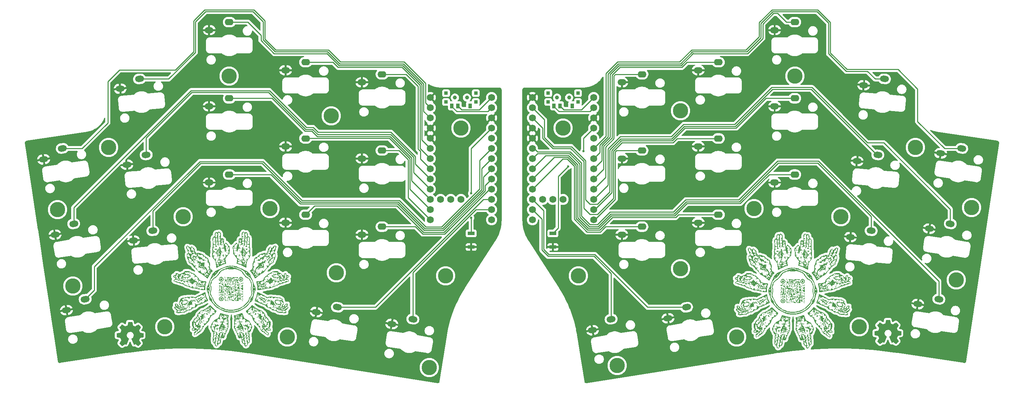
<source format=gbr>
%TF.GenerationSoftware,KiCad,Pcbnew,9.0.0*%
%TF.CreationDate,2025-11-03T18:10:32-06:00*%
%TF.ProjectId,Mau Keys,4d617520-4b65-4797-932e-6b696361645f,rev?*%
%TF.SameCoordinates,Original*%
%TF.FileFunction,Copper,L1,Top*%
%TF.FilePolarity,Positive*%
%FSLAX46Y46*%
G04 Gerber Fmt 4.6, Leading zero omitted, Abs format (unit mm)*
G04 Created by KiCad (PCBNEW 9.0.0) date 2025-11-03 18:10:32*
%MOMM*%
%LPD*%
G01*
G04 APERTURE LIST*
G04 Aperture macros list*
%AMHorizOval*
0 Thick line with rounded ends*
0 $1 width*
0 $2 $3 position (X,Y) of the first rounded end (center of the circle)*
0 $4 $5 position (X,Y) of the second rounded end (center of the circle)*
0 Add line between two ends*
20,1,$1,$2,$3,$4,$5,0*
0 Add two circle primitives to create the rounded ends*
1,1,$1,$2,$3*
1,1,$1,$4,$5*%
G04 Aperture macros list end*
%TA.AperFunction,EtchedComponent*%
%ADD10C,0.010000*%
%TD*%
%TA.AperFunction,EtchedComponent*%
%ADD11C,0.000000*%
%TD*%
%TA.AperFunction,ComponentPad*%
%ADD12C,3.800000*%
%TD*%
%TA.AperFunction,ComponentPad*%
%ADD13C,1.752600*%
%TD*%
%TA.AperFunction,ComponentPad*%
%ADD14O,2.200000X1.600000*%
%TD*%
%TA.AperFunction,ComponentPad*%
%ADD15O,2.200000X1.500000*%
%TD*%
%TA.AperFunction,ComponentPad*%
%ADD16HorizOval,1.600000X0.298858X0.026147X-0.298858X-0.026147X0*%
%TD*%
%TA.AperFunction,ComponentPad*%
%ADD17HorizOval,1.500000X0.348668X0.030505X-0.348668X-0.030505X0*%
%TD*%
%TA.AperFunction,ComponentPad*%
%ADD18HorizOval,1.600000X0.296627X0.044861X-0.296627X-0.044861X0*%
%TD*%
%TA.AperFunction,ComponentPad*%
%ADD19HorizOval,1.500000X0.346065X0.052337X-0.346065X-0.052337X0*%
%TD*%
%TA.AperFunction,ComponentPad*%
%ADD20HorizOval,1.600000X0.298858X-0.026147X-0.298858X0.026147X0*%
%TD*%
%TA.AperFunction,ComponentPad*%
%ADD21HorizOval,1.500000X0.348668X-0.030505X-0.348668X0.030505X0*%
%TD*%
%TA.AperFunction,ComponentPad*%
%ADD22HorizOval,1.600000X0.296627X-0.044861X-0.296627X0.044861X0*%
%TD*%
%TA.AperFunction,ComponentPad*%
%ADD23HorizOval,1.500000X0.346065X-0.052337X-0.346065X0.052337X0*%
%TD*%
%TA.AperFunction,ComponentPad*%
%ADD24HorizOval,1.600000X0.296307X-0.046930X-0.296307X0.046930X0*%
%TD*%
%TA.AperFunction,ComponentPad*%
%ADD25HorizOval,1.500000X0.345691X-0.054752X-0.345691X0.054752X0*%
%TD*%
%TA.AperFunction,ComponentPad*%
%ADD26HorizOval,1.600000X0.296307X0.046930X-0.296307X-0.046930X0*%
%TD*%
%TA.AperFunction,ComponentPad*%
%ADD27HorizOval,1.500000X0.345691X0.054752X-0.345691X-0.054752X0*%
%TD*%
%TA.AperFunction,SMDPad,CuDef*%
%ADD28R,1.700000X0.900000*%
%TD*%
%TA.AperFunction,WasherPad*%
%ADD29C,1.000000*%
%TD*%
%TA.AperFunction,SMDPad,CuDef*%
%ADD30R,0.900000X0.900000*%
%TD*%
%TA.AperFunction,SMDPad,CuDef*%
%ADD31R,0.900000X1.250000*%
%TD*%
%TA.AperFunction,ViaPad*%
%ADD32C,0.600000*%
%TD*%
%TA.AperFunction,Conductor*%
%ADD33C,0.250000*%
%TD*%
G04 APERTURE END LIST*
D10*
%TO.C,REF\u002A\u002A*%
X246427814Y-121928931D02*
X246511635Y-122373555D01*
X246820920Y-122501053D01*
X247130206Y-122628551D01*
X247501246Y-122376246D01*
X247605157Y-122305996D01*
X247699087Y-122243272D01*
X247778652Y-122190938D01*
X247839470Y-122151857D01*
X247877157Y-122128893D01*
X247887421Y-122123942D01*
X247905910Y-122136676D01*
X247945420Y-122171882D01*
X248001522Y-122225062D01*
X248069787Y-122291718D01*
X248145786Y-122367354D01*
X248225092Y-122447472D01*
X248303275Y-122527574D01*
X248375907Y-122603164D01*
X248438559Y-122669745D01*
X248486803Y-122722818D01*
X248516210Y-122757887D01*
X248523241Y-122769623D01*
X248513123Y-122791260D01*
X248484759Y-122838662D01*
X248441129Y-122907193D01*
X248385218Y-122992215D01*
X248320006Y-123089093D01*
X248282219Y-123144350D01*
X248213343Y-123245248D01*
X248152140Y-123336299D01*
X248101578Y-123412970D01*
X248064628Y-123470728D01*
X248044258Y-123505043D01*
X248041197Y-123512254D01*
X248048136Y-123532748D01*
X248067051Y-123580513D01*
X248095087Y-123648832D01*
X248129391Y-123730989D01*
X248167109Y-123820270D01*
X248205387Y-123909958D01*
X248241370Y-123993338D01*
X248272206Y-124063694D01*
X248295039Y-124114310D01*
X248307017Y-124138471D01*
X248307724Y-124139422D01*
X248326531Y-124144036D01*
X248376618Y-124154328D01*
X248452793Y-124169287D01*
X248549865Y-124187901D01*
X248662643Y-124209159D01*
X248728442Y-124221418D01*
X248848950Y-124244362D01*
X248957797Y-124266195D01*
X249049476Y-124285722D01*
X249118481Y-124301748D01*
X249159304Y-124313079D01*
X249167511Y-124316674D01*
X249175548Y-124341006D01*
X249182033Y-124395959D01*
X249186970Y-124475108D01*
X249190364Y-124572026D01*
X249192218Y-124680287D01*
X249192538Y-124793465D01*
X249191327Y-124905135D01*
X249188590Y-125008868D01*
X249184331Y-125098241D01*
X249178555Y-125166826D01*
X249171267Y-125208197D01*
X249166895Y-125216810D01*
X249140764Y-125227133D01*
X249085393Y-125241892D01*
X249008107Y-125259352D01*
X248916230Y-125277780D01*
X248884158Y-125283741D01*
X248729524Y-125312066D01*
X248607375Y-125334876D01*
X248513673Y-125353080D01*
X248444384Y-125367583D01*
X248395471Y-125379292D01*
X248362897Y-125389115D01*
X248342628Y-125397956D01*
X248330626Y-125406724D01*
X248328947Y-125408457D01*
X248312184Y-125436371D01*
X248286614Y-125490695D01*
X248254788Y-125564777D01*
X248219260Y-125651965D01*
X248182583Y-125745608D01*
X248147311Y-125839052D01*
X248115996Y-125925647D01*
X248091193Y-125998740D01*
X248075454Y-126051678D01*
X248071332Y-126077811D01*
X248071676Y-126078726D01*
X248085641Y-126100086D01*
X248117322Y-126147084D01*
X248163391Y-126214827D01*
X248220518Y-126298423D01*
X248285373Y-126392982D01*
X248303843Y-126419854D01*
X248369699Y-126517275D01*
X248427650Y-126606163D01*
X248474538Y-126681412D01*
X248507207Y-126737920D01*
X248522500Y-126770581D01*
X248523241Y-126774593D01*
X248510392Y-126795684D01*
X248474888Y-126837464D01*
X248421293Y-126895445D01*
X248354171Y-126965135D01*
X248278087Y-127042045D01*
X248197604Y-127121683D01*
X248117287Y-127199561D01*
X248041699Y-127271186D01*
X247975405Y-127332070D01*
X247922969Y-127377721D01*
X247888955Y-127403650D01*
X247879545Y-127407883D01*
X247857643Y-127397912D01*
X247812800Y-127371020D01*
X247752321Y-127331736D01*
X247705789Y-127300117D01*
X247621475Y-127242098D01*
X247521626Y-127173784D01*
X247421473Y-127105579D01*
X247367627Y-127069075D01*
X247185371Y-126945800D01*
X247032381Y-127028520D01*
X246962682Y-127064759D01*
X246903414Y-127092926D01*
X246863311Y-127108991D01*
X246853103Y-127111226D01*
X246840829Y-127094722D01*
X246816613Y-127048082D01*
X246782263Y-126975609D01*
X246739588Y-126881606D01*
X246690394Y-126770374D01*
X246636490Y-126646215D01*
X246579684Y-126513432D01*
X246521782Y-126376327D01*
X246464593Y-126239202D01*
X246409924Y-126106358D01*
X246359584Y-125982098D01*
X246315380Y-125870725D01*
X246279119Y-125776539D01*
X246252609Y-125703844D01*
X246237658Y-125656941D01*
X246235254Y-125640833D01*
X246254311Y-125620286D01*
X246296036Y-125586933D01*
X246351706Y-125547702D01*
X246356378Y-125544599D01*
X246500264Y-125429423D01*
X246616283Y-125295053D01*
X246703430Y-125145784D01*
X246760699Y-124985913D01*
X246787086Y-124819737D01*
X246781585Y-124651552D01*
X246743190Y-124485655D01*
X246670895Y-124326342D01*
X246649626Y-124291487D01*
X246538996Y-124150737D01*
X246408302Y-124037714D01*
X246262064Y-123953003D01*
X246104808Y-123897194D01*
X245941057Y-123870874D01*
X245775333Y-123874630D01*
X245612162Y-123909050D01*
X245456065Y-123974723D01*
X245311567Y-124072235D01*
X245266869Y-124111813D01*
X245153112Y-124235703D01*
X245070218Y-124366124D01*
X245013356Y-124512315D01*
X244981687Y-124657088D01*
X244973869Y-124819860D01*
X244999938Y-124983440D01*
X245057245Y-125142298D01*
X245143144Y-125290906D01*
X245254986Y-125423735D01*
X245390123Y-125535256D01*
X245407883Y-125547011D01*
X245464150Y-125585508D01*
X245506923Y-125618863D01*
X245527372Y-125640160D01*
X245527669Y-125640833D01*
X245523279Y-125663871D01*
X245505876Y-125716157D01*
X245477268Y-125793390D01*
X245439265Y-125891268D01*
X245393674Y-126005491D01*
X245342303Y-126131758D01*
X245286962Y-126265767D01*
X245229458Y-126403218D01*
X245171601Y-126539808D01*
X245115198Y-126671237D01*
X245062058Y-126793205D01*
X245013990Y-126901409D01*
X244972801Y-126991549D01*
X244940301Y-127059323D01*
X244918297Y-127100430D01*
X244909436Y-127111226D01*
X244882360Y-127102819D01*
X244831697Y-127080272D01*
X244766183Y-127047613D01*
X244730159Y-127028520D01*
X244577168Y-126945800D01*
X244394912Y-127069075D01*
X244301875Y-127132228D01*
X244200015Y-127201727D01*
X244104562Y-127267165D01*
X244056750Y-127300117D01*
X243989505Y-127345273D01*
X243932564Y-127381057D01*
X243893354Y-127402938D01*
X243880619Y-127407563D01*
X243862083Y-127395085D01*
X243821059Y-127360252D01*
X243761525Y-127306678D01*
X243687458Y-127237983D01*
X243602835Y-127157781D01*
X243549315Y-127106286D01*
X243455681Y-127014286D01*
X243374759Y-126931999D01*
X243309823Y-126862945D01*
X243264142Y-126810644D01*
X243240989Y-126778616D01*
X243238768Y-126772116D01*
X243249076Y-126747394D01*
X243277561Y-126697405D01*
X243321063Y-126627212D01*
X243376423Y-126541875D01*
X243440480Y-126446456D01*
X243458697Y-126419854D01*
X243525073Y-126323167D01*
X243584622Y-126236117D01*
X243634016Y-126163595D01*
X243669925Y-126110493D01*
X243689019Y-126081703D01*
X243690864Y-126078726D01*
X243688105Y-126055782D01*
X243673462Y-126005336D01*
X243649487Y-125934041D01*
X243618734Y-125848547D01*
X243583756Y-125755507D01*
X243547107Y-125661574D01*
X243511339Y-125573399D01*
X243479006Y-125497634D01*
X243452662Y-125440931D01*
X243434858Y-125409943D01*
X243433593Y-125408457D01*
X243422706Y-125399601D01*
X243404318Y-125390843D01*
X243374394Y-125381277D01*
X243328897Y-125369996D01*
X243263791Y-125356093D01*
X243175039Y-125338663D01*
X243058607Y-125316798D01*
X242910458Y-125289591D01*
X242878382Y-125283741D01*
X242783314Y-125265374D01*
X242700435Y-125247405D01*
X242637070Y-125231569D01*
X242600542Y-125219600D01*
X242595644Y-125216810D01*
X242587573Y-125192072D01*
X242581013Y-125136790D01*
X242575967Y-125057389D01*
X242572441Y-124960296D01*
X242570439Y-124851938D01*
X242569964Y-124738740D01*
X242571023Y-124627128D01*
X242573618Y-124523529D01*
X242577754Y-124434368D01*
X242583437Y-124366072D01*
X242590669Y-124325066D01*
X242595029Y-124316674D01*
X242619302Y-124308208D01*
X242674574Y-124294435D01*
X242755338Y-124276550D01*
X242856088Y-124255748D01*
X242971317Y-124233223D01*
X243034098Y-124221418D01*
X243153213Y-124199151D01*
X243259435Y-124178979D01*
X243347573Y-124161915D01*
X243412434Y-124148969D01*
X243448826Y-124141155D01*
X243454816Y-124139422D01*
X243464939Y-124119890D01*
X243486338Y-124072843D01*
X243516161Y-124005003D01*
X243551555Y-123923091D01*
X243589668Y-123833828D01*
X243627647Y-123743935D01*
X243662640Y-123660135D01*
X243691794Y-123589147D01*
X243712257Y-123537694D01*
X243721177Y-123512497D01*
X243721343Y-123511396D01*
X243711231Y-123491519D01*
X243682883Y-123445777D01*
X243639277Y-123378717D01*
X243583394Y-123294884D01*
X243518213Y-123198826D01*
X243480321Y-123143650D01*
X243411275Y-123042481D01*
X243349950Y-122950630D01*
X243299337Y-122872744D01*
X243262429Y-122813469D01*
X243242218Y-122777451D01*
X243239299Y-122769377D01*
X243251847Y-122750584D01*
X243286537Y-122710457D01*
X243338937Y-122653493D01*
X243404616Y-122584185D01*
X243479144Y-122507031D01*
X243558087Y-122426525D01*
X243637017Y-122347163D01*
X243711500Y-122273440D01*
X243777106Y-122209852D01*
X243829404Y-122160894D01*
X243863961Y-122131061D01*
X243875522Y-122123942D01*
X243894346Y-122133953D01*
X243939369Y-122162078D01*
X244006213Y-122205454D01*
X244090501Y-122261218D01*
X244187856Y-122326506D01*
X244261293Y-122376246D01*
X244632333Y-122628551D01*
X245250905Y-122373555D01*
X245334725Y-121928931D01*
X245418546Y-121484307D01*
X246343994Y-121484307D01*
X246427814Y-121928931D01*
%TA.AperFunction,EtchedComponent*%
G36*
X246427814Y-121928931D02*
G01*
X246511635Y-122373555D01*
X246820920Y-122501053D01*
X247130206Y-122628551D01*
X247501246Y-122376246D01*
X247605157Y-122305996D01*
X247699087Y-122243272D01*
X247778652Y-122190938D01*
X247839470Y-122151857D01*
X247877157Y-122128893D01*
X247887421Y-122123942D01*
X247905910Y-122136676D01*
X247945420Y-122171882D01*
X248001522Y-122225062D01*
X248069787Y-122291718D01*
X248145786Y-122367354D01*
X248225092Y-122447472D01*
X248303275Y-122527574D01*
X248375907Y-122603164D01*
X248438559Y-122669745D01*
X248486803Y-122722818D01*
X248516210Y-122757887D01*
X248523241Y-122769623D01*
X248513123Y-122791260D01*
X248484759Y-122838662D01*
X248441129Y-122907193D01*
X248385218Y-122992215D01*
X248320006Y-123089093D01*
X248282219Y-123144350D01*
X248213343Y-123245248D01*
X248152140Y-123336299D01*
X248101578Y-123412970D01*
X248064628Y-123470728D01*
X248044258Y-123505043D01*
X248041197Y-123512254D01*
X248048136Y-123532748D01*
X248067051Y-123580513D01*
X248095087Y-123648832D01*
X248129391Y-123730989D01*
X248167109Y-123820270D01*
X248205387Y-123909958D01*
X248241370Y-123993338D01*
X248272206Y-124063694D01*
X248295039Y-124114310D01*
X248307017Y-124138471D01*
X248307724Y-124139422D01*
X248326531Y-124144036D01*
X248376618Y-124154328D01*
X248452793Y-124169287D01*
X248549865Y-124187901D01*
X248662643Y-124209159D01*
X248728442Y-124221418D01*
X248848950Y-124244362D01*
X248957797Y-124266195D01*
X249049476Y-124285722D01*
X249118481Y-124301748D01*
X249159304Y-124313079D01*
X249167511Y-124316674D01*
X249175548Y-124341006D01*
X249182033Y-124395959D01*
X249186970Y-124475108D01*
X249190364Y-124572026D01*
X249192218Y-124680287D01*
X249192538Y-124793465D01*
X249191327Y-124905135D01*
X249188590Y-125008868D01*
X249184331Y-125098241D01*
X249178555Y-125166826D01*
X249171267Y-125208197D01*
X249166895Y-125216810D01*
X249140764Y-125227133D01*
X249085393Y-125241892D01*
X249008107Y-125259352D01*
X248916230Y-125277780D01*
X248884158Y-125283741D01*
X248729524Y-125312066D01*
X248607375Y-125334876D01*
X248513673Y-125353080D01*
X248444384Y-125367583D01*
X248395471Y-125379292D01*
X248362897Y-125389115D01*
X248342628Y-125397956D01*
X248330626Y-125406724D01*
X248328947Y-125408457D01*
X248312184Y-125436371D01*
X248286614Y-125490695D01*
X248254788Y-125564777D01*
X248219260Y-125651965D01*
X248182583Y-125745608D01*
X248147311Y-125839052D01*
X248115996Y-125925647D01*
X248091193Y-125998740D01*
X248075454Y-126051678D01*
X248071332Y-126077811D01*
X248071676Y-126078726D01*
X248085641Y-126100086D01*
X248117322Y-126147084D01*
X248163391Y-126214827D01*
X248220518Y-126298423D01*
X248285373Y-126392982D01*
X248303843Y-126419854D01*
X248369699Y-126517275D01*
X248427650Y-126606163D01*
X248474538Y-126681412D01*
X248507207Y-126737920D01*
X248522500Y-126770581D01*
X248523241Y-126774593D01*
X248510392Y-126795684D01*
X248474888Y-126837464D01*
X248421293Y-126895445D01*
X248354171Y-126965135D01*
X248278087Y-127042045D01*
X248197604Y-127121683D01*
X248117287Y-127199561D01*
X248041699Y-127271186D01*
X247975405Y-127332070D01*
X247922969Y-127377721D01*
X247888955Y-127403650D01*
X247879545Y-127407883D01*
X247857643Y-127397912D01*
X247812800Y-127371020D01*
X247752321Y-127331736D01*
X247705789Y-127300117D01*
X247621475Y-127242098D01*
X247521626Y-127173784D01*
X247421473Y-127105579D01*
X247367627Y-127069075D01*
X247185371Y-126945800D01*
X247032381Y-127028520D01*
X246962682Y-127064759D01*
X246903414Y-127092926D01*
X246863311Y-127108991D01*
X246853103Y-127111226D01*
X246840829Y-127094722D01*
X246816613Y-127048082D01*
X246782263Y-126975609D01*
X246739588Y-126881606D01*
X246690394Y-126770374D01*
X246636490Y-126646215D01*
X246579684Y-126513432D01*
X246521782Y-126376327D01*
X246464593Y-126239202D01*
X246409924Y-126106358D01*
X246359584Y-125982098D01*
X246315380Y-125870725D01*
X246279119Y-125776539D01*
X246252609Y-125703844D01*
X246237658Y-125656941D01*
X246235254Y-125640833D01*
X246254311Y-125620286D01*
X246296036Y-125586933D01*
X246351706Y-125547702D01*
X246356378Y-125544599D01*
X246500264Y-125429423D01*
X246616283Y-125295053D01*
X246703430Y-125145784D01*
X246760699Y-124985913D01*
X246787086Y-124819737D01*
X246781585Y-124651552D01*
X246743190Y-124485655D01*
X246670895Y-124326342D01*
X246649626Y-124291487D01*
X246538996Y-124150737D01*
X246408302Y-124037714D01*
X246262064Y-123953003D01*
X246104808Y-123897194D01*
X245941057Y-123870874D01*
X245775333Y-123874630D01*
X245612162Y-123909050D01*
X245456065Y-123974723D01*
X245311567Y-124072235D01*
X245266869Y-124111813D01*
X245153112Y-124235703D01*
X245070218Y-124366124D01*
X245013356Y-124512315D01*
X244981687Y-124657088D01*
X244973869Y-124819860D01*
X244999938Y-124983440D01*
X245057245Y-125142298D01*
X245143144Y-125290906D01*
X245254986Y-125423735D01*
X245390123Y-125535256D01*
X245407883Y-125547011D01*
X245464150Y-125585508D01*
X245506923Y-125618863D01*
X245527372Y-125640160D01*
X245527669Y-125640833D01*
X245523279Y-125663871D01*
X245505876Y-125716157D01*
X245477268Y-125793390D01*
X245439265Y-125891268D01*
X245393674Y-126005491D01*
X245342303Y-126131758D01*
X245286962Y-126265767D01*
X245229458Y-126403218D01*
X245171601Y-126539808D01*
X245115198Y-126671237D01*
X245062058Y-126793205D01*
X245013990Y-126901409D01*
X244972801Y-126991549D01*
X244940301Y-127059323D01*
X244918297Y-127100430D01*
X244909436Y-127111226D01*
X244882360Y-127102819D01*
X244831697Y-127080272D01*
X244766183Y-127047613D01*
X244730159Y-127028520D01*
X244577168Y-126945800D01*
X244394912Y-127069075D01*
X244301875Y-127132228D01*
X244200015Y-127201727D01*
X244104562Y-127267165D01*
X244056750Y-127300117D01*
X243989505Y-127345273D01*
X243932564Y-127381057D01*
X243893354Y-127402938D01*
X243880619Y-127407563D01*
X243862083Y-127395085D01*
X243821059Y-127360252D01*
X243761525Y-127306678D01*
X243687458Y-127237983D01*
X243602835Y-127157781D01*
X243549315Y-127106286D01*
X243455681Y-127014286D01*
X243374759Y-126931999D01*
X243309823Y-126862945D01*
X243264142Y-126810644D01*
X243240989Y-126778616D01*
X243238768Y-126772116D01*
X243249076Y-126747394D01*
X243277561Y-126697405D01*
X243321063Y-126627212D01*
X243376423Y-126541875D01*
X243440480Y-126446456D01*
X243458697Y-126419854D01*
X243525073Y-126323167D01*
X243584622Y-126236117D01*
X243634016Y-126163595D01*
X243669925Y-126110493D01*
X243689019Y-126081703D01*
X243690864Y-126078726D01*
X243688105Y-126055782D01*
X243673462Y-126005336D01*
X243649487Y-125934041D01*
X243618734Y-125848547D01*
X243583756Y-125755507D01*
X243547107Y-125661574D01*
X243511339Y-125573399D01*
X243479006Y-125497634D01*
X243452662Y-125440931D01*
X243434858Y-125409943D01*
X243433593Y-125408457D01*
X243422706Y-125399601D01*
X243404318Y-125390843D01*
X243374394Y-125381277D01*
X243328897Y-125369996D01*
X243263791Y-125356093D01*
X243175039Y-125338663D01*
X243058607Y-125316798D01*
X242910458Y-125289591D01*
X242878382Y-125283741D01*
X242783314Y-125265374D01*
X242700435Y-125247405D01*
X242637070Y-125231569D01*
X242600542Y-125219600D01*
X242595644Y-125216810D01*
X242587573Y-125192072D01*
X242581013Y-125136790D01*
X242575967Y-125057389D01*
X242572441Y-124960296D01*
X242570439Y-124851938D01*
X242569964Y-124738740D01*
X242571023Y-124627128D01*
X242573618Y-124523529D01*
X242577754Y-124434368D01*
X242583437Y-124366072D01*
X242590669Y-124325066D01*
X242595029Y-124316674D01*
X242619302Y-124308208D01*
X242674574Y-124294435D01*
X242755338Y-124276550D01*
X242856088Y-124255748D01*
X242971317Y-124233223D01*
X243034098Y-124221418D01*
X243153213Y-124199151D01*
X243259435Y-124178979D01*
X243347573Y-124161915D01*
X243412434Y-124148969D01*
X243448826Y-124141155D01*
X243454816Y-124139422D01*
X243464939Y-124119890D01*
X243486338Y-124072843D01*
X243516161Y-124005003D01*
X243551555Y-123923091D01*
X243589668Y-123833828D01*
X243627647Y-123743935D01*
X243662640Y-123660135D01*
X243691794Y-123589147D01*
X243712257Y-123537694D01*
X243721177Y-123512497D01*
X243721343Y-123511396D01*
X243711231Y-123491519D01*
X243682883Y-123445777D01*
X243639277Y-123378717D01*
X243583394Y-123294884D01*
X243518213Y-123198826D01*
X243480321Y-123143650D01*
X243411275Y-123042481D01*
X243349950Y-122950630D01*
X243299337Y-122872744D01*
X243262429Y-122813469D01*
X243242218Y-122777451D01*
X243239299Y-122769377D01*
X243251847Y-122750584D01*
X243286537Y-122710457D01*
X243338937Y-122653493D01*
X243404616Y-122584185D01*
X243479144Y-122507031D01*
X243558087Y-122426525D01*
X243637017Y-122347163D01*
X243711500Y-122273440D01*
X243777106Y-122209852D01*
X243829404Y-122160894D01*
X243863961Y-122131061D01*
X243875522Y-122123942D01*
X243894346Y-122133953D01*
X243939369Y-122162078D01*
X244006213Y-122205454D01*
X244090501Y-122261218D01*
X244187856Y-122326506D01*
X244261293Y-122376246D01*
X244632333Y-122628551D01*
X245250905Y-122373555D01*
X245334725Y-121928931D01*
X245418546Y-121484307D01*
X246343994Y-121484307D01*
X246427814Y-121928931D01*
G37*
%TD.AperFunction*%
X57959814Y-122436931D02*
X58043635Y-122881555D01*
X58352920Y-123009053D01*
X58662206Y-123136551D01*
X59033246Y-122884246D01*
X59137157Y-122813996D01*
X59231087Y-122751272D01*
X59310652Y-122698938D01*
X59371470Y-122659857D01*
X59409157Y-122636893D01*
X59419421Y-122631942D01*
X59437910Y-122644676D01*
X59477420Y-122679882D01*
X59533522Y-122733062D01*
X59601787Y-122799718D01*
X59677786Y-122875354D01*
X59757092Y-122955472D01*
X59835275Y-123035574D01*
X59907907Y-123111164D01*
X59970559Y-123177745D01*
X60018803Y-123230818D01*
X60048210Y-123265887D01*
X60055241Y-123277623D01*
X60045123Y-123299260D01*
X60016759Y-123346662D01*
X59973129Y-123415193D01*
X59917218Y-123500215D01*
X59852006Y-123597093D01*
X59814219Y-123652350D01*
X59745343Y-123753248D01*
X59684140Y-123844299D01*
X59633578Y-123920970D01*
X59596628Y-123978728D01*
X59576258Y-124013043D01*
X59573197Y-124020254D01*
X59580136Y-124040748D01*
X59599051Y-124088513D01*
X59627087Y-124156832D01*
X59661391Y-124238989D01*
X59699109Y-124328270D01*
X59737387Y-124417958D01*
X59773370Y-124501338D01*
X59804206Y-124571694D01*
X59827039Y-124622310D01*
X59839017Y-124646471D01*
X59839724Y-124647422D01*
X59858531Y-124652036D01*
X59908618Y-124662328D01*
X59984793Y-124677287D01*
X60081865Y-124695901D01*
X60194643Y-124717159D01*
X60260442Y-124729418D01*
X60380950Y-124752362D01*
X60489797Y-124774195D01*
X60581476Y-124793722D01*
X60650481Y-124809748D01*
X60691304Y-124821079D01*
X60699511Y-124824674D01*
X60707548Y-124849006D01*
X60714033Y-124903959D01*
X60718970Y-124983108D01*
X60722364Y-125080026D01*
X60724218Y-125188287D01*
X60724538Y-125301465D01*
X60723327Y-125413135D01*
X60720590Y-125516868D01*
X60716331Y-125606241D01*
X60710555Y-125674826D01*
X60703267Y-125716197D01*
X60698895Y-125724810D01*
X60672764Y-125735133D01*
X60617393Y-125749892D01*
X60540107Y-125767352D01*
X60448230Y-125785780D01*
X60416158Y-125791741D01*
X60261524Y-125820066D01*
X60139375Y-125842876D01*
X60045673Y-125861080D01*
X59976384Y-125875583D01*
X59927471Y-125887292D01*
X59894897Y-125897115D01*
X59874628Y-125905956D01*
X59862626Y-125914724D01*
X59860947Y-125916457D01*
X59844184Y-125944371D01*
X59818614Y-125998695D01*
X59786788Y-126072777D01*
X59751260Y-126159965D01*
X59714583Y-126253608D01*
X59679311Y-126347052D01*
X59647996Y-126433647D01*
X59623193Y-126506740D01*
X59607454Y-126559678D01*
X59603332Y-126585811D01*
X59603676Y-126586726D01*
X59617641Y-126608086D01*
X59649322Y-126655084D01*
X59695391Y-126722827D01*
X59752518Y-126806423D01*
X59817373Y-126900982D01*
X59835843Y-126927854D01*
X59901699Y-127025275D01*
X59959650Y-127114163D01*
X60006538Y-127189412D01*
X60039207Y-127245920D01*
X60054500Y-127278581D01*
X60055241Y-127282593D01*
X60042392Y-127303684D01*
X60006888Y-127345464D01*
X59953293Y-127403445D01*
X59886171Y-127473135D01*
X59810087Y-127550045D01*
X59729604Y-127629683D01*
X59649287Y-127707561D01*
X59573699Y-127779186D01*
X59507405Y-127840070D01*
X59454969Y-127885721D01*
X59420955Y-127911650D01*
X59411545Y-127915883D01*
X59389643Y-127905912D01*
X59344800Y-127879020D01*
X59284321Y-127839736D01*
X59237789Y-127808117D01*
X59153475Y-127750098D01*
X59053626Y-127681784D01*
X58953473Y-127613579D01*
X58899627Y-127577075D01*
X58717371Y-127453800D01*
X58564381Y-127536520D01*
X58494682Y-127572759D01*
X58435414Y-127600926D01*
X58395311Y-127616991D01*
X58385103Y-127619226D01*
X58372829Y-127602722D01*
X58348613Y-127556082D01*
X58314263Y-127483609D01*
X58271588Y-127389606D01*
X58222394Y-127278374D01*
X58168490Y-127154215D01*
X58111684Y-127021432D01*
X58053782Y-126884327D01*
X57996593Y-126747202D01*
X57941924Y-126614358D01*
X57891584Y-126490098D01*
X57847380Y-126378725D01*
X57811119Y-126284539D01*
X57784609Y-126211844D01*
X57769658Y-126164941D01*
X57767254Y-126148833D01*
X57786311Y-126128286D01*
X57828036Y-126094933D01*
X57883706Y-126055702D01*
X57888378Y-126052599D01*
X58032264Y-125937423D01*
X58148283Y-125803053D01*
X58235430Y-125653784D01*
X58292699Y-125493913D01*
X58319086Y-125327737D01*
X58313585Y-125159552D01*
X58275190Y-124993655D01*
X58202895Y-124834342D01*
X58181626Y-124799487D01*
X58070996Y-124658737D01*
X57940302Y-124545714D01*
X57794064Y-124461003D01*
X57636808Y-124405194D01*
X57473057Y-124378874D01*
X57307333Y-124382630D01*
X57144162Y-124417050D01*
X56988065Y-124482723D01*
X56843567Y-124580235D01*
X56798869Y-124619813D01*
X56685112Y-124743703D01*
X56602218Y-124874124D01*
X56545356Y-125020315D01*
X56513687Y-125165088D01*
X56505869Y-125327860D01*
X56531938Y-125491440D01*
X56589245Y-125650298D01*
X56675144Y-125798906D01*
X56786986Y-125931735D01*
X56922123Y-126043256D01*
X56939883Y-126055011D01*
X56996150Y-126093508D01*
X57038923Y-126126863D01*
X57059372Y-126148160D01*
X57059669Y-126148833D01*
X57055279Y-126171871D01*
X57037876Y-126224157D01*
X57009268Y-126301390D01*
X56971265Y-126399268D01*
X56925674Y-126513491D01*
X56874303Y-126639758D01*
X56818962Y-126773767D01*
X56761458Y-126911218D01*
X56703601Y-127047808D01*
X56647198Y-127179237D01*
X56594058Y-127301205D01*
X56545990Y-127409409D01*
X56504801Y-127499549D01*
X56472301Y-127567323D01*
X56450297Y-127608430D01*
X56441436Y-127619226D01*
X56414360Y-127610819D01*
X56363697Y-127588272D01*
X56298183Y-127555613D01*
X56262159Y-127536520D01*
X56109168Y-127453800D01*
X55926912Y-127577075D01*
X55833875Y-127640228D01*
X55732015Y-127709727D01*
X55636562Y-127775165D01*
X55588750Y-127808117D01*
X55521505Y-127853273D01*
X55464564Y-127889057D01*
X55425354Y-127910938D01*
X55412619Y-127915563D01*
X55394083Y-127903085D01*
X55353059Y-127868252D01*
X55293525Y-127814678D01*
X55219458Y-127745983D01*
X55134835Y-127665781D01*
X55081315Y-127614286D01*
X54987681Y-127522286D01*
X54906759Y-127439999D01*
X54841823Y-127370945D01*
X54796142Y-127318644D01*
X54772989Y-127286616D01*
X54770768Y-127280116D01*
X54781076Y-127255394D01*
X54809561Y-127205405D01*
X54853063Y-127135212D01*
X54908423Y-127049875D01*
X54972480Y-126954456D01*
X54990697Y-126927854D01*
X55057073Y-126831167D01*
X55116622Y-126744117D01*
X55166016Y-126671595D01*
X55201925Y-126618493D01*
X55221019Y-126589703D01*
X55222864Y-126586726D01*
X55220105Y-126563782D01*
X55205462Y-126513336D01*
X55181487Y-126442041D01*
X55150734Y-126356547D01*
X55115756Y-126263507D01*
X55079107Y-126169574D01*
X55043339Y-126081399D01*
X55011006Y-126005634D01*
X54984662Y-125948931D01*
X54966858Y-125917943D01*
X54965593Y-125916457D01*
X54954706Y-125907601D01*
X54936318Y-125898843D01*
X54906394Y-125889277D01*
X54860897Y-125877996D01*
X54795791Y-125864093D01*
X54707039Y-125846663D01*
X54590607Y-125824798D01*
X54442458Y-125797591D01*
X54410382Y-125791741D01*
X54315314Y-125773374D01*
X54232435Y-125755405D01*
X54169070Y-125739569D01*
X54132542Y-125727600D01*
X54127644Y-125724810D01*
X54119573Y-125700072D01*
X54113013Y-125644790D01*
X54107967Y-125565389D01*
X54104441Y-125468296D01*
X54102439Y-125359938D01*
X54101964Y-125246740D01*
X54103023Y-125135128D01*
X54105618Y-125031529D01*
X54109754Y-124942368D01*
X54115437Y-124874072D01*
X54122669Y-124833066D01*
X54127029Y-124824674D01*
X54151302Y-124816208D01*
X54206574Y-124802435D01*
X54287338Y-124784550D01*
X54388088Y-124763748D01*
X54503317Y-124741223D01*
X54566098Y-124729418D01*
X54685213Y-124707151D01*
X54791435Y-124686979D01*
X54879573Y-124669915D01*
X54944434Y-124656969D01*
X54980826Y-124649155D01*
X54986816Y-124647422D01*
X54996939Y-124627890D01*
X55018338Y-124580843D01*
X55048161Y-124513003D01*
X55083555Y-124431091D01*
X55121668Y-124341828D01*
X55159647Y-124251935D01*
X55194640Y-124168135D01*
X55223794Y-124097147D01*
X55244257Y-124045694D01*
X55253177Y-124020497D01*
X55253343Y-124019396D01*
X55243231Y-123999519D01*
X55214883Y-123953777D01*
X55171277Y-123886717D01*
X55115394Y-123802884D01*
X55050213Y-123706826D01*
X55012321Y-123651650D01*
X54943275Y-123550481D01*
X54881950Y-123458630D01*
X54831337Y-123380744D01*
X54794429Y-123321469D01*
X54774218Y-123285451D01*
X54771299Y-123277377D01*
X54783847Y-123258584D01*
X54818537Y-123218457D01*
X54870937Y-123161493D01*
X54936616Y-123092185D01*
X55011144Y-123015031D01*
X55090087Y-122934525D01*
X55169017Y-122855163D01*
X55243500Y-122781440D01*
X55309106Y-122717852D01*
X55361404Y-122668894D01*
X55395961Y-122639061D01*
X55407522Y-122631942D01*
X55426346Y-122641953D01*
X55471369Y-122670078D01*
X55538213Y-122713454D01*
X55622501Y-122769218D01*
X55719856Y-122834506D01*
X55793293Y-122884246D01*
X56164333Y-123136551D01*
X56782905Y-122881555D01*
X56866725Y-122436931D01*
X56950546Y-121992307D01*
X57875994Y-121992307D01*
X57959814Y-122436931D01*
%TA.AperFunction,EtchedComponent*%
G36*
X57959814Y-122436931D02*
G01*
X58043635Y-122881555D01*
X58352920Y-123009053D01*
X58662206Y-123136551D01*
X59033246Y-122884246D01*
X59137157Y-122813996D01*
X59231087Y-122751272D01*
X59310652Y-122698938D01*
X59371470Y-122659857D01*
X59409157Y-122636893D01*
X59419421Y-122631942D01*
X59437910Y-122644676D01*
X59477420Y-122679882D01*
X59533522Y-122733062D01*
X59601787Y-122799718D01*
X59677786Y-122875354D01*
X59757092Y-122955472D01*
X59835275Y-123035574D01*
X59907907Y-123111164D01*
X59970559Y-123177745D01*
X60018803Y-123230818D01*
X60048210Y-123265887D01*
X60055241Y-123277623D01*
X60045123Y-123299260D01*
X60016759Y-123346662D01*
X59973129Y-123415193D01*
X59917218Y-123500215D01*
X59852006Y-123597093D01*
X59814219Y-123652350D01*
X59745343Y-123753248D01*
X59684140Y-123844299D01*
X59633578Y-123920970D01*
X59596628Y-123978728D01*
X59576258Y-124013043D01*
X59573197Y-124020254D01*
X59580136Y-124040748D01*
X59599051Y-124088513D01*
X59627087Y-124156832D01*
X59661391Y-124238989D01*
X59699109Y-124328270D01*
X59737387Y-124417958D01*
X59773370Y-124501338D01*
X59804206Y-124571694D01*
X59827039Y-124622310D01*
X59839017Y-124646471D01*
X59839724Y-124647422D01*
X59858531Y-124652036D01*
X59908618Y-124662328D01*
X59984793Y-124677287D01*
X60081865Y-124695901D01*
X60194643Y-124717159D01*
X60260442Y-124729418D01*
X60380950Y-124752362D01*
X60489797Y-124774195D01*
X60581476Y-124793722D01*
X60650481Y-124809748D01*
X60691304Y-124821079D01*
X60699511Y-124824674D01*
X60707548Y-124849006D01*
X60714033Y-124903959D01*
X60718970Y-124983108D01*
X60722364Y-125080026D01*
X60724218Y-125188287D01*
X60724538Y-125301465D01*
X60723327Y-125413135D01*
X60720590Y-125516868D01*
X60716331Y-125606241D01*
X60710555Y-125674826D01*
X60703267Y-125716197D01*
X60698895Y-125724810D01*
X60672764Y-125735133D01*
X60617393Y-125749892D01*
X60540107Y-125767352D01*
X60448230Y-125785780D01*
X60416158Y-125791741D01*
X60261524Y-125820066D01*
X60139375Y-125842876D01*
X60045673Y-125861080D01*
X59976384Y-125875583D01*
X59927471Y-125887292D01*
X59894897Y-125897115D01*
X59874628Y-125905956D01*
X59862626Y-125914724D01*
X59860947Y-125916457D01*
X59844184Y-125944371D01*
X59818614Y-125998695D01*
X59786788Y-126072777D01*
X59751260Y-126159965D01*
X59714583Y-126253608D01*
X59679311Y-126347052D01*
X59647996Y-126433647D01*
X59623193Y-126506740D01*
X59607454Y-126559678D01*
X59603332Y-126585811D01*
X59603676Y-126586726D01*
X59617641Y-126608086D01*
X59649322Y-126655084D01*
X59695391Y-126722827D01*
X59752518Y-126806423D01*
X59817373Y-126900982D01*
X59835843Y-126927854D01*
X59901699Y-127025275D01*
X59959650Y-127114163D01*
X60006538Y-127189412D01*
X60039207Y-127245920D01*
X60054500Y-127278581D01*
X60055241Y-127282593D01*
X60042392Y-127303684D01*
X60006888Y-127345464D01*
X59953293Y-127403445D01*
X59886171Y-127473135D01*
X59810087Y-127550045D01*
X59729604Y-127629683D01*
X59649287Y-127707561D01*
X59573699Y-127779186D01*
X59507405Y-127840070D01*
X59454969Y-127885721D01*
X59420955Y-127911650D01*
X59411545Y-127915883D01*
X59389643Y-127905912D01*
X59344800Y-127879020D01*
X59284321Y-127839736D01*
X59237789Y-127808117D01*
X59153475Y-127750098D01*
X59053626Y-127681784D01*
X58953473Y-127613579D01*
X58899627Y-127577075D01*
X58717371Y-127453800D01*
X58564381Y-127536520D01*
X58494682Y-127572759D01*
X58435414Y-127600926D01*
X58395311Y-127616991D01*
X58385103Y-127619226D01*
X58372829Y-127602722D01*
X58348613Y-127556082D01*
X58314263Y-127483609D01*
X58271588Y-127389606D01*
X58222394Y-127278374D01*
X58168490Y-127154215D01*
X58111684Y-127021432D01*
X58053782Y-126884327D01*
X57996593Y-126747202D01*
X57941924Y-126614358D01*
X57891584Y-126490098D01*
X57847380Y-126378725D01*
X57811119Y-126284539D01*
X57784609Y-126211844D01*
X57769658Y-126164941D01*
X57767254Y-126148833D01*
X57786311Y-126128286D01*
X57828036Y-126094933D01*
X57883706Y-126055702D01*
X57888378Y-126052599D01*
X58032264Y-125937423D01*
X58148283Y-125803053D01*
X58235430Y-125653784D01*
X58292699Y-125493913D01*
X58319086Y-125327737D01*
X58313585Y-125159552D01*
X58275190Y-124993655D01*
X58202895Y-124834342D01*
X58181626Y-124799487D01*
X58070996Y-124658737D01*
X57940302Y-124545714D01*
X57794064Y-124461003D01*
X57636808Y-124405194D01*
X57473057Y-124378874D01*
X57307333Y-124382630D01*
X57144162Y-124417050D01*
X56988065Y-124482723D01*
X56843567Y-124580235D01*
X56798869Y-124619813D01*
X56685112Y-124743703D01*
X56602218Y-124874124D01*
X56545356Y-125020315D01*
X56513687Y-125165088D01*
X56505869Y-125327860D01*
X56531938Y-125491440D01*
X56589245Y-125650298D01*
X56675144Y-125798906D01*
X56786986Y-125931735D01*
X56922123Y-126043256D01*
X56939883Y-126055011D01*
X56996150Y-126093508D01*
X57038923Y-126126863D01*
X57059372Y-126148160D01*
X57059669Y-126148833D01*
X57055279Y-126171871D01*
X57037876Y-126224157D01*
X57009268Y-126301390D01*
X56971265Y-126399268D01*
X56925674Y-126513491D01*
X56874303Y-126639758D01*
X56818962Y-126773767D01*
X56761458Y-126911218D01*
X56703601Y-127047808D01*
X56647198Y-127179237D01*
X56594058Y-127301205D01*
X56545990Y-127409409D01*
X56504801Y-127499549D01*
X56472301Y-127567323D01*
X56450297Y-127608430D01*
X56441436Y-127619226D01*
X56414360Y-127610819D01*
X56363697Y-127588272D01*
X56298183Y-127555613D01*
X56262159Y-127536520D01*
X56109168Y-127453800D01*
X55926912Y-127577075D01*
X55833875Y-127640228D01*
X55732015Y-127709727D01*
X55636562Y-127775165D01*
X55588750Y-127808117D01*
X55521505Y-127853273D01*
X55464564Y-127889057D01*
X55425354Y-127910938D01*
X55412619Y-127915563D01*
X55394083Y-127903085D01*
X55353059Y-127868252D01*
X55293525Y-127814678D01*
X55219458Y-127745983D01*
X55134835Y-127665781D01*
X55081315Y-127614286D01*
X54987681Y-127522286D01*
X54906759Y-127439999D01*
X54841823Y-127370945D01*
X54796142Y-127318644D01*
X54772989Y-127286616D01*
X54770768Y-127280116D01*
X54781076Y-127255394D01*
X54809561Y-127205405D01*
X54853063Y-127135212D01*
X54908423Y-127049875D01*
X54972480Y-126954456D01*
X54990697Y-126927854D01*
X55057073Y-126831167D01*
X55116622Y-126744117D01*
X55166016Y-126671595D01*
X55201925Y-126618493D01*
X55221019Y-126589703D01*
X55222864Y-126586726D01*
X55220105Y-126563782D01*
X55205462Y-126513336D01*
X55181487Y-126442041D01*
X55150734Y-126356547D01*
X55115756Y-126263507D01*
X55079107Y-126169574D01*
X55043339Y-126081399D01*
X55011006Y-126005634D01*
X54984662Y-125948931D01*
X54966858Y-125917943D01*
X54965593Y-125916457D01*
X54954706Y-125907601D01*
X54936318Y-125898843D01*
X54906394Y-125889277D01*
X54860897Y-125877996D01*
X54795791Y-125864093D01*
X54707039Y-125846663D01*
X54590607Y-125824798D01*
X54442458Y-125797591D01*
X54410382Y-125791741D01*
X54315314Y-125773374D01*
X54232435Y-125755405D01*
X54169070Y-125739569D01*
X54132542Y-125727600D01*
X54127644Y-125724810D01*
X54119573Y-125700072D01*
X54113013Y-125644790D01*
X54107967Y-125565389D01*
X54104441Y-125468296D01*
X54102439Y-125359938D01*
X54101964Y-125246740D01*
X54103023Y-125135128D01*
X54105618Y-125031529D01*
X54109754Y-124942368D01*
X54115437Y-124874072D01*
X54122669Y-124833066D01*
X54127029Y-124824674D01*
X54151302Y-124816208D01*
X54206574Y-124802435D01*
X54287338Y-124784550D01*
X54388088Y-124763748D01*
X54503317Y-124741223D01*
X54566098Y-124729418D01*
X54685213Y-124707151D01*
X54791435Y-124686979D01*
X54879573Y-124669915D01*
X54944434Y-124656969D01*
X54980826Y-124649155D01*
X54986816Y-124647422D01*
X54996939Y-124627890D01*
X55018338Y-124580843D01*
X55048161Y-124513003D01*
X55083555Y-124431091D01*
X55121668Y-124341828D01*
X55159647Y-124251935D01*
X55194640Y-124168135D01*
X55223794Y-124097147D01*
X55244257Y-124045694D01*
X55253177Y-124020497D01*
X55253343Y-124019396D01*
X55243231Y-123999519D01*
X55214883Y-123953777D01*
X55171277Y-123886717D01*
X55115394Y-123802884D01*
X55050213Y-123706826D01*
X55012321Y-123651650D01*
X54943275Y-123550481D01*
X54881950Y-123458630D01*
X54831337Y-123380744D01*
X54794429Y-123321469D01*
X54774218Y-123285451D01*
X54771299Y-123277377D01*
X54783847Y-123258584D01*
X54818537Y-123218457D01*
X54870937Y-123161493D01*
X54936616Y-123092185D01*
X55011144Y-123015031D01*
X55090087Y-122934525D01*
X55169017Y-122855163D01*
X55243500Y-122781440D01*
X55309106Y-122717852D01*
X55361404Y-122668894D01*
X55395961Y-122639061D01*
X55407522Y-122631942D01*
X55426346Y-122641953D01*
X55471369Y-122670078D01*
X55538213Y-122713454D01*
X55622501Y-122769218D01*
X55719856Y-122834506D01*
X55793293Y-122884246D01*
X56164333Y-123136551D01*
X56782905Y-122881555D01*
X56866725Y-122436931D01*
X56950546Y-121992307D01*
X57875994Y-121992307D01*
X57959814Y-122436931D01*
G37*
%TD.AperFunction*%
D11*
%TA.AperFunction,EtchedComponent*%
%TO.C,G\u002A\u002A\u002A*%
G36*
X85325758Y-119744725D02*
G01*
X85365276Y-119838334D01*
X85374752Y-119870168D01*
X85476683Y-120222200D01*
X85573165Y-120501150D01*
X85672117Y-120719890D01*
X85781456Y-120891292D01*
X85909099Y-121028227D01*
X86062963Y-121143567D01*
X86210652Y-121229152D01*
X86419332Y-121344862D01*
X86628258Y-121469155D01*
X86820222Y-121590938D01*
X86978018Y-121699116D01*
X87084439Y-121782594D01*
X87111895Y-121810237D01*
X87157626Y-121881096D01*
X87229654Y-122010467D01*
X87320098Y-122182364D01*
X87421078Y-122380803D01*
X87524715Y-122589799D01*
X87623127Y-122793366D01*
X87708435Y-122975521D01*
X87772758Y-123120277D01*
X87808217Y-123211650D01*
X87812671Y-123231766D01*
X87793731Y-123304655D01*
X87744319Y-123426316D01*
X87682192Y-123556212D01*
X87615036Y-123695168D01*
X87567938Y-123807217D01*
X87551712Y-123864570D01*
X87534838Y-123928627D01*
X87490491Y-124046520D01*
X87428090Y-124193309D01*
X87424887Y-124200464D01*
X87318929Y-124396380D01*
X87215591Y-124505656D01*
X87114530Y-124528585D01*
X87066888Y-124509106D01*
X87036890Y-124510913D01*
X87039358Y-124580712D01*
X87048217Y-124625905D01*
X87068444Y-124750092D01*
X87087910Y-124919331D01*
X87099434Y-125056726D01*
X87113561Y-125249248D01*
X87129592Y-125445678D01*
X87139647Y-125556897D01*
X87173074Y-125935443D01*
X87196289Y-126269123D01*
X87208940Y-126548701D01*
X87210677Y-126764941D01*
X87201148Y-126908607D01*
X87192599Y-126948678D01*
X87104804Y-127109446D01*
X86972970Y-127207085D01*
X86851004Y-127231384D01*
X86760637Y-127243500D01*
X86728341Y-127297800D01*
X86725342Y-127354115D01*
X86702888Y-127513712D01*
X86645495Y-127700172D01*
X86568115Y-127871460D01*
X86509705Y-127960260D01*
X86383192Y-128051375D01*
X86224105Y-128085187D01*
X86091633Y-128060935D01*
X85975422Y-127971093D01*
X85889478Y-127830337D01*
X85855484Y-127674314D01*
X85855479Y-127672686D01*
X85843495Y-127583744D01*
X85790304Y-127538775D01*
X85705281Y-127517339D01*
X85536455Y-127443382D01*
X85390604Y-127297034D01*
X85274709Y-127091406D01*
X85195752Y-126839610D01*
X85165200Y-126591225D01*
X85293502Y-126591225D01*
X85317219Y-126699445D01*
X85366181Y-126736750D01*
X85469874Y-126770229D01*
X85507534Y-126782401D01*
X85529032Y-126808564D01*
X85470043Y-126850471D01*
X85442294Y-126863900D01*
X85371101Y-126902903D01*
X85380984Y-126915952D01*
X85398757Y-126914743D01*
X85460631Y-126925021D01*
X85485258Y-126989180D01*
X85488267Y-127042894D01*
X85514043Y-127179149D01*
X85575529Y-127279481D01*
X85656773Y-127318370D01*
X85730858Y-127294510D01*
X85788684Y-127259646D01*
X85833938Y-127212082D01*
X85852723Y-127140117D01*
X85849517Y-127018263D01*
X85843094Y-126949980D01*
X85801308Y-126740819D01*
X85724987Y-126608968D01*
X85610548Y-126550445D01*
X85487006Y-126554142D01*
X85367847Y-126560364D01*
X85319278Y-126525835D01*
X85302728Y-126521526D01*
X85293606Y-126587887D01*
X85293502Y-126591225D01*
X85165200Y-126591225D01*
X85160714Y-126554757D01*
X85159589Y-126492494D01*
X85147801Y-126382690D01*
X85117834Y-126236157D01*
X85077786Y-126083813D01*
X85035754Y-125956573D01*
X85000891Y-125886549D01*
X84962629Y-125900378D01*
X84889575Y-125958336D01*
X84878428Y-125968631D01*
X84782896Y-126036607D01*
X84676200Y-126050822D01*
X84609780Y-126042750D01*
X84488102Y-126011060D01*
X84400561Y-125967543D01*
X84392788Y-125960668D01*
X84366520Y-125909292D01*
X84624021Y-125909292D01*
X84638239Y-125923804D01*
X84638867Y-125923832D01*
X84723036Y-125902246D01*
X84801966Y-125858883D01*
X84846105Y-125817856D01*
X85159589Y-125817856D01*
X85181336Y-125839603D01*
X85203082Y-125817856D01*
X85181336Y-125796110D01*
X85159589Y-125817856D01*
X84846105Y-125817856D01*
X84873927Y-125791996D01*
X84898630Y-125741837D01*
X84878298Y-125730323D01*
X84844264Y-125764399D01*
X84761850Y-125835843D01*
X84681164Y-125878688D01*
X84624021Y-125909292D01*
X84366520Y-125909292D01*
X84359301Y-125895174D01*
X84316193Y-125766937D01*
X84297174Y-125696638D01*
X84384059Y-125696638D01*
X84421736Y-125798969D01*
X84468923Y-125872529D01*
X84486462Y-125866279D01*
X84471985Y-125783006D01*
X84463669Y-125752616D01*
X84550685Y-125752616D01*
X84585727Y-125791626D01*
X84613358Y-125796110D01*
X84687407Y-125769603D01*
X84702911Y-125752616D01*
X84689594Y-125718383D01*
X84640238Y-125709123D01*
X84568181Y-125726868D01*
X84550685Y-125752616D01*
X84463669Y-125752616D01*
X84463045Y-125750337D01*
X84443290Y-125667510D01*
X84456825Y-125620058D01*
X84521156Y-125589819D01*
X84646243Y-125560279D01*
X84752841Y-125559881D01*
X84802862Y-125604900D01*
X84837594Y-125652618D01*
X84862391Y-125621963D01*
X84868784Y-125605815D01*
X84860810Y-125532703D01*
X84790422Y-125479629D01*
X84681132Y-125453084D01*
X84556451Y-125459559D01*
X84460839Y-125493188D01*
X84390350Y-125574819D01*
X84384059Y-125696638D01*
X84297174Y-125696638D01*
X84270641Y-125598565D01*
X84250658Y-125513023D01*
X84176865Y-125242083D01*
X84073295Y-124978806D01*
X83925735Y-124687070D01*
X83925506Y-124686653D01*
X83799271Y-124448696D01*
X83660480Y-124174946D01*
X83531226Y-123909401D01*
X83477981Y-123795425D01*
X83268665Y-123338747D01*
X83276967Y-122743826D01*
X83419863Y-122743826D01*
X83432612Y-122865776D01*
X83468855Y-122913556D01*
X83474229Y-122913877D01*
X83612410Y-122921103D01*
X83676979Y-122954183D01*
X83680822Y-122969055D01*
X83644172Y-123003693D01*
X83588510Y-123012548D01*
X83525679Y-123022070D01*
X83538298Y-123062665D01*
X83550342Y-123077788D01*
X83578915Y-123128706D01*
X83532496Y-123142865D01*
X83518898Y-123143027D01*
X83469512Y-123149494D01*
X83452774Y-123183305D01*
X83465194Y-123266082D01*
X83485536Y-123349620D01*
X83529968Y-123484945D01*
X83583004Y-123552698D01*
X83631039Y-123570111D01*
X83708731Y-123600782D01*
X83717870Y-123645518D01*
X83669949Y-123676762D01*
X83666065Y-123684189D01*
X83731700Y-123677030D01*
X83735188Y-123676495D01*
X83821231Y-123676204D01*
X83854794Y-123700329D01*
X83819107Y-123750538D01*
X83743201Y-123779702D01*
X83676897Y-123771252D01*
X83646326Y-123758932D01*
X83643316Y-123784997D01*
X83670859Y-123863605D01*
X83722485Y-123986875D01*
X83786198Y-124111694D01*
X83841357Y-124161666D01*
X83874711Y-124159800D01*
X83930653Y-124162940D01*
X83937933Y-124207694D01*
X83898288Y-124252103D01*
X83854997Y-124314923D01*
X83877227Y-124378544D01*
X83944712Y-124404329D01*
X84010699Y-124423770D01*
X84011281Y-124480442D01*
X84019056Y-124587822D01*
X84095823Y-124686069D01*
X84223944Y-124758174D01*
X84324803Y-124782757D01*
X84438280Y-124808096D01*
X84500296Y-124840428D01*
X84500765Y-124868888D01*
X84429600Y-124882610D01*
X84417639Y-124882753D01*
X84357500Y-124899496D01*
X84354966Y-124926247D01*
X84344260Y-124962776D01*
X84309324Y-124969740D01*
X84265421Y-124989271D01*
X84259224Y-125055507D01*
X84291613Y-125179913D01*
X84334672Y-125299760D01*
X84370368Y-125378915D01*
X84407960Y-125384773D01*
X84466983Y-125336459D01*
X84542240Y-125285180D01*
X84622810Y-125285660D01*
X84691349Y-125308216D01*
X84803590Y-125343108D01*
X84844029Y-125340507D01*
X84815144Y-125308183D01*
X84719412Y-125253905D01*
X84666139Y-125229191D01*
X84532038Y-125159472D01*
X84471429Y-125104060D01*
X84487202Y-125068130D01*
X84569865Y-125056726D01*
X84661610Y-125041181D01*
X84702122Y-125014510D01*
X84702438Y-124944388D01*
X84660852Y-124844992D01*
X84595806Y-124749695D01*
X84525745Y-124691873D01*
X84523274Y-124690879D01*
X84474308Y-124655157D01*
X84494746Y-124623241D01*
X84567220Y-124605019D01*
X84666850Y-124609144D01*
X84779053Y-124649427D01*
X84845778Y-124743435D01*
X84855298Y-124767579D01*
X84910487Y-124909704D01*
X84967472Y-125047328D01*
X85009336Y-125161694D01*
X85028913Y-125249366D01*
X85029110Y-125254997D01*
X85065472Y-125316961D01*
X85138684Y-125361498D01*
X85213277Y-125400066D01*
X85216496Y-125449325D01*
X85193461Y-125490901D01*
X85137600Y-125559105D01*
X85103067Y-125578644D01*
X85087408Y-125606164D01*
X85095639Y-125624224D01*
X85157394Y-125648780D01*
X85282941Y-125645426D01*
X85315671Y-125641032D01*
X85450192Y-125630596D01*
X85505713Y-125651833D01*
X85507534Y-125660692D01*
X85478172Y-125706837D01*
X85465406Y-125709123D01*
X85440676Y-125740671D01*
X85446728Y-125770233D01*
X85430244Y-125824517D01*
X85336630Y-125860675D01*
X85244864Y-125896312D01*
X85206775Y-125961868D01*
X85218091Y-126074396D01*
X85253700Y-126191931D01*
X85312548Y-126324015D01*
X85373495Y-126373553D01*
X85442695Y-126344890D01*
X85454518Y-126333764D01*
X85511932Y-126293795D01*
X85569261Y-126318038D01*
X85595372Y-126340544D01*
X85668291Y-126380414D01*
X85705279Y-126346129D01*
X85697985Y-126246033D01*
X85696363Y-126239661D01*
X85635914Y-126158088D01*
X85524488Y-126118540D01*
X85411645Y-126086811D01*
X85384868Y-126048067D01*
X85443322Y-125999087D01*
X85487764Y-125977095D01*
X85562811Y-125928852D01*
X85582008Y-125858531D01*
X85572452Y-125785268D01*
X85549091Y-125640222D01*
X85533452Y-125517551D01*
X85499321Y-125406224D01*
X85481396Y-125382925D01*
X85681507Y-125382925D01*
X85703253Y-125404671D01*
X85725000Y-125382925D01*
X85703253Y-125361178D01*
X85681507Y-125382925D01*
X85481396Y-125382925D01*
X85445729Y-125336565D01*
X85394944Y-125289881D01*
X85418070Y-125252998D01*
X85450133Y-125231663D01*
X85490804Y-125200128D01*
X85462767Y-125194299D01*
X85387928Y-125204969D01*
X85288145Y-125212041D01*
X85249534Y-125183011D01*
X85246575Y-125158935D01*
X85266173Y-125112587D01*
X85338768Y-125108735D01*
X85376700Y-125115371D01*
X85463559Y-125127091D01*
X85483585Y-125105816D01*
X85466861Y-125066441D01*
X85419892Y-124961970D01*
X85404276Y-124917808D01*
X85351095Y-124859652D01*
X85246287Y-124805087D01*
X85209350Y-124792506D01*
X85064175Y-124722702D01*
X84949594Y-124622395D01*
X84944790Y-124616099D01*
X84917073Y-124590768D01*
X85166600Y-124590768D01*
X85177182Y-124615074D01*
X85220975Y-124661766D01*
X85246152Y-124652188D01*
X85246575Y-124646108D01*
X85215683Y-124609321D01*
X85196362Y-124595895D01*
X85166600Y-124590768D01*
X84917073Y-124590768D01*
X84836327Y-124516972D01*
X84745102Y-124491315D01*
X84657039Y-124475240D01*
X84644414Y-124440075D01*
X84704753Y-124405415D01*
X84757277Y-124394914D01*
X84898104Y-124416534D01*
X84972436Y-124462679D01*
X85045612Y-124516989D01*
X85095737Y-124512535D01*
X85138642Y-124474982D01*
X85210156Y-124420011D01*
X85261332Y-124405136D01*
X85271124Y-124431414D01*
X85246575Y-124469568D01*
X85217463Y-124523612D01*
X85241250Y-124534808D01*
X85280110Y-124571411D01*
X85290068Y-124627120D01*
X85299781Y-124689830D01*
X85340423Y-124677194D01*
X85354096Y-124666294D01*
X85419081Y-124637261D01*
X85484833Y-124679866D01*
X85584065Y-124750036D01*
X85641417Y-124775101D01*
X85705337Y-124818723D01*
X85699360Y-124875809D01*
X85673268Y-124965786D01*
X85650534Y-125093358D01*
X85647722Y-125115610D01*
X85639140Y-125222327D01*
X85655370Y-125263053D01*
X85707749Y-125257734D01*
X85725431Y-125252308D01*
X85824131Y-125249609D01*
X85860243Y-125280411D01*
X85891164Y-125315195D01*
X85898973Y-125274192D01*
X85905963Y-125230891D01*
X85935414Y-125263392D01*
X85942466Y-125274192D01*
X85982691Y-125363122D01*
X85954200Y-125402103D01*
X85929032Y-125404671D01*
X85852217Y-125429578D01*
X85787679Y-125470018D01*
X85735397Y-125514438D01*
X85752726Y-125517533D01*
X85779366Y-125508858D01*
X85842342Y-125505827D01*
X85850210Y-125543964D01*
X85804982Y-125598833D01*
X85770113Y-125621270D01*
X85714430Y-125683619D01*
X85718078Y-125753404D01*
X85775935Y-125794503D01*
X85794893Y-125796110D01*
X85850319Y-125819461D01*
X85834231Y-125882388D01*
X85801113Y-125923341D01*
X85776706Y-125961616D01*
X85818535Y-125967077D01*
X85867391Y-125959619D01*
X85972918Y-125956742D01*
X86010472Y-125987148D01*
X85972448Y-126036624D01*
X85923172Y-126063865D01*
X85842199Y-126115890D01*
X85812457Y-126161909D01*
X85829687Y-126268233D01*
X85871802Y-126407091D01*
X85926807Y-126546987D01*
X85982709Y-126656424D01*
X86016885Y-126698755D01*
X86064079Y-126753982D01*
X86037988Y-126805314D01*
X85990579Y-126908046D01*
X86003466Y-127036395D01*
X86049815Y-127125211D01*
X86107424Y-127219305D01*
X86098068Y-127266033D01*
X86051199Y-127274877D01*
X85993311Y-127297785D01*
X85985959Y-127317282D01*
X86022816Y-127339828D01*
X86113978Y-127334078D01*
X86116438Y-127333592D01*
X86210624Y-127332991D01*
X86251026Y-127365110D01*
X86224978Y-127410723D01*
X86181928Y-127433025D01*
X86138681Y-127475338D01*
X86142811Y-127499827D01*
X86128559Y-127541528D01*
X86077321Y-127565582D01*
X85999679Y-127614655D01*
X85999420Y-127695663D01*
X86072945Y-127796794D01*
X86198160Y-127869960D01*
X86338952Y-127875582D01*
X86415589Y-127844484D01*
X86451309Y-127784820D01*
X86442637Y-127753301D01*
X86443710Y-127688125D01*
X86467827Y-127664187D01*
X86505159Y-127600926D01*
X86529678Y-127482985D01*
X86533901Y-127427326D01*
X86542983Y-127303210D01*
X86556766Y-127220382D01*
X86563648Y-127204607D01*
X86576513Y-127146476D01*
X86550279Y-127077589D01*
X86504325Y-127039586D01*
X86487560Y-127041134D01*
X86435467Y-127022090D01*
X86405970Y-126962011D01*
X86401008Y-126879908D01*
X86422000Y-126847194D01*
X86467350Y-126812008D01*
X86442456Y-126775633D01*
X86362333Y-126754131D01*
X86333904Y-126752959D01*
X86242290Y-126740361D01*
X86203435Y-126710007D01*
X86203425Y-126709466D01*
X86244070Y-126668926D01*
X86360883Y-126653591D01*
X86409549Y-126654210D01*
X86447599Y-126637733D01*
X86444591Y-126625641D01*
X86431371Y-126567352D01*
X86419314Y-126454263D01*
X86415005Y-126387857D01*
X86404804Y-126263632D01*
X86383110Y-126206037D01*
X86337768Y-126194719D01*
X86302812Y-126199979D01*
X86215078Y-126199597D01*
X86174294Y-126170785D01*
X86194997Y-126133040D01*
X86239532Y-126115095D01*
X86303201Y-126072325D01*
X86304495Y-126031036D01*
X86308788Y-125977847D01*
X86329251Y-125970082D01*
X86370307Y-125934466D01*
X86369743Y-125837007D01*
X86328384Y-125691789D01*
X86310240Y-125646002D01*
X86273267Y-125520654D01*
X86267060Y-125414676D01*
X86270646Y-125398427D01*
X86270456Y-125323114D01*
X86206408Y-125287574D01*
X86143873Y-125259354D01*
X86157678Y-125211867D01*
X86169888Y-125196304D01*
X86196748Y-125153078D01*
X86165530Y-125143602D01*
X86083818Y-125157036D01*
X85983542Y-125167365D01*
X85944946Y-125140625D01*
X85942466Y-125120878D01*
X85980338Y-125069561D01*
X86051199Y-125056726D01*
X86132921Y-125040966D01*
X86159931Y-125010666D01*
X86133286Y-124984690D01*
X86116438Y-124991486D01*
X86080949Y-124983799D01*
X86069263Y-124916363D01*
X86078552Y-124812239D01*
X86105982Y-124694486D01*
X86148724Y-124586165D01*
X86170805Y-124548670D01*
X86237729Y-124457897D01*
X86284515Y-124407952D01*
X86291589Y-124404626D01*
X86303096Y-124444448D01*
X86312797Y-124550150D01*
X86318904Y-124700625D01*
X86319541Y-124734558D01*
X86327981Y-124899890D01*
X86345651Y-125032921D01*
X86368976Y-125108218D01*
X86372729Y-125112948D01*
X86413844Y-125194948D01*
X86420890Y-125246138D01*
X86426851Y-125303723D01*
X86459530Y-125294537D01*
X86500428Y-125259186D01*
X86580637Y-125214736D01*
X86682639Y-125190780D01*
X86778116Y-125188856D01*
X86838753Y-125210503D01*
X86845321Y-125240454D01*
X86794322Y-125284811D01*
X86694235Y-125320863D01*
X86684660Y-125322931D01*
X86536389Y-125369823D01*
X86463753Y-125444207D01*
X86456043Y-125563009D01*
X86475599Y-125653420D01*
X86512001Y-125767084D01*
X86551843Y-125815182D01*
X86615028Y-125817564D01*
X86636111Y-125813488D01*
X86747089Y-125790048D01*
X86643036Y-125881178D01*
X86590332Y-125934039D01*
X86561572Y-125992508D01*
X86552298Y-126080255D01*
X86558054Y-126220947D01*
X86563878Y-126301478D01*
X86598079Y-126544208D01*
X86658179Y-126705151D01*
X86744881Y-126785778D01*
X86800947Y-126796452D01*
X86845141Y-126825155D01*
X86843136Y-126850818D01*
X86793108Y-126893562D01*
X86771109Y-126893257D01*
X86734576Y-126918371D01*
X86733053Y-126980244D01*
X86777767Y-127066626D01*
X86860758Y-127093605D01*
X86954329Y-127058474D01*
X87003848Y-127006715D01*
X87051624Y-126899852D01*
X87071134Y-126776356D01*
X87061160Y-126668446D01*
X87020486Y-126608339D01*
X87018921Y-126607668D01*
X86991154Y-126577567D01*
X87029794Y-126538187D01*
X87050815Y-126511454D01*
X87002437Y-126507189D01*
X86910188Y-126518688D01*
X86788827Y-126524037D01*
X86726829Y-126503283D01*
X86732445Y-126468427D01*
X86813925Y-126431471D01*
X86844949Y-126423784D01*
X86968958Y-126394115D01*
X87011675Y-126376316D01*
X86977493Y-126367285D01*
X86928310Y-126364954D01*
X86841088Y-126342056D01*
X86825676Y-126296505D01*
X86880713Y-126252691D01*
X86935342Y-126238889D01*
X86992443Y-126219220D01*
X87020587Y-126166631D01*
X87029449Y-126057730D01*
X87029794Y-126010550D01*
X87021503Y-125871157D01*
X86994363Y-125805329D01*
X86969208Y-125796110D01*
X86903068Y-125760847D01*
X86881855Y-125726357D01*
X86826538Y-125677969D01*
X86785373Y-125683357D01*
X86736018Y-125686691D01*
X86742246Y-125640820D01*
X86750061Y-125613107D01*
X86821009Y-125613107D01*
X86834075Y-125620805D01*
X86905551Y-125599149D01*
X86942808Y-125578644D01*
X86977621Y-125544181D01*
X86964555Y-125536483D01*
X86893079Y-125558138D01*
X86855822Y-125578644D01*
X86821009Y-125613107D01*
X86750061Y-125613107D01*
X86765852Y-125557109D01*
X86768836Y-125530517D01*
X86804773Y-125486454D01*
X86877568Y-125448164D01*
X86946888Y-125408862D01*
X86978604Y-125341995D01*
X86986299Y-125218451D01*
X86986301Y-125215101D01*
X86979021Y-125090608D01*
X86949704Y-125026659D01*
X86892163Y-124998760D01*
X86828460Y-124969647D01*
X86841012Y-124922846D01*
X86849823Y-124911728D01*
X86869883Y-124876534D01*
X86838958Y-124867748D01*
X86742498Y-124883428D01*
X86701678Y-124891957D01*
X86577873Y-124911667D01*
X86492144Y-124912978D01*
X86473445Y-124906312D01*
X86472265Y-124864629D01*
X86538687Y-124827508D01*
X86653380Y-124802566D01*
X86752252Y-124796433D01*
X86931388Y-124795767D01*
X86877069Y-124567428D01*
X86820518Y-124388004D01*
X86742018Y-124204805D01*
X86709330Y-124143370D01*
X86634925Y-123985780D01*
X86601111Y-123822052D01*
X86595387Y-123684517D01*
X86603402Y-123532066D01*
X86624911Y-123415540D01*
X86647055Y-123369192D01*
X86676231Y-123326291D01*
X86642401Y-123317000D01*
X86605363Y-123286350D01*
X86610977Y-123250754D01*
X86616865Y-123207397D01*
X86568659Y-123220979D01*
X86553250Y-123229007D01*
X86442080Y-123270471D01*
X86384566Y-123249067D01*
X86377397Y-123215800D01*
X86343106Y-123176173D01*
X86246918Y-123177243D01*
X86150473Y-123177388D01*
X86116438Y-123147964D01*
X86131267Y-123130706D01*
X86468793Y-123130706D01*
X86512374Y-123121581D01*
X86520626Y-123118484D01*
X86573885Y-123084029D01*
X86574267Y-123064441D01*
X86528258Y-123069319D01*
X86496278Y-123094137D01*
X86468793Y-123130706D01*
X86131267Y-123130706D01*
X86152359Y-123106159D01*
X86192551Y-123097993D01*
X86284962Y-123074783D01*
X86377397Y-123029749D01*
X86433750Y-122990535D01*
X86413915Y-122989388D01*
X86399144Y-122994425D01*
X86205677Y-123045417D01*
X86033858Y-123042098D01*
X85860638Y-122979416D01*
X85662967Y-122852320D01*
X85626934Y-122825214D01*
X85523639Y-122732379D01*
X85489271Y-122673229D01*
X85519511Y-122657789D01*
X85610046Y-122696083D01*
X85667067Y-122731993D01*
X85776152Y-122797889D01*
X85861363Y-122835332D01*
X85879738Y-122838575D01*
X85967671Y-122853524D01*
X86009167Y-122866901D01*
X86061174Y-122873315D01*
X86058795Y-122819455D01*
X86055287Y-122807965D01*
X86049434Y-122700005D01*
X86069258Y-122616540D01*
X86098555Y-122549440D01*
X86110397Y-122558221D01*
X86114347Y-122642856D01*
X86131842Y-122759790D01*
X86164115Y-122838575D01*
X86193029Y-122867469D01*
X86192295Y-122823553D01*
X86184367Y-122784209D01*
X86181425Y-122692279D01*
X86211898Y-122666606D01*
X86254672Y-122715360D01*
X86268664Y-122751589D01*
X86304277Y-122824467D01*
X86345096Y-122820088D01*
X86397297Y-122735411D01*
X86424159Y-122675034D01*
X86489125Y-122568318D01*
X86578030Y-122476467D01*
X86668743Y-122416980D01*
X86739131Y-122407362D01*
X86751982Y-122415786D01*
X86746135Y-122463900D01*
X86696640Y-122546585D01*
X86686808Y-122559445D01*
X86630155Y-122652211D01*
X86598963Y-122742087D01*
X86597201Y-122806014D01*
X86628836Y-122820938D01*
X86643016Y-122813949D01*
X86672644Y-122817393D01*
X86661831Y-122876622D01*
X86654915Y-122949190D01*
X86675987Y-122969055D01*
X86722559Y-123005000D01*
X86747089Y-123056041D01*
X86810160Y-123125835D01*
X86929714Y-123141123D01*
X87090663Y-123101196D01*
X87189158Y-123077800D01*
X87223752Y-123097818D01*
X87195874Y-123147226D01*
X87106952Y-123212003D01*
X87077775Y-123227724D01*
X86960191Y-123294680D01*
X86889923Y-123348214D01*
X86876226Y-123378777D01*
X86928353Y-123376816D01*
X86934913Y-123375160D01*
X87026373Y-123387797D01*
X87068434Y-123419885D01*
X87093741Y-123464594D01*
X87056581Y-123481013D01*
X86987261Y-123481472D01*
X86874590Y-123495368D01*
X86799433Y-123532678D01*
X86775486Y-123569011D01*
X86820174Y-123565297D01*
X86844949Y-123558170D01*
X86924564Y-123551704D01*
X86942808Y-123579100D01*
X86906299Y-123628798D01*
X86850462Y-123653745D01*
X86788354Y-123673911D01*
X86797480Y-123697662D01*
X86861335Y-123735118D01*
X86931641Y-123776636D01*
X86927699Y-123791323D01*
X86869262Y-123793883D01*
X86784417Y-123808712D01*
X86753214Y-123829007D01*
X86758648Y-123887202D01*
X86798348Y-123991960D01*
X86858849Y-124117128D01*
X86926681Y-124236549D01*
X86988379Y-124324070D01*
X87023145Y-124353240D01*
X87059510Y-124351112D01*
X87041471Y-124295919D01*
X87034932Y-124283449D01*
X87031715Y-124271689D01*
X87160274Y-124271689D01*
X87173742Y-124317080D01*
X87209919Y-124286695D01*
X87262465Y-124186752D01*
X87273774Y-124160415D01*
X87310637Y-124055738D01*
X87321132Y-123989700D01*
X87318255Y-123982401D01*
X87288331Y-124001479D01*
X87241892Y-124071345D01*
X87195204Y-124162214D01*
X87164532Y-124244299D01*
X87160274Y-124271689D01*
X87031715Y-124271689D01*
X87012141Y-124200145D01*
X87052455Y-124142611D01*
X87106686Y-124078829D01*
X87116781Y-124048751D01*
X87141814Y-123975613D01*
X87202295Y-123882492D01*
X87276298Y-123796481D01*
X87341897Y-123744673D01*
X87366242Y-123740501D01*
X87420662Y-123719168D01*
X87471003Y-123646792D01*
X87499125Y-123551123D01*
X87468695Y-123477265D01*
X87449880Y-123455105D01*
X87387274Y-123371592D01*
X87391543Y-123336045D01*
X87450114Y-123347503D01*
X87499226Y-123353267D01*
X87492962Y-123327501D01*
X87504299Y-123283505D01*
X87561941Y-123260793D01*
X87595112Y-123247684D01*
X87544544Y-123238437D01*
X87497346Y-123235937D01*
X87392428Y-123221867D01*
X87336892Y-123194416D01*
X87334247Y-123186521D01*
X87356810Y-123149237D01*
X87435312Y-123136747D01*
X87547219Y-123142162D01*
X87651459Y-123150925D01*
X87509237Y-122896890D01*
X87434778Y-122765500D01*
X87377446Y-122667304D01*
X87350096Y-122624199D01*
X87308116Y-122634975D01*
X87225852Y-122685297D01*
X87204993Y-122700312D01*
X87101749Y-122771641D01*
X87049030Y-122789616D01*
X87030917Y-122757023D01*
X87029794Y-122730959D01*
X87065149Y-122670301D01*
X87152133Y-122603920D01*
X87171147Y-122593469D01*
X87248495Y-122542609D01*
X87265966Y-122506846D01*
X87257863Y-122501651D01*
X87222762Y-122461563D01*
X87228145Y-122442880D01*
X87228464Y-122371576D01*
X87186828Y-122256438D01*
X87116430Y-122120902D01*
X87030463Y-121988404D01*
X86942122Y-121882378D01*
X86887179Y-121837211D01*
X86748990Y-121753173D01*
X86683599Y-121860943D01*
X86614634Y-121954025D01*
X86573003Y-121971273D01*
X86563232Y-121920796D01*
X86589844Y-121810702D01*
X86616328Y-121740373D01*
X86622603Y-121676647D01*
X86599516Y-121664260D01*
X86554701Y-121698515D01*
X86551207Y-121718627D01*
X86532269Y-121782595D01*
X86486637Y-121874878D01*
X86430727Y-121967881D01*
X86380950Y-122034008D01*
X86355266Y-122048065D01*
X86357002Y-122000021D01*
X86382143Y-121905399D01*
X86419600Y-121797474D01*
X86458283Y-121709524D01*
X86478069Y-121679570D01*
X86506840Y-121619197D01*
X86482312Y-121579201D01*
X86469099Y-121577274D01*
X86429781Y-121613868D01*
X86405656Y-121675546D01*
X86362352Y-121765050D01*
X86282080Y-121875770D01*
X86185814Y-121984101D01*
X86094531Y-122066443D01*
X86029207Y-122099192D01*
X86029154Y-122099192D01*
X86004833Y-122076526D01*
X86044473Y-122003718D01*
X86046194Y-122001332D01*
X86147123Y-121858418D01*
X86208060Y-121758809D01*
X86242154Y-121676941D01*
X86262549Y-121587250D01*
X86264273Y-121577274D01*
X86290166Y-121425048D01*
X86225143Y-121594450D01*
X86145618Y-121767158D01*
X86070273Y-121863176D01*
X86024761Y-121881726D01*
X86018602Y-121845560D01*
X86041795Y-121752135D01*
X86075253Y-121658406D01*
X86120575Y-121526110D01*
X86142956Y-121425956D01*
X86142188Y-121371311D01*
X86118063Y-121375540D01*
X86078702Y-121436037D01*
X86018232Y-121519552D01*
X85977538Y-121521131D01*
X85965498Y-121445136D01*
X85972286Y-121383723D01*
X85981096Y-121280199D01*
X85952121Y-121229899D01*
X85886661Y-121206064D01*
X85744918Y-121213138D01*
X85663857Y-121252391D01*
X85584656Y-121296993D01*
X85553993Y-121288420D01*
X85551027Y-121264776D01*
X85572570Y-121178476D01*
X85583647Y-121160181D01*
X85579668Y-121159163D01*
X85529706Y-121209475D01*
X85507534Y-121232893D01*
X85412676Y-121315044D01*
X85315412Y-121371547D01*
X85238167Y-121392738D01*
X85203366Y-121368948D01*
X85203082Y-121364128D01*
X85237542Y-121313884D01*
X85320637Y-121255325D01*
X85322688Y-121254206D01*
X85392938Y-121208697D01*
X85384605Y-121189099D01*
X85366181Y-121187577D01*
X85298277Y-121164559D01*
X85307183Y-121105701D01*
X85340417Y-121065898D01*
X85366182Y-121006444D01*
X85329544Y-120941394D01*
X85292568Y-120879188D01*
X85317553Y-120853692D01*
X85437223Y-120853692D01*
X85471268Y-120886770D01*
X85551241Y-120922185D01*
X85576326Y-120895472D01*
X85567809Y-120862383D01*
X85514223Y-120820817D01*
X85478541Y-120824943D01*
X85437223Y-120853692D01*
X85317553Y-120853692D01*
X85321972Y-120849183D01*
X85322688Y-120848940D01*
X85372428Y-120796941D01*
X85357959Y-120712599D01*
X85306637Y-120643207D01*
X85261576Y-120578963D01*
X85262057Y-120546952D01*
X85304056Y-120558102D01*
X85370525Y-120620423D01*
X85374498Y-120625137D01*
X85461103Y-120729157D01*
X85419004Y-120576931D01*
X85380196Y-120472631D01*
X85339297Y-120413335D01*
X85333216Y-120410117D01*
X85308626Y-120368914D01*
X85314111Y-120355751D01*
X85323650Y-120287394D01*
X85278525Y-120254657D01*
X85221511Y-120275233D01*
X85136482Y-120306253D01*
X85094903Y-120300457D01*
X85038395Y-120306654D01*
X85029110Y-120339084D01*
X85047859Y-120396151D01*
X85063067Y-120402959D01*
X85098771Y-120438746D01*
X85140448Y-120520772D01*
X85172400Y-120611028D01*
X85178932Y-120671509D01*
X85176028Y-120676474D01*
X85127309Y-120676342D01*
X85029652Y-120653503D01*
X85006785Y-120646605D01*
X84902713Y-120601957D01*
X84859587Y-120538001D01*
X84852080Y-120468430D01*
X84835963Y-120341759D01*
X84807791Y-120250733D01*
X84783512Y-120212477D01*
X84778563Y-120248028D01*
X84786366Y-120326846D01*
X84789552Y-120431119D01*
X84772794Y-120486976D01*
X84765416Y-120489945D01*
X84732292Y-120526397D01*
X84724657Y-120576931D01*
X84696833Y-120648293D01*
X84658053Y-120663918D01*
X84585811Y-120696227D01*
X84569398Y-120721380D01*
X84519714Y-120753587D01*
X84431265Y-120760924D01*
X84342513Y-120746119D01*
X84291921Y-120711900D01*
X84289726Y-120701542D01*
X84324960Y-120656888D01*
X84402579Y-120610633D01*
X84474844Y-120571712D01*
X84472381Y-120546747D01*
X84438892Y-120532365D01*
X84371198Y-120481967D01*
X84351859Y-120416123D01*
X84384145Y-120367323D01*
X84421487Y-120359466D01*
X84504743Y-120336215D01*
X84531813Y-120311322D01*
X84517931Y-120288202D01*
X84450019Y-120288436D01*
X84356283Y-120307026D01*
X84264928Y-120338973D01*
X84216840Y-120367136D01*
X84135046Y-120398324D01*
X84108107Y-120397400D01*
X84027425Y-120398390D01*
X83912443Y-120415810D01*
X83909161Y-120416499D01*
X83762148Y-120446853D01*
X83636949Y-120471738D01*
X83553252Y-120499724D01*
X83528594Y-120533138D01*
X83529609Y-120535078D01*
X83584242Y-120555650D01*
X83616975Y-120548632D01*
X83712498Y-120541569D01*
X83750960Y-120551046D01*
X83796765Y-120585276D01*
X83767722Y-120642274D01*
X83767381Y-120642686D01*
X83738171Y-120697714D01*
X83764739Y-120713338D01*
X83828109Y-120694635D01*
X83909305Y-120646682D01*
X83978697Y-120586154D01*
X84089865Y-120501555D01*
X84187346Y-120485871D01*
X84255252Y-120540698D01*
X84262911Y-120557661D01*
X84263001Y-120612157D01*
X84245800Y-120620425D01*
X84230718Y-120653713D01*
X84254431Y-120729782D01*
X84311024Y-120808245D01*
X84386262Y-120813085D01*
X84389425Y-120812109D01*
X84448654Y-120805700D01*
X84444832Y-120833231D01*
X84379926Y-120872724D01*
X84285533Y-120878109D01*
X84206625Y-120850474D01*
X84187929Y-120827017D01*
X84158350Y-120798863D01*
X84121429Y-120836631D01*
X84072543Y-120884625D01*
X84049722Y-120865948D01*
X84057091Y-120798103D01*
X84091917Y-120711453D01*
X84126707Y-120623372D01*
X84123422Y-120578417D01*
X84117699Y-120576931D01*
X84075630Y-120613848D01*
X84046627Y-120685664D01*
X83985545Y-120776701D01*
X83865111Y-120805439D01*
X83798098Y-120798771D01*
X83742802Y-120821259D01*
X83695919Y-120860073D01*
X83659167Y-120938315D01*
X83692039Y-121003745D01*
X83777708Y-121033936D01*
X83824142Y-121030930D01*
X83927051Y-121015246D01*
X84068224Y-120995814D01*
X84115753Y-120989645D01*
X84278686Y-120955005D01*
X84457201Y-120895924D01*
X84623610Y-120823856D01*
X84750222Y-120750258D01*
X84797664Y-120707537D01*
X84842488Y-120666356D01*
X84872706Y-120704043D01*
X84878643Y-120718838D01*
X84873933Y-120815583D01*
X84795919Y-120912973D01*
X84657871Y-121003173D01*
X84473056Y-121078348D01*
X84254743Y-121130663D01*
X84159247Y-121143621D01*
X83876541Y-121173486D01*
X84207068Y-121179661D01*
X84385023Y-121179474D01*
X84507348Y-121166001D01*
X84605191Y-121131982D01*
X84709701Y-121070160D01*
X84727270Y-121058449D01*
X84839580Y-120990310D01*
X84922883Y-120953060D01*
X84949381Y-120951109D01*
X84967252Y-121001102D01*
X84937126Y-121063723D01*
X84879880Y-121098467D01*
X84873233Y-121098849D01*
X84808279Y-121132117D01*
X84743844Y-121205385D01*
X84617438Y-121323086D01*
X84441516Y-121379927D01*
X84232712Y-121371536D01*
X84169035Y-121356460D01*
X84026010Y-121326385D01*
X83958572Y-121337561D01*
X83953788Y-121345532D01*
X83906726Y-121374778D01*
X83826114Y-121367618D01*
X83752104Y-121333856D01*
X83724315Y-121289498D01*
X83759817Y-121238038D01*
X83797756Y-121229329D01*
X83843121Y-121222096D01*
X83825195Y-121188188D01*
X83786883Y-121151020D01*
X83707789Y-121090429D01*
X83623792Y-121042977D01*
X83563415Y-121023085D01*
X83550342Y-121031417D01*
X83575739Y-121114238D01*
X83632644Y-121158565D01*
X83662675Y-121156689D01*
X83716421Y-121154119D01*
X83714858Y-121198066D01*
X83661493Y-121270963D01*
X83634652Y-121296991D01*
X83573342Y-121385197D01*
X83565341Y-121455958D01*
X83561154Y-121520111D01*
X83537572Y-121533781D01*
X83514444Y-121553135D01*
X83530771Y-121574589D01*
X83610649Y-121612927D01*
X83757290Y-121645944D01*
X83865668Y-121660684D01*
X83904662Y-121683902D01*
X83884306Y-121721146D01*
X83823506Y-121748456D01*
X83794208Y-121751247D01*
X83704559Y-121774245D01*
X83666389Y-121813110D01*
X83609420Y-121855623D01*
X83553003Y-121851531D01*
X83495457Y-121846648D01*
X83469639Y-121886118D01*
X83463377Y-121990340D01*
X83463356Y-122001807D01*
X83482236Y-122150925D01*
X83548216Y-122239884D01*
X83659075Y-122285185D01*
X83686211Y-122300470D01*
X83630238Y-122310849D01*
X83593836Y-122312935D01*
X83500905Y-122322810D01*
X83487935Y-122343483D01*
X83507856Y-122358113D01*
X83590794Y-122380891D01*
X83718531Y-122391116D01*
X83765641Y-122390761D01*
X83898260Y-122398264D01*
X83969240Y-122428003D01*
X83974851Y-122437615D01*
X83951723Y-122474847D01*
X83847902Y-122490117D01*
X83813561Y-122490630D01*
X83672525Y-122507112D01*
X83609066Y-122557166D01*
X83552726Y-122603379D01*
X83501699Y-122597728D01*
X83448889Y-122592666D01*
X83425249Y-122635561D01*
X83419863Y-122743826D01*
X83276967Y-122743826D01*
X83280197Y-122512377D01*
X83506849Y-122512377D01*
X83528596Y-122534123D01*
X83550342Y-122512377D01*
X83528596Y-122490630D01*
X83506849Y-122512377D01*
X83280197Y-122512377D01*
X83281107Y-122447137D01*
X83289542Y-122072130D01*
X83303231Y-121766085D01*
X83321819Y-121534545D01*
X83344950Y-121383055D01*
X83350966Y-121359808D01*
X83376299Y-121257279D01*
X83384233Y-121161237D01*
X83373125Y-121046573D01*
X83341329Y-120888178D01*
X83311865Y-120762653D01*
X83282372Y-120642171D01*
X83506849Y-120642171D01*
X83528596Y-120663918D01*
X83550342Y-120642171D01*
X83528596Y-120620425D01*
X83506849Y-120642171D01*
X83282372Y-120642171D01*
X83265065Y-120571473D01*
X83243491Y-120448089D01*
X83258688Y-120374395D01*
X83322200Y-120332284D01*
X83445570Y-120303650D01*
X83623850Y-120273294D01*
X83818025Y-120229566D01*
X84065502Y-120159823D01*
X84140031Y-120136173D01*
X84991168Y-120136173D01*
X84998745Y-120197291D01*
X85063392Y-120228879D01*
X85068531Y-120228986D01*
X85129654Y-120206977D01*
X85129485Y-120145010D01*
X85086412Y-120084795D01*
X85046570Y-120084423D01*
X84991168Y-120136173D01*
X84140031Y-120136173D01*
X84339827Y-120072772D01*
X84453288Y-120033267D01*
X85159589Y-120033267D01*
X85181336Y-120055014D01*
X85203082Y-120033267D01*
X85181336Y-120011521D01*
X85159589Y-120033267D01*
X84453288Y-120033267D01*
X84614544Y-119977121D01*
X84863201Y-119881577D01*
X85019425Y-119813950D01*
X85150399Y-119756003D01*
X85250642Y-119717188D01*
X85289581Y-119707068D01*
X85325758Y-119744725D01*
G37*
%TD.AperFunction*%
%TA.AperFunction,EtchedComponent*%
G36*
X79916451Y-119764012D02*
G01*
X80046756Y-119800262D01*
X80219083Y-119853493D01*
X80375342Y-119904907D01*
X80813510Y-120044118D01*
X81212608Y-120153341D01*
X81557550Y-120228645D01*
X81713950Y-120253554D01*
X81846361Y-120276597D01*
X81938936Y-120302932D01*
X81964251Y-120318252D01*
X81962904Y-120372142D01*
X81942681Y-120491026D01*
X81907213Y-120655873D01*
X81872240Y-120800410D01*
X81821616Y-121008834D01*
X81793024Y-121155465D01*
X81784388Y-121262085D01*
X81793628Y-121350478D01*
X81812780Y-121423641D01*
X81832768Y-121532063D01*
X81850832Y-121713300D01*
X81865998Y-121953187D01*
X81877289Y-122237558D01*
X81881866Y-122427223D01*
X81897199Y-123255426D01*
X81682314Y-123811537D01*
X81583240Y-124052595D01*
X81472426Y-124297610D01*
X81363424Y-124517891D01*
X81269960Y-124684474D01*
X81080297Y-125057764D01*
X80958216Y-125452064D01*
X80926218Y-125644787D01*
X80875859Y-125834967D01*
X80772200Y-125962229D01*
X80682403Y-126012495D01*
X80587900Y-126041351D01*
X80501784Y-126032154D01*
X80384887Y-125980123D01*
X80374949Y-125974967D01*
X80266248Y-125920107D01*
X80194499Y-125887258D01*
X80181370Y-125883096D01*
X80155302Y-125922757D01*
X80121977Y-126028020D01*
X80085939Y-126178306D01*
X80051733Y-126353035D01*
X80023902Y-126531626D01*
X80009422Y-126661793D01*
X79971121Y-126920505D01*
X79906459Y-127145819D01*
X79822239Y-127318183D01*
X79753033Y-127398752D01*
X79661858Y-127440277D01*
X79537064Y-127461409D01*
X79528499Y-127461738D01*
X79418982Y-127479190D01*
X79375128Y-127518880D01*
X79375000Y-127521545D01*
X79357030Y-127590902D01*
X79311328Y-127704951D01*
X79280068Y-127772399D01*
X79168207Y-127930737D01*
X79026381Y-128028146D01*
X78872508Y-128059559D01*
X78724507Y-128019908D01*
X78639801Y-127953475D01*
X78563067Y-127824584D01*
X78504195Y-127617826D01*
X78489630Y-127539353D01*
X78457499Y-127374907D01*
X78428362Y-127288332D01*
X78398798Y-127270749D01*
X78388943Y-127277988D01*
X78321220Y-127291585D01*
X78225838Y-127252580D01*
X78129393Y-127176363D01*
X78064499Y-127090242D01*
X78016025Y-126946801D01*
X77984092Y-126742612D01*
X77971405Y-126513747D01*
X78113699Y-126513747D01*
X78135445Y-126535493D01*
X78157192Y-126513747D01*
X78135445Y-126492000D01*
X78113699Y-126513747D01*
X77971405Y-126513747D01*
X77970793Y-126502705D01*
X77978223Y-126252110D01*
X77986743Y-126160829D01*
X78007187Y-125955180D01*
X78027854Y-125706534D01*
X78045192Y-125458798D01*
X78049679Y-125382925D01*
X78069457Y-125079489D01*
X78091172Y-124852986D01*
X78116014Y-124693367D01*
X78142649Y-124596959D01*
X78132384Y-124545381D01*
X78081600Y-124534808D01*
X78000401Y-124514426D01*
X77922590Y-124445852D01*
X77839445Y-124317948D01*
X77742241Y-124119576D01*
X77723430Y-124077452D01*
X77708668Y-124045012D01*
X77867221Y-124045012D01*
X77900967Y-124161832D01*
X77946456Y-124254946D01*
X77987508Y-124283668D01*
X77995647Y-124278818D01*
X78003649Y-124216259D01*
X77967761Y-124112358D01*
X77961967Y-124100832D01*
X77902351Y-124005402D01*
X77868826Y-123988738D01*
X77867221Y-124045012D01*
X77708668Y-124045012D01*
X77635115Y-123883373D01*
X77538164Y-123678923D01*
X77462374Y-123525847D01*
X77395569Y-123380700D01*
X77365832Y-123260051D01*
X77376017Y-123141179D01*
X77383178Y-123122275D01*
X77548288Y-123122275D01*
X77584631Y-123138200D01*
X77658561Y-123132088D01*
X77762894Y-123139397D01*
X77810860Y-123189535D01*
X77828770Y-123239502D01*
X77796897Y-123257143D01*
X77697722Y-123251261D01*
X77689714Y-123250403D01*
X77605625Y-123244582D01*
X77589172Y-123251034D01*
X77603187Y-123256417D01*
X77655585Y-123293527D01*
X77654986Y-123320292D01*
X77666756Y-123354785D01*
X77697947Y-123360493D01*
X77757455Y-123383201D01*
X77765753Y-123403986D01*
X77730192Y-123441758D01*
X77695441Y-123447479D01*
X77647369Y-123468024D01*
X77654977Y-123542015D01*
X77656014Y-123545339D01*
X77688510Y-123666231D01*
X77709516Y-123762805D01*
X77744190Y-123859401D01*
X77791968Y-123878406D01*
X77830993Y-123838918D01*
X77887480Y-123796846D01*
X77949740Y-123839387D01*
X78006526Y-123944677D01*
X78059853Y-124050951D01*
X78109965Y-124118410D01*
X78116564Y-124123394D01*
X78143676Y-124185418D01*
X78135429Y-124267721D01*
X78106619Y-124382582D01*
X78212472Y-124283172D01*
X78294541Y-124175118D01*
X78361881Y-124035423D01*
X78371164Y-124007401D01*
X78400431Y-123891243D01*
X78395107Y-123824740D01*
X78351690Y-123776305D01*
X78344964Y-123771122D01*
X78291408Y-123725382D01*
X78311048Y-123709963D01*
X78352911Y-123707065D01*
X78407256Y-123700453D01*
X78385362Y-123681945D01*
X78338021Y-123662104D01*
X78243594Y-123640835D01*
X78191026Y-123649168D01*
X78162299Y-123644299D01*
X78166985Y-123616633D01*
X78224865Y-123573505D01*
X78313980Y-123570038D01*
X78395753Y-123572747D01*
X78403914Y-123549945D01*
X78386981Y-123530169D01*
X78307517Y-123491296D01*
X78202135Y-123476475D01*
X78109867Y-123466075D01*
X78070234Y-123440982D01*
X78070205Y-123440231D01*
X78101000Y-123405761D01*
X78200517Y-123397144D01*
X78265925Y-123400758D01*
X78317919Y-123399602D01*
X78307685Y-123373619D01*
X78244178Y-123318650D01*
X78134692Y-123245946D01*
X78037586Y-123203423D01*
X77949365Y-123167909D01*
X77937666Y-123136325D01*
X77992099Y-123116205D01*
X78102275Y-123115086D01*
X78151847Y-123120546D01*
X78282244Y-123134031D01*
X78359961Y-123121217D01*
X78417896Y-123071394D01*
X78455014Y-123021858D01*
X78507290Y-122930623D01*
X78519402Y-122869685D01*
X78515985Y-122863921D01*
X78518652Y-122819448D01*
X78541242Y-122799648D01*
X78574158Y-122756566D01*
X78556788Y-122679531D01*
X78543874Y-122649787D01*
X78494980Y-122566876D01*
X78454662Y-122534123D01*
X78422241Y-122498796D01*
X78418151Y-122468884D01*
X78439992Y-122410980D01*
X78458547Y-122403644D01*
X78522867Y-122434806D01*
X78614068Y-122511745D01*
X78708208Y-122609642D01*
X78781349Y-122703677D01*
X78809589Y-122767598D01*
X78828529Y-122830960D01*
X78869347Y-122825277D01*
X78908043Y-122755404D01*
X78910322Y-122747213D01*
X78945707Y-122686290D01*
X78978735Y-122683366D01*
X79005594Y-122742239D01*
X79000125Y-122785602D01*
X78989230Y-122831715D01*
X79012481Y-122804439D01*
X79027916Y-122780663D01*
X79060453Y-122677959D01*
X79057019Y-122617564D01*
X79055663Y-122550118D01*
X79074620Y-122534123D01*
X79099308Y-122572718D01*
X79113037Y-122669130D01*
X79114041Y-122708096D01*
X79123082Y-122817046D01*
X79145668Y-122877637D01*
X79154800Y-122882068D01*
X79175425Y-122844611D01*
X79174049Y-122752254D01*
X79170856Y-122729842D01*
X79164790Y-122623591D01*
X79186944Y-122578045D01*
X79190683Y-122577616D01*
X79244568Y-122613987D01*
X79270331Y-122696935D01*
X79260249Y-122773336D01*
X79251586Y-122824502D01*
X79287868Y-122831054D01*
X79378634Y-122791115D01*
X79490785Y-122728009D01*
X79602143Y-122665966D01*
X79658424Y-122647647D01*
X79677831Y-122669903D01*
X79679394Y-122695389D01*
X79638083Y-122765599D01*
X79516500Y-122856819D01*
X79405585Y-122920931D01*
X79217907Y-123009890D01*
X79066233Y-123046312D01*
X78920012Y-123033666D01*
X78787842Y-122991101D01*
X78700856Y-122957352D01*
X78787842Y-123027060D01*
X78884259Y-123081931D01*
X78950942Y-123098151D01*
X79015107Y-123121266D01*
X79020861Y-123162892D01*
X78964284Y-123186470D01*
X78960418Y-123186521D01*
X78878587Y-123170957D01*
X78760282Y-123132444D01*
X78732079Y-123121484D01*
X78635105Y-123084159D01*
X78608549Y-123081069D01*
X78642863Y-123112215D01*
X78654803Y-123121484D01*
X78733185Y-123171857D01*
X78774409Y-123186521D01*
X78807947Y-123220451D01*
X78809589Y-123235086D01*
X78774833Y-123264761D01*
X78716912Y-123259417D01*
X78610618Y-123263408D01*
X78542604Y-123322111D01*
X78533957Y-123412729D01*
X78546550Y-123443593D01*
X78588173Y-123602624D01*
X78575680Y-123804941D01*
X78511319Y-124027575D01*
X78482965Y-124093322D01*
X78411375Y-124252730D01*
X78378811Y-124340702D01*
X78383552Y-124362655D01*
X78402117Y-124347873D01*
X78453659Y-124348957D01*
X78520528Y-124384118D01*
X78621092Y-124433995D01*
X78688787Y-124447822D01*
X78753832Y-124477911D01*
X78766096Y-124513062D01*
X78734288Y-124567805D01*
X78647767Y-124569379D01*
X78519884Y-124518776D01*
X78471466Y-124491152D01*
X78377974Y-124435569D01*
X78323588Y-124405931D01*
X78319240Y-124404415D01*
X78309574Y-124442170D01*
X78300834Y-124528025D01*
X78289943Y-124640945D01*
X78279088Y-124711752D01*
X78305561Y-124763504D01*
X78374657Y-124785164D01*
X78551949Y-124813809D01*
X78650619Y-124848326D01*
X78679110Y-124888422D01*
X78641637Y-124911263D01*
X78545090Y-124909913D01*
X78413274Y-124886596D01*
X78295456Y-124852605D01*
X78257305Y-124846237D01*
X78289298Y-124880794D01*
X78309418Y-124897265D01*
X78368657Y-124948730D01*
X78356710Y-124965964D01*
X78298544Y-124968356D01*
X78242036Y-124977297D01*
X78212771Y-125016271D01*
X78201968Y-125106602D01*
X78200685Y-125205927D01*
X78204693Y-125343893D01*
X78222348Y-125417391D01*
X78262096Y-125448782D01*
X78295138Y-125456013D01*
X78379296Y-125491897D01*
X78409541Y-125530416D01*
X78404906Y-125569211D01*
X78340929Y-125568368D01*
X78304215Y-125560167D01*
X78222421Y-125542685D01*
X78215918Y-125554426D01*
X78261669Y-125590905D01*
X78315470Y-125638072D01*
X78311225Y-125679991D01*
X78250796Y-125745999D01*
X78187535Y-125837987D01*
X78160291Y-125966181D01*
X78157192Y-126057068D01*
X78163033Y-126179944D01*
X78177974Y-126256349D01*
X78189812Y-126269384D01*
X78292567Y-126268859D01*
X78362565Y-126295264D01*
X78374657Y-126318027D01*
X78336570Y-126348905D01*
X78243820Y-126365712D01*
X78233305Y-126366178D01*
X78152985Y-126370419D01*
X78144803Y-126379199D01*
X78213963Y-126397940D01*
X78277676Y-126412405D01*
X78388267Y-126447351D01*
X78437296Y-126485101D01*
X78435866Y-126498522D01*
X78376338Y-126526787D01*
X78331305Y-126522928D01*
X78234572Y-126534055D01*
X78163376Y-126609657D01*
X78125202Y-126729116D01*
X78127535Y-126871815D01*
X78162790Y-126987089D01*
X78205808Y-127053034D01*
X78271618Y-127080531D01*
X78384490Y-127075560D01*
X78468445Y-127062370D01*
X78482444Y-127023194D01*
X78475033Y-126973434D01*
X78431960Y-126913219D01*
X78392118Y-126912848D01*
X78339822Y-126901862D01*
X78331164Y-126866345D01*
X78366957Y-126807941D01*
X78411189Y-126796452D01*
X78481737Y-126754477D01*
X78539089Y-126633248D01*
X78580962Y-126439813D01*
X78604011Y-126201321D01*
X78609059Y-126050997D01*
X78599704Y-125965908D01*
X78570973Y-125924818D01*
X78535946Y-125910670D01*
X78480214Y-125873047D01*
X78483414Y-125839565D01*
X78544118Y-125806533D01*
X78567006Y-125810544D01*
X78610517Y-125786920D01*
X78660337Y-125707873D01*
X78704610Y-125603046D01*
X78731480Y-125502085D01*
X78729091Y-125434633D01*
X78721025Y-125425443D01*
X78703825Y-125370866D01*
X78718419Y-125326542D01*
X78805995Y-125132955D01*
X78846676Y-124985630D01*
X78851660Y-124926247D01*
X78854514Y-124789965D01*
X78856786Y-124708781D01*
X78848246Y-124580338D01*
X78829859Y-124480442D01*
X78817958Y-124388329D01*
X78845597Y-124370298D01*
X78908940Y-124425029D01*
X78994435Y-124537039D01*
X79081304Y-124702437D01*
X79112166Y-124855639D01*
X79084050Y-124976038D01*
X79061849Y-125004534D01*
X79041835Y-125042309D01*
X79094004Y-125056037D01*
X79127089Y-125056726D01*
X79221769Y-125078441D01*
X79244521Y-125123937D01*
X79225697Y-125166530D01*
X79155762Y-125175646D01*
X79081421Y-125167364D01*
X78991938Y-125158129D01*
X78964463Y-125163671D01*
X78972688Y-125169018D01*
X79023353Y-125218412D01*
X79006732Y-125263563D01*
X78963139Y-125274192D01*
X78916159Y-125307665D01*
X78904472Y-125413618D01*
X78904585Y-125416786D01*
X78895025Y-125544853D01*
X78865784Y-125645125D01*
X78821407Y-125754575D01*
X78793030Y-125850476D01*
X78783343Y-125938711D01*
X78818301Y-125969104D01*
X78834131Y-125970082D01*
X78884870Y-125996332D01*
X78885509Y-126024449D01*
X78900495Y-126092346D01*
X78936251Y-126131798D01*
X78982423Y-126173419D01*
X78956307Y-126185409D01*
X78934521Y-126186165D01*
X78847021Y-126218085D01*
X78787132Y-126316496D01*
X78751328Y-126471399D01*
X78724686Y-126646517D01*
X78894850Y-126644249D01*
X79000890Y-126648632D01*
X79033539Y-126669396D01*
X79018963Y-126697470D01*
X78947379Y-126734954D01*
X78832545Y-126753864D01*
X78815137Y-126754342D01*
X78716725Y-126758753D01*
X78693207Y-126775338D01*
X78732562Y-126812809D01*
X78733476Y-126813503D01*
X78794288Y-126870808D01*
X78809589Y-126899106D01*
X78773453Y-126924386D01*
X78733476Y-126930365D01*
X78692261Y-126941504D01*
X78711729Y-126955736D01*
X78763297Y-127001312D01*
X78746182Y-127042519D01*
X78689983Y-127048444D01*
X78649318Y-127051290D01*
X78628357Y-127089183D01*
X78622983Y-127180024D01*
X78627899Y-127318370D01*
X78642399Y-127487000D01*
X78669934Y-127592626D01*
X78717531Y-127659025D01*
X78732251Y-127671400D01*
X78788106Y-127728655D01*
X78768634Y-127759622D01*
X78764888Y-127760953D01*
X78726257Y-127797097D01*
X78751796Y-127841727D01*
X78823096Y-127875994D01*
X78884844Y-127883781D01*
X79004124Y-127856396D01*
X79077997Y-127811800D01*
X79139747Y-127726180D01*
X79154447Y-127641796D01*
X79120922Y-127586905D01*
X79087641Y-127579329D01*
X79038257Y-127552586D01*
X79042783Y-127514089D01*
X79036100Y-127457979D01*
X79003943Y-127448849D01*
X78948646Y-127413624D01*
X78940068Y-127378539D01*
X78964479Y-127328762D01*
X79048508Y-127328959D01*
X79048801Y-127329015D01*
X79136245Y-127330684D01*
X79152961Y-127301394D01*
X79091263Y-127258655D01*
X79081421Y-127254677D01*
X79028960Y-127227345D01*
X79048540Y-127194225D01*
X79081271Y-127169226D01*
X79134030Y-127104592D01*
X79295800Y-127104592D01*
X79311278Y-127180339D01*
X79363040Y-127235090D01*
X79380543Y-127247768D01*
X79475293Y-127305547D01*
X79538650Y-127307888D01*
X79605965Y-127255137D01*
X79611106Y-127250023D01*
X79670082Y-127162438D01*
X79686077Y-127108671D01*
X79695897Y-127002821D01*
X79698981Y-126970425D01*
X79733636Y-126919356D01*
X79760829Y-126917136D01*
X79795259Y-126903529D01*
X79788851Y-126884516D01*
X79725236Y-126843486D01*
X79698632Y-126839945D01*
X79642419Y-126815627D01*
X79635959Y-126796452D01*
X79673179Y-126763757D01*
X79744692Y-126752959D01*
X79824418Y-126731031D01*
X79861748Y-126656181D01*
X79862724Y-126514808D01*
X79860613Y-126492000D01*
X79868525Y-126416069D01*
X79895795Y-126289481D01*
X79922998Y-126187548D01*
X79977629Y-125997772D01*
X80010717Y-125878296D01*
X80024276Y-125815683D01*
X80020322Y-125796500D01*
X80000870Y-125807309D01*
X79977041Y-125827250D01*
X79894562Y-125857856D01*
X79801255Y-125847960D01*
X79734628Y-125805740D01*
X79722945Y-125771857D01*
X79701963Y-125699957D01*
X79656818Y-125697042D01*
X79614210Y-125761535D01*
X79609268Y-125778579D01*
X79604569Y-125879976D01*
X79664573Y-125958267D01*
X79682835Y-125972634D01*
X79785644Y-126050183D01*
X79656435Y-126105925D01*
X79566438Y-126144671D01*
X79522359Y-126163493D01*
X79521756Y-126163735D01*
X79506520Y-126200994D01*
X79487807Y-126258612D01*
X79482967Y-126330240D01*
X79539619Y-126370051D01*
X79580021Y-126381715D01*
X79716378Y-126429595D01*
X79790753Y-126481768D01*
X79799525Y-126526129D01*
X79739072Y-126550572D01*
X79629301Y-126546481D01*
X79514413Y-126537642D01*
X79474213Y-126553819D01*
X79479642Y-126572367D01*
X79475800Y-126615741D01*
X79445737Y-126622479D01*
X79399358Y-126636655D01*
X79365076Y-126689810D01*
X79336686Y-126797887D01*
X79308103Y-126975936D01*
X79295800Y-127104592D01*
X79134030Y-127104592D01*
X79148614Y-127086726D01*
X79185578Y-126979333D01*
X79186814Y-126878792D01*
X79146972Y-126816849D01*
X79141090Y-126814215D01*
X79076716Y-126767208D01*
X79093023Y-126720894D01*
X79145107Y-126701485D01*
X79200828Y-126654975D01*
X79254649Y-126533114D01*
X79291637Y-126404717D01*
X79363609Y-126122308D01*
X79247993Y-126109363D01*
X79139359Y-126067389D01*
X79076703Y-126007268D01*
X79042370Y-125923880D01*
X79060321Y-125887010D01*
X79122325Y-125912914D01*
X79123863Y-125914109D01*
X79214398Y-125962177D01*
X79314281Y-125986290D01*
X79386385Y-125979000D01*
X79397413Y-125969004D01*
X79389513Y-125916886D01*
X79375709Y-125905281D01*
X79333121Y-125849435D01*
X79359092Y-125803818D01*
X79396747Y-125796110D01*
X79449017Y-125764695D01*
X79458900Y-125695898D01*
X79427116Y-125627888D01*
X79393130Y-125605021D01*
X79343081Y-125556025D01*
X79342651Y-125524254D01*
X79338433Y-125513404D01*
X79418493Y-125513404D01*
X79440240Y-125535151D01*
X79461986Y-125513404D01*
X79440240Y-125491657D01*
X79418493Y-125513404D01*
X79338433Y-125513404D01*
X79321355Y-125469468D01*
X79248409Y-125418562D01*
X79170248Y-125382925D01*
X79418493Y-125382925D01*
X79440240Y-125404671D01*
X79461986Y-125382925D01*
X79440240Y-125361178D01*
X79418493Y-125382925D01*
X79170248Y-125382925D01*
X79135788Y-125367213D01*
X79233647Y-125337376D01*
X79309598Y-125298074D01*
X79331507Y-125264046D01*
X79365863Y-125237928D01*
X79415028Y-125242394D01*
X79487697Y-125227866D01*
X79497718Y-125208952D01*
X79679452Y-125208952D01*
X79701199Y-125230699D01*
X79722945Y-125208952D01*
X79701199Y-125187205D01*
X79679452Y-125208952D01*
X79497718Y-125208952D01*
X79527083Y-125153529D01*
X79527889Y-125041936D01*
X79489587Y-124924913D01*
X79451841Y-124828829D01*
X79463652Y-124772262D01*
X79482456Y-124753333D01*
X79567559Y-124727029D01*
X79608420Y-124734323D01*
X79677246Y-124725359D01*
X79718309Y-124658960D01*
X79750187Y-124591583D01*
X79774133Y-124601089D01*
X79788482Y-124632668D01*
X79833262Y-124696537D01*
X79874123Y-124702611D01*
X79883376Y-124651080D01*
X79878427Y-124632054D01*
X79882655Y-124600048D01*
X79940411Y-124600048D01*
X79962157Y-124621794D01*
X79983904Y-124600048D01*
X79962157Y-124578301D01*
X79940411Y-124600048D01*
X79882655Y-124600048D01*
X79887636Y-124562341D01*
X79938444Y-124501020D01*
X80002548Y-124471088D01*
X80049983Y-124492672D01*
X80102471Y-124504715D01*
X80170409Y-124470035D01*
X80251941Y-124433394D01*
X80355492Y-124410904D01*
X80453986Y-124404492D01*
X80520346Y-124416084D01*
X80529637Y-124444476D01*
X80472674Y-124482196D01*
X80381076Y-124511802D01*
X80270227Y-124566751D01*
X80202028Y-124642312D01*
X80117814Y-124732173D01*
X80032696Y-124773650D01*
X79876342Y-124832946D01*
X79766589Y-124915772D01*
X79723035Y-125007097D01*
X79722945Y-125011210D01*
X79759925Y-125085766D01*
X79820805Y-125108067D01*
X79888127Y-125134479D01*
X79896918Y-125165459D01*
X79849101Y-125198094D01*
X79837216Y-125196300D01*
X79816681Y-125216503D01*
X79823937Y-125247957D01*
X79812466Y-125305285D01*
X79753160Y-125325848D01*
X79680641Y-125360175D01*
X79647663Y-125450852D01*
X79644076Y-125480784D01*
X79642397Y-125577719D01*
X79677324Y-125615890D01*
X79754005Y-125622137D01*
X79881516Y-125645249D01*
X79969813Y-125686752D01*
X80040385Y-125727916D01*
X80074847Y-125712591D01*
X80087751Y-125684426D01*
X80086925Y-125676633D01*
X80290532Y-125676633D01*
X80327151Y-125787689D01*
X80405514Y-125878018D01*
X80516272Y-125923405D01*
X80548119Y-125924887D01*
X80557206Y-125909637D01*
X80498777Y-125873655D01*
X80468460Y-125859753D01*
X80372762Y-125809176D01*
X80341399Y-125754083D01*
X80343444Y-125739686D01*
X80489485Y-125739686D01*
X80549315Y-125745749D01*
X80611059Y-125738914D01*
X80603681Y-125723812D01*
X80514636Y-125718067D01*
X80494949Y-125723812D01*
X80489485Y-125739686D01*
X80343444Y-125739686D01*
X80352390Y-125676698D01*
X80375952Y-125587694D01*
X80405637Y-125550181D01*
X80470108Y-125549148D01*
X80566490Y-125564581D01*
X80673010Y-125587619D01*
X80715767Y-125626987D01*
X80717399Y-125709116D01*
X80714297Y-125737173D01*
X80710785Y-125824903D01*
X80724018Y-125853594D01*
X80728265Y-125850437D01*
X80760303Y-125771563D01*
X80773640Y-125641163D01*
X80771789Y-125569741D01*
X80729486Y-125510063D01*
X80632500Y-125470994D01*
X80511966Y-125458934D01*
X80399018Y-125480281D01*
X80379922Y-125489207D01*
X80305006Y-125569067D01*
X80290532Y-125676633D01*
X80086925Y-125676633D01*
X80079511Y-125606685D01*
X80028429Y-125526238D01*
X79974667Y-125443006D01*
X79975623Y-125383960D01*
X80028254Y-125370589D01*
X80049555Y-125377064D01*
X80103008Y-125358471D01*
X80132489Y-125294961D01*
X80169434Y-125174421D01*
X80208400Y-125069517D01*
X80247724Y-124968250D01*
X80268974Y-124904500D01*
X80324543Y-124743176D01*
X80401291Y-124651045D01*
X80513567Y-124610598D01*
X80632324Y-124598991D01*
X80673267Y-124617933D01*
X80642523Y-124675160D01*
X80601359Y-124721426D01*
X80517820Y-124842579D01*
X80495303Y-124951578D01*
X80534746Y-125029934D01*
X80584502Y-125053600D01*
X80669829Y-125093862D01*
X80684457Y-125142305D01*
X80623886Y-125178969D01*
X80613275Y-125181266D01*
X80527831Y-125211017D01*
X80436240Y-125260360D01*
X80366585Y-125311606D01*
X80346949Y-125347069D01*
X80348003Y-125348337D01*
X80394307Y-125342671D01*
X80459092Y-125309825D01*
X80536951Y-125276782D01*
X80616544Y-125292968D01*
X80679822Y-125325978D01*
X80764185Y-125369388D01*
X80814699Y-125367842D01*
X80850021Y-125308212D01*
X80888273Y-125179323D01*
X80911126Y-125068737D01*
X80897690Y-125013206D01*
X80868425Y-124994784D01*
X80826841Y-124951503D01*
X80831831Y-124926554D01*
X80816731Y-124893960D01*
X80747601Y-124882753D01*
X80656234Y-124871308D01*
X80640362Y-124844053D01*
X80692608Y-124811606D01*
X80805594Y-124784588D01*
X80816910Y-124782996D01*
X80964117Y-124742729D01*
X81084310Y-124673461D01*
X81161114Y-124590019D01*
X81178155Y-124507229D01*
X81160287Y-124472060D01*
X81129518Y-124419826D01*
X81172566Y-124404689D01*
X81193820Y-124404329D01*
X81283650Y-124381949D01*
X81318938Y-124330649D01*
X81286079Y-124274185D01*
X81273058Y-124265961D01*
X81211291Y-124209578D01*
X81211154Y-124162640D01*
X81270184Y-124151651D01*
X81283411Y-124154589D01*
X81342389Y-124149067D01*
X81397796Y-124088321D01*
X81457383Y-123971782D01*
X81520869Y-123821453D01*
X81544507Y-123729385D01*
X81529674Y-123677241D01*
X81481661Y-123648159D01*
X81436012Y-123607415D01*
X81454243Y-123566419D01*
X81517027Y-123550286D01*
X81551869Y-123556914D01*
X81620579Y-123554920D01*
X81654213Y-123482570D01*
X81679550Y-123360017D01*
X81699983Y-123262634D01*
X81706166Y-123172852D01*
X81667512Y-123143351D01*
X81659219Y-123143027D01*
X81600010Y-123121530D01*
X81606623Y-123077336D01*
X81669264Y-123042529D01*
X81693601Y-123027229D01*
X81635408Y-123018054D01*
X81625771Y-123017593D01*
X81538696Y-122996277D01*
X81506164Y-122956467D01*
X81544204Y-122914833D01*
X81625771Y-122902100D01*
X81718955Y-122885288D01*
X81757123Y-122818125D01*
X81759689Y-122802792D01*
X81762242Y-122670481D01*
X81719323Y-122609991D01*
X81627206Y-122616831D01*
X81610417Y-122622813D01*
X81510021Y-122647001D01*
X81464446Y-122631314D01*
X81486171Y-122584405D01*
X81517308Y-122558245D01*
X81555689Y-122522642D01*
X81532179Y-122506487D01*
X81434706Y-122502503D01*
X81424823Y-122502492D01*
X81258306Y-122487309D01*
X81171492Y-122442117D01*
X81158219Y-122403126D01*
X81196854Y-122385380D01*
X81295493Y-122383002D01*
X81369938Y-122389324D01*
X81521900Y-122395197D01*
X81638775Y-122377501D01*
X81663516Y-122366851D01*
X81707626Y-122334904D01*
X81683084Y-122321161D01*
X81601457Y-122317980D01*
X81511429Y-122306482D01*
X81481230Y-122279745D01*
X81483244Y-122275064D01*
X81540020Y-122250528D01*
X81568398Y-122256282D01*
X81639252Y-122246301D01*
X81686205Y-122155082D01*
X81706994Y-122001416D01*
X81706079Y-121894063D01*
X81678510Y-121847969D01*
X81610773Y-121838233D01*
X81531030Y-121822812D01*
X81506164Y-121794740D01*
X81468370Y-121764202D01*
X81377308Y-121751250D01*
X81375685Y-121751247D01*
X81277144Y-121736069D01*
X81271638Y-121729500D01*
X81636644Y-121729500D01*
X81658390Y-121751247D01*
X81680137Y-121729500D01*
X81658390Y-121707753D01*
X81636644Y-121729500D01*
X81271638Y-121729500D01*
X81246748Y-121699803D01*
X81292731Y-121656346D01*
X81314002Y-121647167D01*
X81408253Y-121627326D01*
X81507155Y-121620767D01*
X81606264Y-121606991D01*
X81658390Y-121577274D01*
X81652339Y-121537313D01*
X81634557Y-121533781D01*
X81602663Y-121502482D01*
X81607814Y-121471317D01*
X81600019Y-121395950D01*
X81547717Y-121301981D01*
X81547227Y-121301357D01*
X81477068Y-121198364D01*
X81471257Y-121150389D01*
X81523625Y-121156426D01*
X81582319Y-121149527D01*
X81605773Y-121087625D01*
X81592115Y-120996047D01*
X81542294Y-120903647D01*
X81454338Y-120825284D01*
X81335190Y-120796028D01*
X81281917Y-120794397D01*
X81163794Y-120784294D01*
X81124406Y-120752579D01*
X81126489Y-120740031D01*
X81180005Y-120703924D01*
X81289396Y-120690366D01*
X81304086Y-120690625D01*
X81407106Y-120683557D01*
X81460569Y-120659791D01*
X81462671Y-120652935D01*
X81498653Y-120627787D01*
X81568075Y-120630433D01*
X81657547Y-120625947D01*
X81694483Y-120570264D01*
X81686272Y-120501758D01*
X81643445Y-120486948D01*
X81499989Y-120471668D01*
X81303664Y-120438885D01*
X81085280Y-120394865D01*
X80875643Y-120345873D01*
X80705563Y-120298176D01*
X80689661Y-120292967D01*
X80656111Y-120295849D01*
X80677057Y-120354300D01*
X80679935Y-120359729D01*
X80757616Y-120427153D01*
X80817500Y-120434863D01*
X80898792Y-120447597D01*
X80927726Y-120476119D01*
X80903301Y-120516905D01*
X80807862Y-120542140D01*
X80802041Y-120542788D01*
X80658048Y-120558043D01*
X80777654Y-120617962D01*
X80872180Y-120680293D01*
X80891179Y-120726305D01*
X80835752Y-120743895D01*
X80766967Y-120735719D01*
X80581833Y-120676310D01*
X80470184Y-120581451D01*
X80422321Y-120441125D01*
X80418836Y-120376210D01*
X80409464Y-120241970D01*
X80384951Y-120192588D01*
X80350694Y-120228398D01*
X80312095Y-120349731D01*
X80307583Y-120369356D01*
X80250765Y-120517290D01*
X80166161Y-120615615D01*
X80069553Y-120653172D01*
X79976719Y-120618801D01*
X79967277Y-120610010D01*
X79906340Y-120533885D01*
X79908942Y-120497493D01*
X79964416Y-120506540D01*
X80009378Y-120509631D01*
X80003533Y-120486520D01*
X80015725Y-120441738D01*
X80066514Y-120416705D01*
X80139608Y-120366104D01*
X80157877Y-120314457D01*
X80172652Y-120205650D01*
X80184277Y-120167304D01*
X80180336Y-120108892D01*
X80143350Y-120098507D01*
X80074351Y-120121191D01*
X80036408Y-120169219D01*
X80049477Y-120212547D01*
X80063190Y-120219171D01*
X80111476Y-120263880D01*
X80114384Y-120279035D01*
X80080427Y-120302105D01*
X80027264Y-120294184D01*
X79927629Y-120297221D01*
X79843410Y-120378426D01*
X79773862Y-120530550D01*
X79744871Y-120642554D01*
X79759329Y-120700744D01*
X79771490Y-120710533D01*
X79798793Y-120761356D01*
X79770208Y-120811564D01*
X79709069Y-120824618D01*
X79700399Y-120821855D01*
X79636952Y-120834744D01*
X79620390Y-120859222D01*
X79619668Y-120895173D01*
X79672166Y-120891047D01*
X79727743Y-120873194D01*
X79839921Y-120848168D01*
X79888961Y-120867830D01*
X79867261Y-120926609D01*
X79840851Y-120956090D01*
X79792921Y-121015951D01*
X79805698Y-121068026D01*
X79843440Y-121114108D01*
X79892453Y-121174835D01*
X79876744Y-121187308D01*
X79820745Y-121174973D01*
X79754833Y-121170459D01*
X79753295Y-121197358D01*
X79807117Y-121240386D01*
X79879396Y-121274428D01*
X79960633Y-121322564D01*
X79982361Y-121368362D01*
X79943221Y-121389993D01*
X79886044Y-121381199D01*
X79794798Y-121330971D01*
X79691463Y-121241573D01*
X79668579Y-121216811D01*
X79596145Y-121143245D01*
X79553642Y-121117579D01*
X79548973Y-121124413D01*
X79576594Y-121192050D01*
X79596255Y-121215721D01*
X79618309Y-121270761D01*
X79599231Y-121290387D01*
X79544666Y-121280165D01*
X79491110Y-121226663D01*
X79442945Y-121168925D01*
X79392545Y-121160695D01*
X79305382Y-121198638D01*
X79288890Y-121207129D01*
X79194161Y-121272168D01*
X79174317Y-121336338D01*
X79178978Y-121351875D01*
X79211514Y-121452523D01*
X79203639Y-121501709D01*
X79175601Y-121518697D01*
X79123888Y-121498047D01*
X79080685Y-121437148D01*
X79032942Y-121338062D01*
X79029998Y-121447439D01*
X79048582Y-121554962D01*
X79098474Y-121687665D01*
X79116626Y-121723935D01*
X79166617Y-121829778D01*
X79187360Y-121900141D01*
X79184980Y-121912271D01*
X79142956Y-121902987D01*
X79080974Y-121835383D01*
X79014351Y-121730657D01*
X78958403Y-121610002D01*
X78950509Y-121587814D01*
X78895710Y-121425048D01*
X78916379Y-121599021D01*
X78968051Y-121768527D01*
X79073955Y-121896380D01*
X79159447Y-121987009D01*
X79176053Y-122047230D01*
X79163028Y-122067602D01*
X79100137Y-122077091D01*
X79013964Y-122020109D01*
X78917483Y-121909251D01*
X78823671Y-121757115D01*
X78804995Y-121720010D01*
X78747645Y-121614848D01*
X78703162Y-121556934D01*
X78688845Y-121553041D01*
X78682640Y-121611088D01*
X78708337Y-121710135D01*
X78752708Y-121817242D01*
X78802525Y-121899467D01*
X78838297Y-121925219D01*
X78891532Y-121952959D01*
X78896575Y-121971901D01*
X78873787Y-122015706D01*
X78817088Y-122001102D01*
X78743971Y-121939852D01*
X78671932Y-121843716D01*
X78651925Y-121807426D01*
X78593354Y-121705696D01*
X78547850Y-121651879D01*
X78534054Y-121649841D01*
X78534196Y-121701748D01*
X78569350Y-121792682D01*
X78572111Y-121798094D01*
X78622563Y-121904193D01*
X78630317Y-121954707D01*
X78597494Y-121968604D01*
X78591191Y-121968712D01*
X78542440Y-121933442D01*
X78497223Y-121859979D01*
X78452195Y-121779834D01*
X78402948Y-121759473D01*
X78327962Y-121799194D01*
X78248033Y-121863410D01*
X78156775Y-121963734D01*
X78069286Y-122097932D01*
X77998866Y-122239767D01*
X77958816Y-122363008D01*
X77958752Y-122433984D01*
X77944227Y-122481914D01*
X77905741Y-122490793D01*
X77881356Y-122507030D01*
X77936939Y-122554821D01*
X77967600Y-122574254D01*
X78066812Y-122642759D01*
X78130772Y-122701389D01*
X78135055Y-122707464D01*
X78153975Y-122767560D01*
X78115873Y-122777974D01*
X78035557Y-122738085D01*
X78001391Y-122713054D01*
X77915053Y-122650867D01*
X77859905Y-122621465D01*
X77857036Y-122621110D01*
X77823323Y-122655206D01*
X77762652Y-122741375D01*
X77689919Y-122855435D01*
X77620021Y-122973204D01*
X77567855Y-123070501D01*
X77548288Y-123122275D01*
X77383178Y-123122275D01*
X77428979Y-123001360D01*
X77527571Y-122817870D01*
X77557852Y-122765645D01*
X77657894Y-122580689D01*
X77757546Y-122374886D01*
X77811089Y-122251418D01*
X77955246Y-121991344D01*
X78168135Y-121737885D01*
X78432176Y-121508464D01*
X78729790Y-121320501D01*
X78772238Y-121298928D01*
X78944224Y-121207666D01*
X79103339Y-121112206D01*
X79218609Y-121031296D01*
X79229602Y-121022095D01*
X79346131Y-120888188D01*
X79466884Y-120694411D01*
X79579226Y-120466231D01*
X79670524Y-120229114D01*
X79722671Y-120033267D01*
X79940411Y-120033267D01*
X79962157Y-120055014D01*
X79983904Y-120033267D01*
X79962157Y-120011521D01*
X79940411Y-120033267D01*
X79722671Y-120033267D01*
X79725566Y-120022394D01*
X79763184Y-119862096D01*
X79802506Y-119775801D01*
X79848210Y-119750610D01*
X79916451Y-119764012D01*
G37*
%TD.AperFunction*%
%TA.AperFunction,EtchedComponent*%
G36*
X87821609Y-117735030D02*
G01*
X87914639Y-117811896D01*
X88046869Y-117927486D01*
X88206215Y-118071362D01*
X88280032Y-118139299D01*
X88602915Y-118416954D01*
X88917014Y-118646320D01*
X89212275Y-118821416D01*
X89478647Y-118936261D01*
X89700633Y-118984490D01*
X89877961Y-119020960D01*
X90059996Y-119109146D01*
X90261645Y-119257627D01*
X90416763Y-119396644D01*
X90523294Y-119492325D01*
X90606263Y-119557587D01*
X90641935Y-119576589D01*
X90705416Y-119613137D01*
X90788202Y-119708407D01*
X90876114Y-119840838D01*
X90954972Y-119988869D01*
X91010596Y-120130939D01*
X91013785Y-120142000D01*
X91059681Y-120298858D01*
X91104513Y-120439501D01*
X91125847Y-120499726D01*
X91183881Y-120593730D01*
X91287727Y-120716640D01*
X91414260Y-120844314D01*
X91540353Y-120952611D01*
X91599430Y-120994105D01*
X91676701Y-121069974D01*
X91767609Y-121197470D01*
X91854119Y-121347201D01*
X91918194Y-121489778D01*
X91933610Y-121538639D01*
X91987096Y-121653583D01*
X92056541Y-121706360D01*
X92185585Y-121757881D01*
X92277902Y-121839527D01*
X92337189Y-121962652D01*
X92367142Y-122138608D01*
X92371458Y-122378749D01*
X92358328Y-122633370D01*
X92327003Y-123077788D01*
X92164955Y-123207945D01*
X92002906Y-123338102D01*
X92193183Y-123512397D01*
X92323988Y-123663365D01*
X92401716Y-123819454D01*
X92419225Y-123961284D01*
X92389503Y-124045238D01*
X92327493Y-124073821D01*
X92202213Y-124092367D01*
X92036839Y-124100510D01*
X91854548Y-124097888D01*
X91678517Y-124084134D01*
X91531922Y-124058885D01*
X91531336Y-124058738D01*
X91378976Y-124029092D01*
X91236603Y-124015800D01*
X91127783Y-124019483D01*
X91076080Y-124040765D01*
X91074657Y-124046664D01*
X91109476Y-124082838D01*
X91202283Y-124149973D01*
X91335604Y-124235764D01*
X91389983Y-124268744D01*
X91637382Y-124443801D01*
X91808261Y-124625500D01*
X91900312Y-124809026D01*
X91911225Y-124989560D01*
X91838693Y-125162287D01*
X91826408Y-125179420D01*
X91746857Y-125271125D01*
X91675262Y-125299632D01*
X91584114Y-125267496D01*
X91493972Y-125210304D01*
X91116769Y-124953142D01*
X90807755Y-124739784D01*
X90562081Y-124566785D01*
X90548009Y-124556555D01*
X90813699Y-124556555D01*
X90835445Y-124578301D01*
X90857192Y-124556555D01*
X90835445Y-124534808D01*
X90813699Y-124556555D01*
X90548009Y-124556555D01*
X90374898Y-124430703D01*
X90241356Y-124328096D01*
X90183048Y-124279496D01*
X90019890Y-124107085D01*
X89855001Y-123882336D01*
X89709700Y-123636789D01*
X89624534Y-123453271D01*
X89572234Y-123352513D01*
X89481461Y-123220691D01*
X89347580Y-123052295D01*
X89165956Y-122841819D01*
X88931955Y-122583756D01*
X88640941Y-122272598D01*
X88552055Y-122178834D01*
X88242028Y-121809825D01*
X88002783Y-121423218D01*
X87818569Y-120992562D01*
X87783596Y-120888447D01*
X87719328Y-120701738D01*
X87661460Y-120575063D01*
X87595485Y-120484016D01*
X87506900Y-120404196D01*
X87486304Y-120388276D01*
X87350989Y-120299916D01*
X87173653Y-120203209D01*
X87002511Y-120123428D01*
X86814454Y-120031282D01*
X86661898Y-119920787D01*
X86526843Y-119773976D01*
X86391288Y-119572881D01*
X86309447Y-119431644D01*
X86282328Y-119383756D01*
X86621359Y-119383756D01*
X86629924Y-119402616D01*
X86689375Y-119372727D01*
X86725342Y-119337377D01*
X86794680Y-119285753D01*
X86863849Y-119274127D01*
X86898978Y-119307233D01*
X86899315Y-119313063D01*
X86867856Y-119372354D01*
X86858576Y-119379168D01*
X86813062Y-119432385D01*
X86755698Y-119529174D01*
X86748777Y-119542779D01*
X86706833Y-119639732D01*
X86712695Y-119702650D01*
X86772280Y-119773734D01*
X86782623Y-119784119D01*
X86885529Y-119887025D01*
X87022902Y-119771434D01*
X87116787Y-119710095D01*
X87159756Y-119714639D01*
X87142440Y-119774527D01*
X87088293Y-119844997D01*
X87050317Y-119903753D01*
X87062680Y-119924534D01*
X87118711Y-119893960D01*
X87197718Y-119818519D01*
X87214197Y-119799573D01*
X87342469Y-119673180D01*
X87457125Y-119609535D01*
X87544656Y-119615721D01*
X87576647Y-119678079D01*
X87569853Y-119722529D01*
X87526534Y-119769856D01*
X87492267Y-119757050D01*
X87429230Y-119760537D01*
X87330667Y-119840542D01*
X87307772Y-119864672D01*
X87235954Y-119951197D01*
X87203853Y-120005748D01*
X87214870Y-120015804D01*
X87272409Y-119968843D01*
X87282055Y-119959329D01*
X87325799Y-119931014D01*
X87334247Y-119956762D01*
X87302221Y-120024418D01*
X87290753Y-120033267D01*
X87248270Y-120089679D01*
X87280300Y-120134366D01*
X87323373Y-120142053D01*
X87404870Y-120169103D01*
X87507505Y-120235640D01*
X87525857Y-120250786D01*
X87635451Y-120334555D01*
X87698397Y-120352635D01*
X87723898Y-120306022D01*
X87725685Y-120272479D01*
X87743555Y-120201799D01*
X87768349Y-120185493D01*
X87798693Y-120202840D01*
X87824202Y-120264622D01*
X87849058Y-120385449D01*
X87874068Y-120554843D01*
X87898982Y-120667796D01*
X87932195Y-120736261D01*
X87942125Y-120743313D01*
X87979482Y-120793298D01*
X87986644Y-120840150D01*
X88007621Y-120899177D01*
X88056903Y-120895186D01*
X88105018Y-120890131D01*
X88102815Y-120943763D01*
X88096594Y-120964533D01*
X88081540Y-121031073D01*
X88112965Y-121030080D01*
X88154837Y-121005379D01*
X88241235Y-120969982D01*
X88274740Y-120993984D01*
X88250516Y-121064279D01*
X88200657Y-121129553D01*
X88095377Y-121246901D01*
X88240066Y-121129382D01*
X88354662Y-121050959D01*
X88447777Y-121013216D01*
X88500971Y-121022020D01*
X88506911Y-121044483D01*
X88473170Y-121086233D01*
X88389261Y-121155606D01*
X88332938Y-121196296D01*
X88231735Y-121276178D01*
X88169760Y-121344139D01*
X88160616Y-121366976D01*
X88187157Y-121375681D01*
X88252653Y-121331401D01*
X88269178Y-121316476D01*
X88361603Y-121248927D01*
X88406925Y-121249187D01*
X88393539Y-121305651D01*
X88334428Y-121381726D01*
X88280276Y-121452665D01*
X88276939Y-121489028D01*
X88283514Y-121490288D01*
X88326500Y-121526180D01*
X88334589Y-121568044D01*
X88361325Y-121647370D01*
X88428520Y-121754581D01*
X88461491Y-121796383D01*
X88548613Y-121887659D01*
X88606804Y-121913584D01*
X88640764Y-121895998D01*
X88712137Y-121866079D01*
X88783670Y-121881873D01*
X88813014Y-121929872D01*
X88777899Y-121964731D01*
X88750341Y-121968712D01*
X88673127Y-122000058D01*
X88656220Y-122019597D01*
X88654036Y-122051812D01*
X88701988Y-122040850D01*
X88757124Y-122032694D01*
X88752123Y-122081794D01*
X88748101Y-122131740D01*
X88796016Y-122125134D01*
X88846574Y-122121394D01*
X88845374Y-122180423D01*
X88843925Y-122186101D01*
X88855136Y-122274174D01*
X88925791Y-122324344D01*
X89031398Y-122321542D01*
X89052226Y-122314250D01*
X89177206Y-122278927D01*
X89239284Y-122299991D01*
X89247945Y-122335515D01*
X89210967Y-122391391D01*
X89150086Y-122416788D01*
X89118151Y-122425685D01*
X89165967Y-122423135D01*
X89182705Y-122421370D01*
X89314371Y-122400814D01*
X89411044Y-122378517D01*
X89490484Y-122368511D01*
X89504122Y-122396581D01*
X89456925Y-122450223D01*
X89356678Y-122515418D01*
X89260145Y-122576291D01*
X89207642Y-122626686D01*
X89204452Y-122636326D01*
X89231006Y-122645395D01*
X89270743Y-122620237D01*
X89338393Y-122588671D01*
X89368534Y-122596721D01*
X89364868Y-122643253D01*
X89328842Y-122680279D01*
X89283681Y-122724332D01*
X89294358Y-122773425D01*
X89337099Y-122830451D01*
X89424828Y-122901634D01*
X89523221Y-122901793D01*
X89618107Y-122898347D01*
X89661003Y-122933644D01*
X89637308Y-122988789D01*
X89607678Y-123011096D01*
X89562007Y-123045008D01*
X89591198Y-123054201D01*
X89639384Y-123052448D01*
X89757159Y-123049971D01*
X89797810Y-123064217D01*
X89770531Y-123101155D01*
X89745556Y-123121387D01*
X89693273Y-123165807D01*
X89710602Y-123168903D01*
X89737243Y-123160227D01*
X89801587Y-123158368D01*
X89805923Y-123204523D01*
X89763203Y-123262770D01*
X89753701Y-123328638D01*
X89787827Y-123445055D01*
X89856063Y-123593709D01*
X89948889Y-123756288D01*
X90056785Y-123914478D01*
X90170232Y-124049969D01*
X90174993Y-124054907D01*
X90275389Y-124153650D01*
X90338530Y-124196707D01*
X90384972Y-124193389D01*
X90420959Y-124166294D01*
X90505100Y-124107146D01*
X90545424Y-124118074D01*
X90540989Y-124183609D01*
X90539704Y-124243947D01*
X90584428Y-124242269D01*
X90629075Y-124240946D01*
X90623033Y-124301274D01*
X90620908Y-124308114D01*
X90622357Y-124396444D01*
X90678489Y-124445291D01*
X90764109Y-124467705D01*
X90791879Y-124447939D01*
X90845901Y-124408070D01*
X90905740Y-124409683D01*
X90933567Y-124447713D01*
X90929670Y-124466389D01*
X90938707Y-124542929D01*
X90968510Y-124580447D01*
X91022236Y-124652650D01*
X91031164Y-124689134D01*
X91064977Y-124740913D01*
X91152466Y-124822092D01*
X91272706Y-124917334D01*
X91404770Y-125011302D01*
X91527733Y-125088660D01*
X91620671Y-125134071D01*
X91646288Y-125139962D01*
X91722203Y-125108941D01*
X91742928Y-125078095D01*
X91746783Y-124991445D01*
X91722777Y-124893249D01*
X91691360Y-124804924D01*
X91680504Y-124763147D01*
X91677784Y-124691539D01*
X91627115Y-124677782D01*
X91622574Y-124679384D01*
X91548026Y-124684106D01*
X91533686Y-124636220D01*
X91559204Y-124592671D01*
X91579732Y-124550637D01*
X91530257Y-124542806D01*
X91504460Y-124545176D01*
X91411627Y-124570226D01*
X91370601Y-124598788D01*
X91328304Y-124626356D01*
X91303936Y-124594069D01*
X91308476Y-124528780D01*
X91326207Y-124490220D01*
X91340301Y-124406380D01*
X91285769Y-124337039D01*
X91180917Y-124293618D01*
X91044050Y-124287539D01*
X91009610Y-124292690D01*
X90904189Y-124298299D01*
X90854515Y-124273483D01*
X90873676Y-124228347D01*
X90900685Y-124208610D01*
X90943002Y-124143185D01*
X90922662Y-124068260D01*
X90860201Y-124026279D01*
X90800618Y-123987029D01*
X90796243Y-123952151D01*
X90789263Y-123923601D01*
X91422330Y-123923601D01*
X91463091Y-123906015D01*
X91518950Y-123911469D01*
X91530897Y-123925195D01*
X91588376Y-123967608D01*
X91601709Y-123969397D01*
X91625547Y-123942722D01*
X91618877Y-123926803D01*
X91616803Y-123856917D01*
X91655252Y-123771933D01*
X91711899Y-123714320D01*
X91733658Y-123708438D01*
X91763171Y-123742512D01*
X91759726Y-123788617D01*
X91774762Y-123875768D01*
X91863777Y-123937476D01*
X92015908Y-123967499D01*
X92074410Y-123969397D01*
X92187259Y-123963016D01*
X92237463Y-123934811D01*
X92248972Y-123871193D01*
X92248973Y-123870342D01*
X92226068Y-123761719D01*
X92170281Y-123662886D01*
X92100996Y-123600701D01*
X92050134Y-123594884D01*
X91982124Y-123591818D01*
X91965093Y-123576059D01*
X91896280Y-123536172D01*
X91787853Y-123570698D01*
X91643116Y-123678389D01*
X91607449Y-123711097D01*
X91497270Y-123820092D01*
X91433570Y-123893618D01*
X91422330Y-123923601D01*
X90789263Y-123923601D01*
X90781077Y-123890118D01*
X90717503Y-123807535D01*
X90707024Y-123797358D01*
X90597785Y-123694734D01*
X90506681Y-123810554D01*
X90381742Y-123958810D01*
X90291766Y-124037597D01*
X90227783Y-124052523D01*
X90183048Y-124012890D01*
X90192908Y-123975656D01*
X90223974Y-123969397D01*
X90278008Y-123936728D01*
X90288438Y-123860948D01*
X90253157Y-123775398D01*
X90237414Y-123756870D01*
X90210169Y-123716084D01*
X90256642Y-123712800D01*
X90270034Y-123714807D01*
X90369054Y-123701114D01*
X90459720Y-123656716D01*
X90528411Y-123598292D01*
X90530497Y-123545378D01*
X90499312Y-123494638D01*
X90443031Y-123436772D01*
X90408537Y-123432207D01*
X90358298Y-123435296D01*
X90303161Y-123390557D01*
X90274046Y-123329432D01*
X90279704Y-123301199D01*
X90270739Y-123287243D01*
X90208626Y-123318309D01*
X90197224Y-123325610D01*
X90111551Y-123370040D01*
X90060392Y-123375487D01*
X90059625Y-123374798D01*
X90064789Y-123327424D01*
X90133223Y-123259213D01*
X90241120Y-123190356D01*
X90307819Y-123140998D01*
X90301264Y-123090600D01*
X90289263Y-123074754D01*
X90263415Y-123056041D01*
X90465753Y-123056041D01*
X90501996Y-123091938D01*
X90548668Y-123099534D01*
X90609362Y-123120731D01*
X90608835Y-123186521D01*
X90610048Y-123256584D01*
X90635482Y-123273507D01*
X90665967Y-123308731D01*
X90659843Y-123373249D01*
X90668567Y-123474012D01*
X90723164Y-123584930D01*
X90802311Y-123673789D01*
X90881726Y-123708438D01*
X90951220Y-123741929D01*
X90997765Y-123795425D01*
X91064500Y-123871101D01*
X91132577Y-123865143D01*
X91186372Y-123820403D01*
X91226146Y-123738734D01*
X91222105Y-123689923D01*
X91219889Y-123631498D01*
X91268280Y-123630150D01*
X91337140Y-123675818D01*
X91354451Y-123684671D01*
X91319861Y-123639068D01*
X91302345Y-123618649D01*
X91233503Y-123521671D01*
X91203960Y-123442907D01*
X91221391Y-123404808D01*
X91228970Y-123403986D01*
X91270395Y-123433516D01*
X91341899Y-123506295D01*
X91357255Y-123523592D01*
X91424228Y-123596988D01*
X91447705Y-123606893D01*
X91439890Y-123556632D01*
X91437083Y-123545339D01*
X91437060Y-123464209D01*
X91483763Y-123452276D01*
X91533510Y-123487243D01*
X91589080Y-123483543D01*
X91689672Y-123421289D01*
X91770548Y-123355158D01*
X91876560Y-123257982D01*
X91923490Y-123198995D01*
X91920243Y-123162121D01*
X91890154Y-123139261D01*
X91831770Y-123065254D01*
X91824911Y-123033653D01*
X92099341Y-123033653D01*
X92137014Y-122993362D01*
X92186964Y-122871295D01*
X92199085Y-122688910D01*
X92192691Y-122468884D01*
X92166008Y-122708096D01*
X92144858Y-122853861D01*
X92119384Y-122969760D01*
X92103937Y-123012548D01*
X92099341Y-123033653D01*
X91824911Y-123033653D01*
X91814041Y-122983567D01*
X91826837Y-122903804D01*
X91877785Y-122889621D01*
X91901087Y-122894686D01*
X91960755Y-122898650D01*
X91965618Y-122881018D01*
X91974071Y-122829183D01*
X91990137Y-122815516D01*
X92004196Y-122764783D01*
X91962848Y-122704318D01*
X91920954Y-122638287D01*
X91905140Y-122546474D01*
X91911752Y-122402156D01*
X91915855Y-122360691D01*
X91919355Y-122311228D01*
X92042808Y-122311228D01*
X92074669Y-122290382D01*
X92080397Y-122284763D01*
X92114751Y-122227738D01*
X92110093Y-122206774D01*
X92077740Y-122219826D01*
X92056050Y-122260415D01*
X92042808Y-122311228D01*
X91919355Y-122311228D01*
X91926930Y-122204171D01*
X91913847Y-122121865D01*
X91869023Y-122102590D01*
X91784877Y-122135169D01*
X91768685Y-122143682D01*
X91669714Y-122225896D01*
X91620467Y-122325988D01*
X91633490Y-122416237D01*
X91640795Y-122426265D01*
X91671532Y-122497210D01*
X91665809Y-122527661D01*
X91676321Y-122575321D01*
X91705558Y-122593441D01*
X91760988Y-122638594D01*
X91763634Y-122688549D01*
X91719606Y-122708096D01*
X91650288Y-122682395D01*
X91578253Y-122633137D01*
X91530879Y-122598578D01*
X91540054Y-122617612D01*
X91542209Y-122620089D01*
X91591064Y-122697611D01*
X91582537Y-122740334D01*
X91531336Y-122735861D01*
X91476531Y-122744749D01*
X91453506Y-122810833D01*
X91460333Y-122911119D01*
X91495085Y-123022612D01*
X91555835Y-123122318D01*
X91564553Y-123132154D01*
X91622968Y-123200090D01*
X91622373Y-123226032D01*
X91574340Y-123230014D01*
X91484900Y-123201549D01*
X91398620Y-123140926D01*
X91303791Y-123051839D01*
X91164615Y-123168948D01*
X91054069Y-123290755D01*
X90966348Y-123435070D01*
X90958339Y-123453755D01*
X90899023Y-123572429D01*
X90851422Y-123617973D01*
X90825126Y-123589358D01*
X90829724Y-123485553D01*
X90832951Y-123467223D01*
X90843041Y-123364488D01*
X90817014Y-123284482D01*
X90741114Y-123192683D01*
X90711662Y-123162771D01*
X90592452Y-123057864D01*
X90508842Y-123014317D01*
X90468365Y-123035401D01*
X90465753Y-123056041D01*
X90263415Y-123056041D01*
X90215290Y-123021200D01*
X90177722Y-123012548D01*
X90124266Y-122986894D01*
X90129367Y-122927286D01*
X90188585Y-122859753D01*
X90205782Y-122848052D01*
X90276629Y-122815749D01*
X90312569Y-122843844D01*
X90319168Y-122859337D01*
X90362644Y-122920099D01*
X90413627Y-122894500D01*
X90457132Y-122818382D01*
X90474721Y-122751059D01*
X90618307Y-122751059D01*
X90620460Y-122817266D01*
X90672418Y-122891651D01*
X90745934Y-122943995D01*
X90803313Y-122948967D01*
X90883317Y-122956435D01*
X90946101Y-123018766D01*
X90963951Y-123104474D01*
X90958408Y-123125184D01*
X90950584Y-123176876D01*
X90980280Y-123169342D01*
X91023427Y-123103588D01*
X91031164Y-123055004D01*
X90995824Y-122973139D01*
X90933305Y-122921657D01*
X90824295Y-122852145D01*
X90742174Y-122786376D01*
X90662277Y-122733338D01*
X90618307Y-122751059D01*
X90474721Y-122751059D01*
X90482018Y-122723128D01*
X90464113Y-122685336D01*
X90423636Y-122630229D01*
X90449885Y-122584757D01*
X90484569Y-122577616D01*
X90548433Y-122541325D01*
X90579284Y-122454570D01*
X90567990Y-122350535D01*
X90555149Y-122321160D01*
X90516880Y-122214991D01*
X90508822Y-122156417D01*
X90490833Y-122075840D01*
X90444717Y-121948828D01*
X90396597Y-121838233D01*
X90340402Y-121712229D01*
X90311440Y-121616081D01*
X90310894Y-121604900D01*
X90477500Y-121604900D01*
X90503165Y-121743629D01*
X90565542Y-121910171D01*
X90639473Y-122089609D01*
X90712476Y-122276343D01*
X90749646Y-122376844D01*
X90808261Y-122497574D01*
X90897058Y-122633203D01*
X90999150Y-122762908D01*
X91097652Y-122865869D01*
X91175675Y-122921263D01*
X91194675Y-122925562D01*
X91240952Y-122892997D01*
X91280843Y-122840475D01*
X91320908Y-122743751D01*
X91354990Y-122608115D01*
X91361681Y-122568643D01*
X91386041Y-122459604D01*
X91516600Y-122459604D01*
X91527182Y-122483910D01*
X91570975Y-122530602D01*
X91596152Y-122521024D01*
X91596575Y-122514943D01*
X91565683Y-122478156D01*
X91546362Y-122464730D01*
X91516600Y-122459604D01*
X91386041Y-122459604D01*
X91393328Y-122426986D01*
X91437481Y-122307436D01*
X91449485Y-122285568D01*
X91498787Y-122198449D01*
X91492724Y-122156171D01*
X91423032Y-122130443D01*
X91402663Y-122125278D01*
X91272849Y-122064944D01*
X91260026Y-122055699D01*
X92161986Y-122055699D01*
X92176825Y-122098061D01*
X92181166Y-122099192D01*
X92218299Y-122068715D01*
X92227226Y-122055699D01*
X92223778Y-122015620D01*
X92208046Y-122012205D01*
X92163756Y-122043778D01*
X92161986Y-122055699D01*
X91260026Y-122055699D01*
X91116354Y-121952118D01*
X90954648Y-121806752D01*
X90809200Y-121648800D01*
X90701479Y-121498214D01*
X90676345Y-121450250D01*
X90616939Y-121335498D01*
X90567585Y-121265911D01*
X90546062Y-121255202D01*
X90520828Y-121306606D01*
X90494646Y-121412960D01*
X90485701Y-121465380D01*
X90477500Y-121604900D01*
X90310894Y-121604900D01*
X90306647Y-121517922D01*
X90322962Y-121385883D01*
X90342297Y-121273233D01*
X90394581Y-121046485D01*
X90462027Y-120887045D01*
X90511983Y-120816555D01*
X90650083Y-120643983D01*
X90731803Y-120510103D01*
X90766959Y-120397171D01*
X90770205Y-120349788D01*
X90783728Y-120262447D01*
X90813699Y-120228986D01*
X90839162Y-120267963D01*
X90854819Y-120367022D01*
X90857192Y-120433508D01*
X90845609Y-120579706D01*
X90798414Y-120687311D01*
X90718180Y-120781453D01*
X90640075Y-120874803D01*
X90625090Y-120921445D01*
X90670136Y-120913894D01*
X90751019Y-120861020D01*
X90849167Y-120802177D01*
X90896099Y-120813106D01*
X90900685Y-120838967D01*
X90864661Y-120885595D01*
X90790837Y-120925300D01*
X90691451Y-120983643D01*
X90659921Y-121065286D01*
X90695428Y-121182520D01*
X90765756Y-121301495D01*
X90839727Y-121418116D01*
X90888737Y-121504858D01*
X90900685Y-121535206D01*
X90936995Y-121550598D01*
X91009418Y-121544426D01*
X91092910Y-121544690D01*
X91118151Y-121572204D01*
X91083006Y-121615256D01*
X91052911Y-121620767D01*
X90995032Y-121644252D01*
X90987671Y-121664260D01*
X90998353Y-121700687D01*
X91042927Y-121697918D01*
X91140190Y-121653514D01*
X91163804Y-121641397D01*
X91251795Y-121601731D01*
X91287260Y-121607579D01*
X91292123Y-121636092D01*
X91259895Y-121704909D01*
X91194264Y-121768895D01*
X91096404Y-121840646D01*
X91200843Y-121812674D01*
X91274761Y-121802808D01*
X91284756Y-121836930D01*
X91280723Y-121848701D01*
X91299368Y-121905134D01*
X91373286Y-121966011D01*
X91473231Y-122015209D01*
X91569955Y-122036601D01*
X91610937Y-122030767D01*
X91684396Y-121979157D01*
X91713504Y-121945012D01*
X91870316Y-121945012D01*
X91884643Y-121962993D01*
X91974729Y-121967269D01*
X91980765Y-121967329D01*
X92083227Y-121955135D01*
X92108747Y-121917749D01*
X92108526Y-121917064D01*
X92055604Y-121855852D01*
X91967442Y-121871531D01*
X91921015Y-121901503D01*
X91870316Y-121945012D01*
X91713504Y-121945012D01*
X91756605Y-121894454D01*
X91810516Y-121803107D01*
X91829083Y-121731564D01*
X91817677Y-121710000D01*
X91789168Y-121648588D01*
X91798213Y-121599282D01*
X91808901Y-121544662D01*
X91773279Y-121553839D01*
X91736970Y-121560599D01*
X91745646Y-121500315D01*
X91747419Y-121494642D01*
X91755399Y-121423443D01*
X91719459Y-121413082D01*
X91677226Y-121389591D01*
X91675422Y-121327188D01*
X91677065Y-121245056D01*
X91649756Y-121243014D01*
X91596227Y-121320145D01*
X91574093Y-121361230D01*
X91518070Y-121442514D01*
X91469747Y-121469595D01*
X91464403Y-121467495D01*
X91452452Y-121413641D01*
X91488002Y-121316007D01*
X91539427Y-121208709D01*
X91546873Y-121162008D01*
X91510870Y-121161767D01*
X91493558Y-121167914D01*
X91435892Y-121151847D01*
X91410644Y-121101309D01*
X91360969Y-121027098D01*
X91290555Y-121019465D01*
X91233411Y-121080059D01*
X91228901Y-121092492D01*
X91173252Y-121172604D01*
X91076628Y-121243479D01*
X90968558Y-121290236D01*
X90878572Y-121297996D01*
X90850266Y-121283293D01*
X90833238Y-121240776D01*
X90883201Y-121198168D01*
X90947351Y-121168200D01*
X91087192Y-121091902D01*
X91178930Y-121007885D01*
X91210568Y-120930323D01*
X91187347Y-120884668D01*
X91126781Y-120857398D01*
X91106799Y-120863739D01*
X91070736Y-120857474D01*
X91034225Y-120797506D01*
X91010886Y-120715977D01*
X91014227Y-120645322D01*
X91009836Y-120587458D01*
X90970578Y-120576931D01*
X90922219Y-120552013D01*
X90902287Y-120465945D01*
X90900685Y-120409641D01*
X90885205Y-120278015D01*
X90845965Y-120143282D01*
X90793764Y-120032363D01*
X90739401Y-119972176D01*
X90723527Y-119968027D01*
X90689029Y-119932212D01*
X90683219Y-119894089D01*
X90671442Y-119846110D01*
X90631027Y-119872342D01*
X90559346Y-119920777D01*
X90520293Y-119905274D01*
X90525434Y-119848421D01*
X90527877Y-119816233D01*
X90489063Y-119859392D01*
X90481290Y-119870168D01*
X90401556Y-119943384D01*
X90329969Y-119968027D01*
X90265122Y-119961055D01*
X90259193Y-119930702D01*
X90314764Y-119862818D01*
X90357021Y-119819755D01*
X90430031Y-119731689D01*
X90464385Y-119660540D01*
X90464786Y-119654679D01*
X90442453Y-119645035D01*
X90389104Y-119695867D01*
X90380775Y-119706419D01*
X90308890Y-119775768D01*
X90264563Y-119779212D01*
X90264744Y-119722262D01*
X90285442Y-119675419D01*
X90301765Y-119558403D01*
X90236350Y-119429173D01*
X90092543Y-119293621D01*
X90052210Y-119264566D01*
X89945458Y-119205107D01*
X89831138Y-119162227D01*
X89730666Y-119140428D01*
X89665455Y-119144215D01*
X89656923Y-119178092D01*
X89659116Y-119181891D01*
X89660104Y-119242540D01*
X89632724Y-119332838D01*
X89592258Y-119413681D01*
X89555878Y-119446110D01*
X89515700Y-119413639D01*
X89472948Y-119355030D01*
X89425884Y-119293004D01*
X89380964Y-119298975D01*
X89332006Y-119340024D01*
X89268694Y-119380610D01*
X89250528Y-119350624D01*
X89273532Y-119272137D01*
X89465411Y-119272137D01*
X89498508Y-119314366D01*
X89508904Y-119315630D01*
X89551133Y-119282533D01*
X89552397Y-119272137D01*
X89519300Y-119229908D01*
X89508904Y-119228644D01*
X89466675Y-119261741D01*
X89465411Y-119272137D01*
X89273532Y-119272137D01*
X89278687Y-119254548D01*
X89297833Y-119210232D01*
X89320441Y-119098931D01*
X89269761Y-119012804D01*
X89140368Y-118945287D01*
X89058033Y-118920034D01*
X88881681Y-118847244D01*
X88683546Y-118726271D01*
X88494460Y-118578201D01*
X88360964Y-118443336D01*
X88285103Y-118370523D01*
X88232970Y-118352844D01*
X88225520Y-118359325D01*
X88172961Y-118384305D01*
X88156902Y-118378232D01*
X88130141Y-118333160D01*
X88133595Y-118323156D01*
X88121939Y-118273130D01*
X88064530Y-118218132D01*
X88008390Y-118193251D01*
X87967034Y-118150156D01*
X87964897Y-118134066D01*
X87930323Y-118075300D01*
X87910531Y-118065202D01*
X87865777Y-118065581D01*
X87875803Y-118108974D01*
X87928625Y-118182630D01*
X88012262Y-118273799D01*
X88114734Y-118369729D01*
X88224059Y-118457670D01*
X88328255Y-118524870D01*
X88355113Y-118538341D01*
X88457404Y-118601402D01*
X88477919Y-118654245D01*
X88416129Y-118690347D01*
X88368142Y-118698652D01*
X88291808Y-118692851D01*
X88207404Y-118649853D01*
X88096932Y-118558325D01*
X88005516Y-118470313D01*
X87885569Y-118356296D01*
X87786472Y-118271179D01*
X87725988Y-118229985D01*
X87719311Y-118228301D01*
X87697716Y-118238143D01*
X87708413Y-118275384D01*
X87758251Y-118351600D01*
X87854076Y-118478367D01*
X87908161Y-118547532D01*
X87995299Y-118663378D01*
X88055246Y-118752624D01*
X88073630Y-118791128D01*
X88052402Y-118894165D01*
X87997666Y-119027646D01*
X87922847Y-119168322D01*
X87841369Y-119292947D01*
X87766657Y-119378272D01*
X87720523Y-119402616D01*
X87684051Y-119373680D01*
X87707749Y-119292448D01*
X87777578Y-119183091D01*
X87832105Y-119071481D01*
X87812812Y-118995255D01*
X87727751Y-118960401D01*
X87584971Y-118972911D01*
X87519092Y-118990754D01*
X87440059Y-119002388D01*
X87427428Y-118974853D01*
X87477709Y-118920765D01*
X87551987Y-118871848D01*
X87639846Y-118809180D01*
X87640587Y-118808210D01*
X87740183Y-118808210D01*
X87746153Y-118834067D01*
X87769178Y-118837205D01*
X87804978Y-118821292D01*
X87798173Y-118808210D01*
X87746557Y-118803005D01*
X87740183Y-118808210D01*
X87640587Y-118808210D01*
X87681635Y-118754440D01*
X87682192Y-118749675D01*
X87654953Y-118723497D01*
X87633056Y-118731960D01*
X87600228Y-118731884D01*
X87605117Y-118701907D01*
X87660472Y-118652073D01*
X87697202Y-118647436D01*
X87737256Y-118641455D01*
X87727222Y-118600855D01*
X87678686Y-118527830D01*
X87594670Y-118429219D01*
X87534921Y-118409431D01*
X87491600Y-118466443D01*
X87487120Y-118478387D01*
X87438712Y-118545028D01*
X87331445Y-118652547D01*
X87176805Y-118790655D01*
X86986280Y-118949061D01*
X86787603Y-119105078D01*
X86707581Y-119177166D01*
X86678561Y-119226964D01*
X86686669Y-119237499D01*
X86703772Y-119274633D01*
X86662821Y-119328445D01*
X86621359Y-119383756D01*
X86282328Y-119383756D01*
X86255868Y-119337032D01*
X86237598Y-119293884D01*
X86507877Y-119293884D01*
X86529623Y-119315630D01*
X86551370Y-119293884D01*
X86529623Y-119272137D01*
X86507877Y-119293884D01*
X86237598Y-119293884D01*
X86227370Y-119269729D01*
X86232503Y-119214933D01*
X86279819Y-119157843D01*
X86377868Y-119083656D01*
X86535200Y-118977571D01*
X86594863Y-118937565D01*
X86804275Y-118776575D01*
X87036199Y-118565398D01*
X87267121Y-118327659D01*
X87473528Y-118086983D01*
X87573459Y-117954346D01*
X87664495Y-117831591D01*
X87738228Y-117743097D01*
X87779181Y-117707389D01*
X87779861Y-117707321D01*
X87821609Y-117735030D01*
G37*
%TD.AperFunction*%
%TA.AperFunction,EtchedComponent*%
G36*
X77414447Y-117781285D02*
G01*
X77491193Y-117864729D01*
X77592602Y-117984037D01*
X77623453Y-118021709D01*
X77856246Y-118286895D01*
X78130050Y-118565012D01*
X78415553Y-118827750D01*
X78683441Y-119046800D01*
X78689983Y-119051715D01*
X78812274Y-119145745D01*
X78901380Y-119218837D01*
X78939706Y-119256496D01*
X78940068Y-119257776D01*
X78916728Y-119323114D01*
X78855279Y-119437241D01*
X78768580Y-119578452D01*
X78669489Y-119725044D01*
X78635221Y-119772308D01*
X78521863Y-119906229D01*
X78392909Y-120011202D01*
X78218737Y-120109922D01*
X78152627Y-120142000D01*
X77994920Y-120219784D01*
X77864267Y-120289959D01*
X77783884Y-120339898D01*
X77774480Y-120347633D01*
X77693692Y-120414078D01*
X77663564Y-120434619D01*
X77565259Y-120531813D01*
X77465141Y-120693918D01*
X77374837Y-120899901D01*
X77329024Y-121039897D01*
X77238103Y-121287198D01*
X77108677Y-121547513D01*
X76957227Y-121792652D01*
X76800238Y-121994425D01*
X76728536Y-122066887D01*
X76643995Y-122149041D01*
X76515470Y-122280691D01*
X76357326Y-122446821D01*
X76183930Y-122632412D01*
X76089440Y-122734969D01*
X75894739Y-122951048D01*
X75749504Y-123122828D01*
X75641450Y-123267272D01*
X75558292Y-123401343D01*
X75487743Y-123542007D01*
X75460569Y-123603300D01*
X75297211Y-123926937D01*
X75112558Y-124180863D01*
X74893277Y-124381986D01*
X74790610Y-124452891D01*
X74651026Y-124546567D01*
X74474842Y-124671187D01*
X74293942Y-124804064D01*
X74242808Y-124842687D01*
X73993182Y-125023613D01*
X73780613Y-125159138D01*
X73613622Y-125244313D01*
X73500728Y-125274189D01*
X73499936Y-125274192D01*
X73418122Y-125244002D01*
X73356850Y-125193450D01*
X73293675Y-125062375D01*
X73287722Y-124884489D01*
X73338825Y-124678351D01*
X73361979Y-124621178D01*
X73433000Y-124476653D01*
X73508154Y-124382344D01*
X73614700Y-124313086D01*
X73764384Y-124249666D01*
X73946771Y-124168438D01*
X74046969Y-124100850D01*
X74065903Y-124052308D01*
X74004503Y-124028214D01*
X73863694Y-124033972D01*
X73731154Y-124056056D01*
X73497905Y-124093024D01*
X73270990Y-124111535D01*
X73070454Y-124111519D01*
X72916341Y-124092906D01*
X72832690Y-124059213D01*
X72783761Y-123971599D01*
X72773965Y-123900761D01*
X72908946Y-123900761D01*
X72956478Y-123946010D01*
X73064519Y-123966772D01*
X73152749Y-123969397D01*
X73282250Y-123964521D01*
X73336785Y-123947651D01*
X73459931Y-123947651D01*
X73481678Y-123969397D01*
X73503425Y-123947651D01*
X73481678Y-123925904D01*
X73459931Y-123947651D01*
X73336785Y-123947651D01*
X73341498Y-123946193D01*
X73346865Y-123908861D01*
X73345180Y-123904157D01*
X73347094Y-123848300D01*
X73368292Y-123838918D01*
X73409811Y-123802998D01*
X73417885Y-123762805D01*
X73427265Y-123720180D01*
X73462562Y-123741266D01*
X73504638Y-123789082D01*
X73556030Y-123875805D01*
X73560217Y-123941080D01*
X73560082Y-123941308D01*
X73565198Y-123957369D01*
X73614682Y-123927338D01*
X73684446Y-123875569D01*
X73712401Y-123856090D01*
X73689041Y-123827223D01*
X73614938Y-123759863D01*
X73528042Y-123686717D01*
X73393195Y-123588488D01*
X73299574Y-123551697D01*
X73253826Y-123558042D01*
X73156761Y-123589050D01*
X73116846Y-123595502D01*
X73041865Y-123635212D01*
X72966931Y-123722318D01*
X72915188Y-123822840D01*
X72908946Y-123900761D01*
X72773965Y-123900761D01*
X72765440Y-123839108D01*
X72779748Y-123699018D01*
X72808824Y-123619043D01*
X72878493Y-123540241D01*
X72982796Y-123468559D01*
X73078664Y-123404750D01*
X73103542Y-123337543D01*
X73057496Y-123249444D01*
X72983939Y-123166845D01*
X72885937Y-123033508D01*
X72826654Y-122874054D01*
X72983248Y-122874054D01*
X72998091Y-122948335D01*
X73034590Y-123028468D01*
X73075174Y-123081866D01*
X73097167Y-123085358D01*
X73093648Y-123036621D01*
X73055786Y-122947571D01*
X73051892Y-122940280D01*
X73007116Y-122872930D01*
X72984005Y-122867807D01*
X72983248Y-122874054D01*
X72826654Y-122874054D01*
X72823356Y-122865184D01*
X72792749Y-122646485D01*
X72792489Y-122610972D01*
X72939002Y-122610972D01*
X72943119Y-122703445D01*
X72966861Y-122765937D01*
X72967009Y-122766087D01*
X73003406Y-122791203D01*
X73007986Y-122782848D01*
X73174440Y-122782848D01*
X73192778Y-122852143D01*
X73243847Y-122894643D01*
X73279371Y-122892662D01*
X73326735Y-122881071D01*
X73310327Y-122915439D01*
X73291507Y-122939165D01*
X73259336Y-122998952D01*
X73280633Y-123012548D01*
X73323910Y-123047688D01*
X73329452Y-123077788D01*
X73305967Y-123135667D01*
X73285959Y-123143027D01*
X73245383Y-123170206D01*
X73260334Y-123231046D01*
X73296832Y-123272467D01*
X73364474Y-123330944D01*
X73460077Y-123415043D01*
X73476397Y-123429514D01*
X73574457Y-123500195D01*
X73637380Y-123502676D01*
X73648195Y-123494079D01*
X73718321Y-123448999D01*
X73750447Y-123478707D01*
X73741982Y-123545339D01*
X73731040Y-123599034D01*
X73752586Y-123592528D01*
X73816730Y-123521821D01*
X73824473Y-123512719D01*
X73898533Y-123443646D01*
X73935517Y-123442996D01*
X73931002Y-123498564D01*
X73880565Y-123598147D01*
X73864319Y-123622648D01*
X73816878Y-123694175D01*
X73819864Y-123704401D01*
X73865370Y-123669621D01*
X73936168Y-123633613D01*
X73970767Y-123639366D01*
X73966634Y-123683341D01*
X73937308Y-123709086D01*
X73900670Y-123746689D01*
X73932198Y-123791770D01*
X73960315Y-123814071D01*
X74070010Y-123874181D01*
X74143199Y-123857831D01*
X74177568Y-123795425D01*
X74232340Y-123724773D01*
X74282491Y-123708438D01*
X74373216Y-123676128D01*
X74454365Y-123597300D01*
X74508469Y-123499110D01*
X74518056Y-123408712D01*
X74498525Y-123372648D01*
X74489243Y-123314207D01*
X74521085Y-123277182D01*
X74564212Y-123204353D01*
X74561768Y-123161594D01*
X74571833Y-123107998D01*
X74605280Y-123099534D01*
X74681316Y-123074764D01*
X74699486Y-123056041D01*
X74710244Y-123013675D01*
X74667735Y-123019257D01*
X74586686Y-123066479D01*
X74481822Y-123149036D01*
X74481321Y-123149476D01*
X74383474Y-123246940D01*
X74341431Y-123331885D01*
X74338150Y-123439332D01*
X74338455Y-123443055D01*
X74336915Y-123569766D01*
X74309471Y-123615675D01*
X74263717Y-123580255D01*
X74207252Y-123462981D01*
X74203357Y-123452415D01*
X74117695Y-123291025D01*
X74000909Y-123160199D01*
X73990994Y-123152355D01*
X73920986Y-123098888D01*
X74131261Y-123098888D01*
X74175683Y-123139907D01*
X74204449Y-123143027D01*
X74227934Y-123116185D01*
X74220855Y-123099201D01*
X74225851Y-123041200D01*
X74274001Y-122976231D01*
X74334853Y-122938083D01*
X74363297Y-122941133D01*
X74418155Y-122932546D01*
X74503004Y-122882502D01*
X74504983Y-122881015D01*
X74574849Y-122813289D01*
X74572909Y-122761754D01*
X74562483Y-122749588D01*
X74504993Y-122725757D01*
X74432003Y-122770159D01*
X74341697Y-122846575D01*
X74231926Y-122935824D01*
X74224965Y-122941357D01*
X74148370Y-123026007D01*
X74131261Y-123098888D01*
X73920986Y-123098888D01*
X73847912Y-123043079D01*
X73723932Y-123161859D01*
X73639241Y-123222910D01*
X73577587Y-123236800D01*
X73557442Y-123208466D01*
X73597274Y-123142845D01*
X73608614Y-123131037D01*
X73658518Y-123047334D01*
X73697706Y-122925535D01*
X73700841Y-122910065D01*
X73714052Y-122804416D01*
X73695555Y-122759321D01*
X73655838Y-122751589D01*
X73602373Y-122726989D01*
X73606525Y-122685343D01*
X73612413Y-122641986D01*
X73564207Y-122655568D01*
X73548798Y-122663596D01*
X73458485Y-122703579D01*
X73420947Y-122692361D01*
X73416438Y-122663670D01*
X73451708Y-122614920D01*
X73525171Y-122569703D01*
X73600798Y-122522932D01*
X73633747Y-122481094D01*
X73615219Y-122463370D01*
X73568664Y-122474902D01*
X73512622Y-122474792D01*
X73511353Y-122427488D01*
X73549542Y-122374924D01*
X73557405Y-122322793D01*
X73493661Y-122244452D01*
X73457080Y-122212200D01*
X73420597Y-122185954D01*
X73742775Y-122185954D01*
X73743561Y-122249147D01*
X73779712Y-122347519D01*
X73784353Y-122356713D01*
X73831621Y-122473161D01*
X73851370Y-122571585D01*
X73851370Y-122571829D01*
X73884338Y-122654864D01*
X73964360Y-122740246D01*
X73970976Y-122745238D01*
X74090582Y-122833128D01*
X74209963Y-122694499D01*
X74278441Y-122593919D01*
X74299346Y-122555870D01*
X74460274Y-122555870D01*
X74482021Y-122577616D01*
X74503767Y-122555870D01*
X74482021Y-122534123D01*
X74460274Y-122555870D01*
X74299346Y-122555870D01*
X74364304Y-122437639D01*
X74454033Y-122251274D01*
X74501194Y-122142685D01*
X74586037Y-121932861D01*
X74640713Y-121775855D01*
X74671158Y-121645340D01*
X74683304Y-121514991D01*
X74683086Y-121358484D01*
X74682548Y-121338062D01*
X74677728Y-121164089D01*
X74467578Y-121492080D01*
X74314835Y-121707740D01*
X74163778Y-121867323D01*
X74012821Y-121982431D01*
X73884895Y-122070739D01*
X73787514Y-122144261D01*
X73742775Y-122185954D01*
X73420597Y-122185954D01*
X73360589Y-122142784D01*
X73287130Y-122110422D01*
X73272929Y-122110784D01*
X73249206Y-122160685D01*
X73237312Y-122279221D01*
X73237752Y-122412713D01*
X73237103Y-122562688D01*
X73225279Y-122675628D01*
X73205896Y-122725563D01*
X73174440Y-122782848D01*
X73007986Y-122782848D01*
X73020443Y-122760125D01*
X73024971Y-122658292D01*
X73025000Y-122642856D01*
X73014076Y-122542239D01*
X72987215Y-122491945D01*
X72981507Y-122490630D01*
X72952476Y-122527155D01*
X72939002Y-122610972D01*
X72792489Y-122610972D01*
X72790669Y-122362028D01*
X72792597Y-122312888D01*
X72793714Y-122292344D01*
X73068493Y-122292344D01*
X73091201Y-122351852D01*
X73111986Y-122360151D01*
X73154234Y-122328934D01*
X73155479Y-122319224D01*
X73123864Y-122260320D01*
X73111986Y-122251418D01*
X73074752Y-122261278D01*
X73068493Y-122292344D01*
X72793714Y-122292344D01*
X72802435Y-122131998D01*
X72812271Y-122055699D01*
X72938014Y-122055699D01*
X72953927Y-122091498D01*
X72967009Y-122084694D01*
X72972214Y-122033078D01*
X72967009Y-122026703D01*
X72941152Y-122032673D01*
X72938014Y-122055699D01*
X72812271Y-122055699D01*
X72817576Y-122014543D01*
X72845595Y-121937000D01*
X72863551Y-121914346D01*
X73080254Y-121914346D01*
X73102046Y-121955333D01*
X73204047Y-121968712D01*
X73293990Y-121959102D01*
X73309237Y-121932945D01*
X73305531Y-121928854D01*
X73223704Y-121883838D01*
X73135842Y-121877092D01*
X73081509Y-121911163D01*
X73080254Y-121914346D01*
X72863551Y-121914346D01*
X72894066Y-121875847D01*
X72949477Y-121825656D01*
X73044873Y-121743123D01*
X73072284Y-121719177D01*
X73315020Y-121719177D01*
X73329981Y-121763427D01*
X73396226Y-121849106D01*
X73499074Y-121963543D01*
X73578804Y-122017020D01*
X73663143Y-122019155D01*
X73776357Y-121980958D01*
X73877603Y-121934037D01*
X73909128Y-121895144D01*
X73885431Y-121848615D01*
X73855720Y-121802960D01*
X73891745Y-121802422D01*
X73927824Y-121813143D01*
X74007033Y-121823052D01*
X74018813Y-121791481D01*
X73961774Y-121733569D01*
X73936668Y-121716793D01*
X73870421Y-121658455D01*
X73876865Y-121622051D01*
X73942905Y-121615109D01*
X74055446Y-121645157D01*
X74058912Y-121646514D01*
X74154305Y-121681637D01*
X74178874Y-121681699D01*
X74144949Y-121649976D01*
X74077892Y-121580174D01*
X74085480Y-121543510D01*
X74165876Y-121548546D01*
X74166695Y-121548749D01*
X74224827Y-121551366D01*
X74277857Y-121516725D01*
X74340647Y-121430188D01*
X74411076Y-121308000D01*
X74487325Y-121161678D01*
X74520266Y-121072013D01*
X74514526Y-121023074D01*
X74498062Y-121008589D01*
X74375688Y-120928077D01*
X74302821Y-120859372D01*
X74293469Y-120816225D01*
X74345587Y-120817292D01*
X74432082Y-120859443D01*
X74436111Y-120862053D01*
X74521238Y-120907696D01*
X74570835Y-120915670D01*
X74571721Y-120914913D01*
X74555686Y-120879115D01*
X74486719Y-120823224D01*
X74485536Y-120822447D01*
X74398505Y-120730914D01*
X74337920Y-120607918D01*
X74336951Y-120604494D01*
X74315352Y-120471065D01*
X74319397Y-120346146D01*
X74345770Y-120256785D01*
X74383011Y-120228986D01*
X74407009Y-120261120D01*
X74399530Y-120298194D01*
X74401592Y-120399355D01*
X74459519Y-120542442D01*
X74565075Y-120710582D01*
X74658777Y-120829355D01*
X74744567Y-120946625D01*
X74798615Y-121053284D01*
X74808219Y-121097377D01*
X74818725Y-121196635D01*
X74845089Y-121334241D01*
X74857429Y-121386239D01*
X74882265Y-121508595D01*
X74877274Y-121602851D01*
X74836140Y-121708283D01*
X74792189Y-121791949D01*
X74727736Y-121924009D01*
X74686226Y-122035250D01*
X74677740Y-122080243D01*
X74663809Y-122176322D01*
X74631618Y-122291823D01*
X74609905Y-122396952D01*
X74622211Y-122516122D01*
X74664238Y-122661347D01*
X74718825Y-122795742D01*
X74774410Y-122887617D01*
X74820927Y-122926094D01*
X74848312Y-122900298D01*
X74851712Y-122863946D01*
X74869450Y-122804566D01*
X74928147Y-122813053D01*
X74998196Y-122859378D01*
X75046717Y-122903788D01*
X75042257Y-122944426D01*
X74978242Y-123007854D01*
X74956862Y-123026344D01*
X74834284Y-123131781D01*
X74973478Y-123203761D01*
X75066033Y-123269228D01*
X75111664Y-123336035D01*
X75112671Y-123344866D01*
X75104771Y-123388127D01*
X75066024Y-123380974D01*
X75003511Y-123342466D01*
X74926033Y-123301489D01*
X74904530Y-123319133D01*
X74905651Y-123326590D01*
X74885074Y-123370530D01*
X74862586Y-123371366D01*
X74812772Y-123390317D01*
X74808219Y-123408640D01*
X74776943Y-123438651D01*
X74747265Y-123433396D01*
X74683251Y-123434859D01*
X74660888Y-123490594D01*
X74678644Y-123579361D01*
X74734985Y-123679923D01*
X74767842Y-123718545D01*
X74866220Y-123858050D01*
X74890913Y-123986387D01*
X74839929Y-124090685D01*
X74827231Y-124102146D01*
X74780422Y-124132501D01*
X74775593Y-124097845D01*
X74785892Y-124052434D01*
X74785992Y-123959158D01*
X74726081Y-123865731D01*
X74688244Y-123827235D01*
X74563959Y-123708162D01*
X74469088Y-123796548D01*
X74368073Y-123912396D01*
X74296944Y-124034888D01*
X74266622Y-124140366D01*
X74282600Y-124200559D01*
X74328028Y-124268399D01*
X74295594Y-124300383D01*
X74187553Y-124294537D01*
X74177377Y-124292690D01*
X74033145Y-124288824D01*
X73917837Y-124326766D01*
X73849787Y-124394954D01*
X73847328Y-124481828D01*
X73854158Y-124496525D01*
X73880800Y-124579890D01*
X73862070Y-124619504D01*
X73808714Y-124596232D01*
X73801852Y-124589674D01*
X73726184Y-124559898D01*
X73657194Y-124591573D01*
X73633904Y-124652848D01*
X73605297Y-124698091D01*
X73569851Y-124693508D01*
X73517915Y-124704504D01*
X73474701Y-124789226D01*
X73460695Y-124836423D01*
X73434264Y-125004984D01*
X73460006Y-125107041D01*
X73533413Y-125139028D01*
X73649973Y-125097379D01*
X73725600Y-125045853D01*
X73854268Y-124946345D01*
X73980399Y-124848090D01*
X74091819Y-124736498D01*
X74175916Y-124607702D01*
X74217985Y-124488391D01*
X74214187Y-124423845D01*
X74210617Y-124368642D01*
X74257398Y-124373443D01*
X74333625Y-124429542D01*
X74404831Y-124473986D01*
X74481792Y-124457517D01*
X74511022Y-124442318D01*
X74576038Y-124400353D01*
X74567130Y-124378595D01*
X74536387Y-124370422D01*
X74468159Y-124335255D01*
X74479427Y-124287636D01*
X74547892Y-124251902D01*
X74608174Y-124215363D01*
X74612422Y-124186737D01*
X74610180Y-124136811D01*
X74657309Y-124116833D01*
X74719069Y-124134579D01*
X74742825Y-124157550D01*
X74780091Y-124192772D01*
X74827528Y-124186737D01*
X74905812Y-124132196D01*
X74971113Y-124077523D01*
X75088923Y-123951697D01*
X75213676Y-123778324D01*
X75307190Y-123617974D01*
X75385381Y-123462729D01*
X75425948Y-123365307D01*
X75433277Y-123307366D01*
X75411757Y-123270562D01*
X75393774Y-123255966D01*
X75340965Y-123175579D01*
X75337868Y-123123393D01*
X75391714Y-123123393D01*
X75395685Y-123143526D01*
X75442203Y-123179580D01*
X75492055Y-123185630D01*
X75504110Y-123169427D01*
X75469993Y-123141494D01*
X75436611Y-123126432D01*
X75391714Y-123123393D01*
X75337868Y-123123393D01*
X75337572Y-123118406D01*
X75370147Y-123060117D01*
X75451522Y-123041177D01*
X75505401Y-123042216D01*
X75583827Y-123042211D01*
X75592435Y-123032409D01*
X75580223Y-123028153D01*
X75515613Y-122978506D01*
X75504110Y-122940663D01*
X75524725Y-122897858D01*
X75599621Y-122896954D01*
X75635526Y-122904021D01*
X75745936Y-122910317D01*
X75826862Y-122857310D01*
X75848424Y-122832259D01*
X75902091Y-122758623D01*
X75898998Y-122715677D01*
X75844565Y-122671859D01*
X75787323Y-122604262D01*
X75910499Y-122604262D01*
X75917294Y-122621110D01*
X75956378Y-122662601D01*
X75963354Y-122664603D01*
X75982036Y-122630952D01*
X75982534Y-122621110D01*
X75949099Y-122579288D01*
X75936474Y-122577616D01*
X75910499Y-122604262D01*
X75787323Y-122604262D01*
X75787097Y-122603995D01*
X75782087Y-122552507D01*
X75768747Y-122485407D01*
X75731004Y-122451549D01*
X75685324Y-122403797D01*
X75691296Y-122375932D01*
X75750076Y-122369128D01*
X75809949Y-122394417D01*
X75918469Y-122433897D01*
X76014564Y-122444193D01*
X76096231Y-122439814D01*
X76096398Y-122424569D01*
X76036901Y-122394054D01*
X75954377Y-122337262D01*
X75947447Y-122295310D01*
X76012598Y-122285056D01*
X76057836Y-122293550D01*
X76158049Y-122318081D01*
X76214110Y-122330885D01*
X76262855Y-122304148D01*
X76301907Y-122253255D01*
X76405604Y-122111857D01*
X76499425Y-122055825D01*
X76512219Y-122054731D01*
X76522620Y-122032025D01*
X76472748Y-121977646D01*
X76460959Y-121968065D01*
X76391697Y-121904426D01*
X76388644Y-121863650D01*
X76417466Y-121839219D01*
X76507123Y-121799065D01*
X76561860Y-121809177D01*
X76563673Y-121859979D01*
X76555632Y-121918625D01*
X76591875Y-121918565D01*
X76659144Y-121866325D01*
X76740911Y-121772737D01*
X76805389Y-121670187D01*
X76831173Y-121591014D01*
X76827487Y-121572155D01*
X76831579Y-121511068D01*
X76857698Y-121484598D01*
X76891995Y-121444663D01*
X76854333Y-121396879D01*
X76841524Y-121386807D01*
X76783784Y-121321240D01*
X76764519Y-121258446D01*
X76792945Y-121229357D01*
X76794606Y-121229329D01*
X76849414Y-121252764D01*
X76895329Y-121283695D01*
X76909223Y-121289721D01*
X76867971Y-121246728D01*
X76815393Y-121196708D01*
X76719081Y-121093883D01*
X76694340Y-121037305D01*
X76736767Y-121030864D01*
X76841954Y-121078449D01*
X76905880Y-121116805D01*
X77091610Y-121234476D01*
X76966985Y-121120939D01*
X76891555Y-121035561D01*
X76873968Y-120980179D01*
X76912171Y-120968845D01*
X76984265Y-121002636D01*
X77072672Y-121049078D01*
X77104410Y-121036385D01*
X77091696Y-120968643D01*
X77085375Y-120905301D01*
X77121385Y-120903421D01*
X77181374Y-120884647D01*
X77238472Y-120793369D01*
X77286343Y-120644002D01*
X77318097Y-120456050D01*
X77343463Y-120304871D01*
X77376586Y-120216358D01*
X77412149Y-120198232D01*
X77444833Y-120258215D01*
X77447555Y-120268103D01*
X77486681Y-120347814D01*
X77543267Y-120342629D01*
X77588456Y-120298232D01*
X77659861Y-120240083D01*
X77771083Y-120174878D01*
X77795235Y-120162991D01*
X77890863Y-120108691D01*
X77910040Y-120069603D01*
X77892354Y-120052616D01*
X77856605Y-120006023D01*
X77863821Y-119985941D01*
X77916880Y-119984610D01*
X77960422Y-120010648D01*
X78018386Y-120052490D01*
X78021852Y-120039196D01*
X77975955Y-119978958D01*
X77885829Y-119879970D01*
X77864927Y-119858279D01*
X77772672Y-119753550D01*
X77744841Y-119693093D01*
X77764893Y-119671111D01*
X77828081Y-119678107D01*
X77842244Y-119697329D01*
X77884219Y-119749859D01*
X77972015Y-119827995D01*
X78018392Y-119864115D01*
X78103314Y-119923148D01*
X78125072Y-119926506D01*
X78102825Y-119896526D01*
X78036223Y-119801002D01*
X78033069Y-119751570D01*
X78087671Y-119757990D01*
X78158172Y-119801657D01*
X78289632Y-119898850D01*
X78398451Y-119790031D01*
X78468445Y-119711814D01*
X78482153Y-119649305D01*
X78446464Y-119559418D01*
X78438040Y-119542440D01*
X78370924Y-119436502D01*
X78301036Y-119365963D01*
X78295983Y-119362910D01*
X78250833Y-119315563D01*
X78256752Y-119288559D01*
X78312198Y-119286464D01*
X78406782Y-119323825D01*
X78430362Y-119336892D01*
X78516568Y-119384809D01*
X78539812Y-119387359D01*
X78510724Y-119345548D01*
X78509812Y-119344428D01*
X78472980Y-119270145D01*
X78494389Y-119233504D01*
X78560738Y-119255066D01*
X78581361Y-119265991D01*
X78544780Y-119233684D01*
X78462833Y-119167827D01*
X78347356Y-119078103D01*
X78302451Y-119043798D01*
X78192749Y-118970896D01*
X78102151Y-118928531D01*
X78078723Y-118924192D01*
X78035814Y-118909890D01*
X78041305Y-118895101D01*
X78038342Y-118845364D01*
X77998956Y-118787072D01*
X77901043Y-118729677D01*
X77818402Y-118735519D01*
X77742990Y-118744707D01*
X77739504Y-118714046D01*
X77740525Y-118712360D01*
X77796966Y-118683863D01*
X77820143Y-118691714D01*
X77825622Y-118679580D01*
X77785978Y-118615488D01*
X77746736Y-118561944D01*
X77666705Y-118466711D01*
X77604434Y-118409593D01*
X77587736Y-118402274D01*
X77544354Y-118436976D01*
X77489014Y-118521380D01*
X77484478Y-118529988D01*
X77449045Y-118608852D01*
X77450121Y-118668472D01*
X77496419Y-118738015D01*
X77570913Y-118819377D01*
X77667702Y-118932710D01*
X77698345Y-118996242D01*
X77662430Y-119007927D01*
X77604530Y-118987341D01*
X77493158Y-118955077D01*
X77435289Y-118947420D01*
X77366770Y-118962962D01*
X77347944Y-119035610D01*
X77348302Y-119052743D01*
X77369059Y-119135769D01*
X77433074Y-119154419D01*
X77439555Y-119153796D01*
X77486898Y-119155264D01*
X77472249Y-119168269D01*
X77437787Y-119228276D01*
X77446844Y-119308356D01*
X77461857Y-119386371D01*
X77441505Y-119393365D01*
X77401246Y-119362986D01*
X77267589Y-119218921D01*
X77174967Y-119051572D01*
X77129714Y-118882295D01*
X77138162Y-118732447D01*
X77187303Y-118641486D01*
X77284501Y-118526024D01*
X77373734Y-118402507D01*
X77438226Y-118295918D01*
X77461301Y-118233419D01*
X77433328Y-118239388D01*
X77358925Y-118296321D01*
X77252365Y-118392881D01*
X77215313Y-118428813D01*
X77044468Y-118581295D01*
X76905480Y-118668344D01*
X76818038Y-118695451D01*
X76713860Y-118697646D01*
X76682335Y-118665050D01*
X76721517Y-118607614D01*
X76829460Y-118535287D01*
X76851632Y-118523682D01*
X76961263Y-118459731D01*
X77038681Y-118400153D01*
X77045071Y-118393203D01*
X77066291Y-118360686D01*
X77051637Y-118368619D01*
X76987585Y-118373388D01*
X76959182Y-118357164D01*
X76907613Y-118354121D01*
X76828724Y-118416728D01*
X76750293Y-118505757D01*
X76606815Y-118652904D01*
X76439785Y-118782004D01*
X76273204Y-118877439D01*
X76131073Y-118923586D01*
X76105269Y-118925575D01*
X75961615Y-118959388D01*
X75877336Y-119044794D01*
X75862339Y-119164735D01*
X75904775Y-119270749D01*
X75932152Y-119350429D01*
X75913223Y-119395453D01*
X75864877Y-119384572D01*
X75837625Y-119355237D01*
X75771591Y-119306195D01*
X75732449Y-119304564D01*
X75683285Y-119294064D01*
X75678082Y-119275761D01*
X75641689Y-119237493D01*
X75591096Y-119228644D01*
X75520421Y-119210430D01*
X75504110Y-119185151D01*
X75471310Y-119143877D01*
X75386437Y-119145846D01*
X75269780Y-119186030D01*
X75141631Y-119259397D01*
X75109295Y-119283010D01*
X74959024Y-119408179D01*
X74877280Y-119505134D01*
X74856145Y-119587162D01*
X74883759Y-119661409D01*
X74911012Y-119735814D01*
X74899243Y-119769813D01*
X74843609Y-119760135D01*
X74782864Y-119686180D01*
X74752253Y-119620082D01*
X74731957Y-119579837D01*
X74724691Y-119624588D01*
X74724666Y-119625090D01*
X74747768Y-119705873D01*
X74808477Y-119806153D01*
X74813178Y-119812226D01*
X74873680Y-119909447D01*
X74869736Y-119959265D01*
X74803174Y-119954885D01*
X74777475Y-119944749D01*
X74694593Y-119919993D01*
X74662288Y-119919155D01*
X74600821Y-119901850D01*
X74564429Y-119877242D01*
X74515725Y-119851921D01*
X74503767Y-119897462D01*
X74480628Y-119958661D01*
X74457828Y-119968027D01*
X74407257Y-120006202D01*
X74351628Y-120102287D01*
X74301517Y-120228620D01*
X74267499Y-120357542D01*
X74260150Y-120461391D01*
X74263019Y-120477565D01*
X74273496Y-120554787D01*
X74242328Y-120568205D01*
X74223271Y-120562051D01*
X74163324Y-120568581D01*
X74147677Y-120644821D01*
X74152173Y-120679295D01*
X74144438Y-120767815D01*
X74103493Y-120837520D01*
X74049284Y-120854461D01*
X74049262Y-120854452D01*
X73978600Y-120862767D01*
X73959751Y-120881953D01*
X73966684Y-120943646D01*
X74024997Y-121028772D01*
X74112554Y-121114266D01*
X74207221Y-121177064D01*
X74259673Y-121194469D01*
X74338385Y-121226717D01*
X74340109Y-121272747D01*
X74265307Y-121306746D01*
X74257638Y-121307948D01*
X74153420Y-121281168D01*
X74020765Y-121178129D01*
X74006862Y-121164455D01*
X73888682Y-121064977D01*
X73808110Y-121038754D01*
X73768244Y-121086255D01*
X73764384Y-121127816D01*
X73737690Y-121174570D01*
X73694301Y-121168249D01*
X73643292Y-121165929D01*
X73644840Y-121196216D01*
X73695792Y-121351002D01*
X73704357Y-121432296D01*
X73687678Y-121446794D01*
X73640802Y-121412564D01*
X73591205Y-121339546D01*
X73536076Y-121270329D01*
X73490613Y-121258041D01*
X73477883Y-121302702D01*
X73488231Y-121339454D01*
X73484188Y-121394383D01*
X73461654Y-121403301D01*
X73430137Y-121436585D01*
X73438185Y-121490288D01*
X73442641Y-121559673D01*
X73420734Y-121577274D01*
X73394291Y-121609037D01*
X73400710Y-121642514D01*
X73393448Y-121697657D01*
X73351986Y-121707753D01*
X73315020Y-121719177D01*
X73072284Y-121719177D01*
X73112831Y-121683755D01*
X73124425Y-121673430D01*
X73160744Y-121620290D01*
X73220270Y-121513782D01*
X73276651Y-121403831D01*
X73448133Y-121149568D01*
X73633904Y-120973994D01*
X73832844Y-120793545D01*
X73980238Y-120602362D01*
X74096264Y-120370859D01*
X74156871Y-120207240D01*
X74236723Y-120008520D01*
X74338909Y-119833496D01*
X74389130Y-119772308D01*
X74590753Y-119772308D01*
X74612500Y-119794055D01*
X74634247Y-119772308D01*
X74612500Y-119750562D01*
X74590753Y-119772308D01*
X74389130Y-119772308D01*
X74477293Y-119664894D01*
X74665737Y-119485437D01*
X74875803Y-119311324D01*
X75053787Y-119173572D01*
X75183956Y-119084335D01*
X75283314Y-119034117D01*
X75368865Y-119013423D01*
X75413335Y-119011178D01*
X75530097Y-119001941D01*
X75608550Y-118979249D01*
X75615017Y-118974656D01*
X75680951Y-118935929D01*
X75789193Y-118888283D01*
X75808562Y-118880827D01*
X75964936Y-118805755D01*
X76167605Y-118684612D01*
X76398502Y-118529848D01*
X76639563Y-118353910D01*
X76785306Y-118238482D01*
X77175068Y-118238482D01*
X77182016Y-118257691D01*
X77232620Y-118216689D01*
X77243708Y-118206670D01*
X77309186Y-118127394D01*
X77330822Y-118069334D01*
X77314025Y-118013232D01*
X77273888Y-118025424D01*
X77225795Y-118096312D01*
X77204469Y-118148171D01*
X77175068Y-118238482D01*
X76785306Y-118238482D01*
X76872721Y-118169249D01*
X77004052Y-118057019D01*
X77148522Y-117931276D01*
X77268679Y-117830433D01*
X77349979Y-117766467D01*
X77377023Y-117749877D01*
X77414447Y-117781285D01*
G37*
%TD.AperFunction*%
%TA.AperFunction,EtchedComponent*%
G36*
X76148095Y-114525791D02*
G01*
X76156498Y-114617310D01*
X76156507Y-114620657D01*
X76175093Y-114816847D01*
X76227458Y-115073770D01*
X76308509Y-115374344D01*
X76413157Y-115701483D01*
X76536309Y-116038103D01*
X76672875Y-116367119D01*
X76685200Y-116394770D01*
X76758810Y-116564102D01*
X76796820Y-116669801D01*
X76802042Y-116726280D01*
X76777286Y-116747952D01*
X76754538Y-116750239D01*
X76699054Y-116769194D01*
X76580321Y-116821170D01*
X76412534Y-116899583D01*
X76209887Y-116997846D01*
X76057130Y-117073793D01*
X75820151Y-117189590D01*
X75589856Y-117296439D01*
X75386144Y-117385505D01*
X75228911Y-117447956D01*
X75170310Y-117467510D01*
X75018884Y-117517266D01*
X74889933Y-117569496D01*
X74834189Y-117598883D01*
X74739637Y-117642209D01*
X74597964Y-117687334D01*
X74503201Y-117710546D01*
X74386370Y-117740501D01*
X74291232Y-117782182D01*
X74197140Y-117849850D01*
X74083450Y-117957768D01*
X73964528Y-118082649D01*
X73815439Y-118237050D01*
X73700400Y-118339787D01*
X73597970Y-118406184D01*
X73486711Y-118451566D01*
X73420864Y-118471222D01*
X73154377Y-118551417D01*
X72956399Y-118627006D01*
X72809346Y-118705816D01*
X72698801Y-118792677D01*
X72522185Y-118940064D01*
X72342544Y-119057354D01*
X72179049Y-119134131D01*
X72050867Y-119159978D01*
X72027500Y-119157449D01*
X71874393Y-119155199D01*
X71702641Y-119193147D01*
X71551546Y-119259927D01*
X71481159Y-119315447D01*
X71391090Y-119381731D01*
X71316895Y-119402616D01*
X71233286Y-119430123D01*
X71124390Y-119499250D01*
X71082910Y-119533096D01*
X71011715Y-119592083D01*
X70945929Y-119629959D01*
X70864286Y-119651419D01*
X70745516Y-119661162D01*
X70568352Y-119663884D01*
X70490011Y-119664046D01*
X70232155Y-119672225D01*
X70005390Y-119694401D01*
X69836954Y-119727871D01*
X69832214Y-119729286D01*
X69560293Y-119781085D01*
X69280173Y-119782088D01*
X69080760Y-119746112D01*
X68949835Y-119673917D01*
X68889869Y-119563022D01*
X68892632Y-119535111D01*
X69080262Y-119535111D01*
X69109214Y-119560832D01*
X69196657Y-119563842D01*
X69254661Y-119560836D01*
X69392926Y-119560253D01*
X69505223Y-119572536D01*
X69528719Y-119578867D01*
X69606751Y-119586190D01*
X69636011Y-119569179D01*
X69692061Y-119548511D01*
X69729472Y-119556334D01*
X69803426Y-119558145D01*
X69826123Y-119510879D01*
X69784281Y-119445712D01*
X69733028Y-119376633D01*
X69721482Y-119307518D01*
X69754403Y-119272458D01*
X69760052Y-119272137D01*
X69809325Y-119304434D01*
X69879904Y-119384320D01*
X69896354Y-119406635D01*
X69967540Y-119490199D01*
X70013415Y-119500168D01*
X70026481Y-119485544D01*
X70069625Y-119452187D01*
X70124530Y-119482817D01*
X70212398Y-119511179D01*
X70343503Y-119509715D01*
X70481269Y-119483194D01*
X70589123Y-119436385D01*
X70609730Y-119419550D01*
X70666725Y-119384087D01*
X70719340Y-119423733D01*
X70766068Y-119459337D01*
X70821682Y-119436058D01*
X70864379Y-119398874D01*
X70933840Y-119350383D01*
X70971870Y-119354096D01*
X70972192Y-119354981D01*
X71014216Y-119374861D01*
X71087480Y-119352340D01*
X71159429Y-119304153D01*
X71197509Y-119247033D01*
X71198288Y-119238756D01*
X71228248Y-119195393D01*
X71258605Y-119198990D01*
X71297428Y-119189760D01*
X71295544Y-119130451D01*
X71259252Y-119044175D01*
X71194852Y-118954044D01*
X71190574Y-118949386D01*
X71126665Y-118864019D01*
X71112456Y-118806613D01*
X71134514Y-118793712D01*
X71182255Y-118823830D01*
X71258469Y-118896495D01*
X71338765Y-118985172D01*
X71398751Y-119063327D01*
X71415753Y-119099664D01*
X71448896Y-119140448D01*
X71459247Y-119141657D01*
X71496457Y-119105881D01*
X71502740Y-119067719D01*
X71517273Y-119021173D01*
X71547327Y-119038368D01*
X71623156Y-119060927D01*
X71773882Y-119049211D01*
X71829415Y-119039906D01*
X71963838Y-119011029D01*
X72025056Y-118983246D01*
X72026458Y-118949405D01*
X72018715Y-118938778D01*
X71994433Y-118889216D01*
X72016765Y-118880699D01*
X72081026Y-118912568D01*
X72089897Y-118924192D01*
X72143591Y-118965991D01*
X72155252Y-118967685D01*
X72152750Y-118939811D01*
X72102105Y-118869295D01*
X72065699Y-118827512D01*
X71972696Y-118714136D01*
X71936407Y-118642139D01*
X71956072Y-118619740D01*
X71995271Y-118647553D01*
X72071438Y-118717259D01*
X72103339Y-118748605D01*
X72195083Y-118829612D01*
X72270326Y-118855486D01*
X72367287Y-118838714D01*
X72373636Y-118836909D01*
X72513809Y-118779950D01*
X72610102Y-118708514D01*
X72647165Y-118636680D01*
X72633785Y-118598263D01*
X72609422Y-118536657D01*
X72645091Y-118512993D01*
X72716546Y-118543254D01*
X72750131Y-118562965D01*
X72722861Y-118522846D01*
X72706841Y-118503702D01*
X72660459Y-118425159D01*
X72671216Y-118384136D01*
X72729662Y-118387891D01*
X72741856Y-118401564D01*
X72792927Y-118442750D01*
X72835492Y-118430503D01*
X72840154Y-118393378D01*
X72857326Y-118343141D01*
X72872774Y-118338345D01*
X72945760Y-118314512D01*
X72976361Y-118297642D01*
X73043895Y-118292077D01*
X73073863Y-118326428D01*
X73124337Y-118369387D01*
X73218782Y-118368103D01*
X73258725Y-118360018D01*
X73400228Y-118320272D01*
X73474655Y-118272293D01*
X73501575Y-118200126D01*
X73503425Y-118160495D01*
X73521637Y-118075207D01*
X73561419Y-118058979D01*
X73600490Y-118118473D01*
X73603923Y-118130442D01*
X73619243Y-118160430D01*
X73626748Y-118104112D01*
X73626950Y-118097822D01*
X73614266Y-117984268D01*
X73579036Y-117846937D01*
X73571880Y-117825990D01*
X73542515Y-117724197D01*
X73539600Y-117667255D01*
X73545302Y-117662890D01*
X73604711Y-117697365D01*
X73673047Y-117779029D01*
X73724687Y-117875243D01*
X73733102Y-117902103D01*
X73749263Y-117955468D01*
X73756910Y-117927382D01*
X73759338Y-117886929D01*
X73743190Y-117774466D01*
X73695820Y-117643978D01*
X73632530Y-117528650D01*
X73568620Y-117461669D01*
X73561813Y-117458524D01*
X73508437Y-117401034D01*
X73503425Y-117374001D01*
X73519712Y-117334676D01*
X73581877Y-117353948D01*
X73590411Y-117358438D01*
X73712254Y-117466926D01*
X73822553Y-117650952D01*
X73876468Y-117782891D01*
X73912012Y-117865305D01*
X73933640Y-117882612D01*
X73936447Y-117867323D01*
X73918385Y-117774613D01*
X73899474Y-117728130D01*
X74025342Y-117728130D01*
X74047089Y-117749877D01*
X74068836Y-117728130D01*
X74047089Y-117706384D01*
X74025342Y-117728130D01*
X73899474Y-117728130D01*
X73872257Y-117661229D01*
X73871999Y-117660730D01*
X73832557Y-117564492D01*
X73847287Y-117536218D01*
X73914444Y-117577242D01*
X73945805Y-117604392D01*
X74007205Y-117646383D01*
X74025342Y-117620813D01*
X74043031Y-117588661D01*
X74079832Y-117610476D01*
X74153620Y-117629140D01*
X74212333Y-117598655D01*
X74313375Y-117561653D01*
X74377161Y-117564315D01*
X74443317Y-117567311D01*
X74456976Y-117548841D01*
X74454906Y-117472314D01*
X74481123Y-117462672D01*
X74503195Y-117488918D01*
X74549612Y-117530844D01*
X74614834Y-117504598D01*
X74622135Y-117499523D01*
X74714181Y-117441887D01*
X74832684Y-117376098D01*
X74840839Y-117371861D01*
X74933987Y-117309476D01*
X74980866Y-117250154D01*
X74982192Y-117241650D01*
X75004364Y-117189195D01*
X75051108Y-117200724D01*
X75087295Y-117255931D01*
X75120016Y-117306127D01*
X75136012Y-117306102D01*
X75134458Y-117256484D01*
X75104270Y-117159347D01*
X75091496Y-117127301D01*
X75043534Y-117006708D01*
X75028708Y-116945744D01*
X75043942Y-116924947D01*
X75059288Y-116923507D01*
X75099163Y-116958169D01*
X75157326Y-117044568D01*
X75175548Y-117076993D01*
X75236973Y-117171891D01*
X75279908Y-117189345D01*
X75294171Y-117174853D01*
X75333324Y-117142120D01*
X75367721Y-117177471D01*
X75404995Y-117196878D01*
X75470122Y-117164372D01*
X75576343Y-117072928D01*
X75591114Y-117058961D01*
X75697155Y-116968796D01*
X75782265Y-116915601D01*
X75820795Y-116909321D01*
X75847406Y-116896465D01*
X75842645Y-116821238D01*
X75837663Y-116729157D01*
X75870306Y-116714270D01*
X75937116Y-116777096D01*
X75957928Y-116803901D01*
X76006640Y-116865188D01*
X76014374Y-116857212D01*
X76001133Y-116814774D01*
X75970147Y-116700386D01*
X75954160Y-116619055D01*
X75947868Y-116558139D01*
X75963878Y-116566731D01*
X76009845Y-116649213D01*
X76011137Y-116651675D01*
X76067861Y-116744188D01*
X76112844Y-116791449D01*
X76118642Y-116793027D01*
X76129218Y-116758789D01*
X76111167Y-116675465D01*
X76097775Y-116638225D01*
X76214588Y-116638225D01*
X76226096Y-116679945D01*
X76259205Y-116731228D01*
X76275986Y-116731539D01*
X76281097Y-116678172D01*
X76269589Y-116636452D01*
X76236480Y-116585169D01*
X76219699Y-116584858D01*
X76214588Y-116638225D01*
X76097775Y-116638225D01*
X76074012Y-116572147D01*
X76027276Y-116477922D01*
X76004733Y-116445082D01*
X75939902Y-116342517D01*
X75920780Y-116263110D01*
X75951937Y-116227899D01*
X75957499Y-116227616D01*
X76023268Y-116262701D01*
X76042006Y-116293509D01*
X76099142Y-116357666D01*
X76177673Y-116401368D01*
X76280244Y-116472952D01*
X76337995Y-116552942D01*
X76393646Y-116633586D01*
X76446194Y-116662548D01*
X76500045Y-116636961D01*
X76484855Y-116573030D01*
X76468373Y-116551640D01*
X76422935Y-116472381D01*
X76361658Y-116328247D01*
X76291175Y-116138396D01*
X76218117Y-115921989D01*
X76149115Y-115698185D01*
X76090801Y-115486142D01*
X76070178Y-115401247D01*
X76019230Y-115181331D01*
X75983313Y-115033177D01*
X75957956Y-114943777D01*
X75938685Y-114900123D01*
X75921029Y-114889204D01*
X75900516Y-114898012D01*
X75897755Y-114899711D01*
X75874718Y-114956215D01*
X75882296Y-114994514D01*
X75890508Y-115039451D01*
X75848045Y-115030189D01*
X75815778Y-115013670D01*
X75752473Y-114985223D01*
X75742908Y-115010251D01*
X75766624Y-115079140D01*
X75787244Y-115198070D01*
X75767824Y-115245701D01*
X75743764Y-115325524D01*
X75750215Y-115392636D01*
X75752401Y-115468553D01*
X75704901Y-115488233D01*
X75644019Y-115456775D01*
X75634589Y-115425479D01*
X75613854Y-115349119D01*
X75563262Y-115244687D01*
X75500228Y-115141682D01*
X75442169Y-115069604D01*
X75414850Y-115053301D01*
X75408733Y-115085575D01*
X75442001Y-115164864D01*
X75450949Y-115180973D01*
X75490892Y-115277403D01*
X75489298Y-115340792D01*
X75486465Y-115344072D01*
X75441609Y-115345542D01*
X75429485Y-115325715D01*
X75388318Y-115255396D01*
X75324408Y-115173489D01*
X75238553Y-115075048D01*
X75265529Y-115172907D01*
X75266245Y-115248585D01*
X75232618Y-115271489D01*
X75191314Y-115226816D01*
X75187176Y-115216401D01*
X75154334Y-115187780D01*
X75080829Y-115210154D01*
X75042199Y-115230106D01*
X74951785Y-115299390D01*
X74927597Y-115387356D01*
X74929471Y-115414952D01*
X74921963Y-115504385D01*
X74886903Y-115530746D01*
X74843273Y-115483570D01*
X74835984Y-115466486D01*
X74787303Y-115406180D01*
X74738844Y-115421169D01*
X74721233Y-115488233D01*
X74701006Y-115555954D01*
X74661015Y-115574916D01*
X74632300Y-115533921D01*
X74630813Y-115520853D01*
X74622070Y-115488802D01*
X74605442Y-115520853D01*
X74548031Y-115570770D01*
X74521889Y-115575219D01*
X74466391Y-115600955D01*
X74460274Y-115620619D01*
X74427528Y-115655662D01*
X74405907Y-115655078D01*
X74341238Y-115669684D01*
X74229986Y-115718776D01*
X74128899Y-115773237D01*
X74006320Y-115849171D01*
X73950557Y-115900314D01*
X73950094Y-115939706D01*
X73965800Y-115957959D01*
X74016557Y-116025377D01*
X74025342Y-116055359D01*
X74001522Y-116095802D01*
X73944857Y-116076020D01*
X73881679Y-116009176D01*
X73809501Y-115950828D01*
X73738144Y-115950150D01*
X73696604Y-115999190D01*
X73700779Y-116058794D01*
X73700959Y-116126131D01*
X73659943Y-116135522D01*
X73605525Y-116082004D01*
X73602273Y-116076385D01*
X73544134Y-116028902D01*
X73429577Y-115970682D01*
X73310598Y-115924159D01*
X73160328Y-115872583D01*
X73074677Y-115846725D01*
X73035595Y-115845240D01*
X73025034Y-115866776D01*
X73025000Y-115902819D01*
X72988682Y-115964282D01*
X72907255Y-116014256D01*
X72822007Y-116031152D01*
X72794892Y-116023130D01*
X72778607Y-115971091D01*
X72788517Y-115908631D01*
X72796161Y-115879671D01*
X72894521Y-115879671D01*
X72910434Y-115915471D01*
X72923516Y-115908667D01*
X72928721Y-115857050D01*
X72923516Y-115850676D01*
X72897659Y-115856646D01*
X72894521Y-115879671D01*
X72796161Y-115879671D01*
X72805698Y-115843540D01*
X72789130Y-115850574D01*
X72748176Y-115901418D01*
X72698081Y-115958100D01*
X72680522Y-115946279D01*
X72678438Y-115912291D01*
X72661657Y-115845699D01*
X72644435Y-115832554D01*
X72578256Y-115825113D01*
X72519918Y-115818515D01*
X72403555Y-115825345D01*
X72330086Y-115844329D01*
X72258151Y-115894323D01*
X72251906Y-115983656D01*
X72253051Y-115989885D01*
X72255060Y-116088134D01*
X72221859Y-116122773D01*
X72167175Y-116083245D01*
X72154818Y-116065432D01*
X72118978Y-116014756D01*
X72117967Y-116042033D01*
X72125096Y-116075390D01*
X72148869Y-116168495D01*
X72160708Y-116205870D01*
X72145465Y-116262781D01*
X72133390Y-116271110D01*
X72093781Y-116249451D01*
X72053454Y-116167905D01*
X72048283Y-116151503D01*
X72005290Y-116055991D01*
X71955646Y-116010721D01*
X71950424Y-116010151D01*
X71898651Y-115978299D01*
X71894178Y-115957959D01*
X71881340Y-115927700D01*
X71841986Y-115957959D01*
X71769075Y-116006581D01*
X71728453Y-115988859D01*
X71730325Y-115932658D01*
X71725081Y-115917734D01*
X72122945Y-115917734D01*
X72154806Y-115896889D01*
X72160534Y-115891269D01*
X72194888Y-115834245D01*
X72190230Y-115813281D01*
X72157877Y-115826333D01*
X72136187Y-115866922D01*
X72122945Y-115917734D01*
X71725081Y-115917734D01*
X71713957Y-115886078D01*
X71645564Y-115875905D01*
X71548750Y-115895575D01*
X71447123Y-115938525D01*
X71364288Y-115998191D01*
X71331350Y-116043596D01*
X71280229Y-116104953D01*
X71228355Y-116112420D01*
X71205772Y-116069264D01*
X71214410Y-116030871D01*
X71195287Y-115984630D01*
X71113362Y-115952641D01*
X70992085Y-115937898D01*
X70854910Y-115943394D01*
X70733167Y-115969444D01*
X70634021Y-116005222D01*
X70609269Y-116028724D01*
X70649846Y-116052185D01*
X70667026Y-116058699D01*
X70750179Y-116110305D01*
X70747554Y-116174789D01*
X70696828Y-116228685D01*
X70616752Y-116261616D01*
X70527192Y-116236919D01*
X70422407Y-116212854D01*
X70350736Y-116243572D01*
X70307100Y-116285567D01*
X70330271Y-116318630D01*
X70389893Y-116348464D01*
X70483322Y-116426759D01*
X70502397Y-116499076D01*
X70537178Y-116601567D01*
X70629186Y-116654513D01*
X70759919Y-116651166D01*
X70841748Y-116622829D01*
X70935088Y-116572062D01*
X70968504Y-116513688D01*
X70960665Y-116411255D01*
X70958081Y-116395703D01*
X70953056Y-116250205D01*
X70981578Y-116139217D01*
X71035468Y-116078885D01*
X71078059Y-116089782D01*
X71093133Y-116156289D01*
X71077293Y-116231407D01*
X71055138Y-116344825D01*
X71065482Y-116440395D01*
X71104141Y-116487562D01*
X71112513Y-116488575D01*
X71166274Y-116460464D01*
X71247580Y-116391611D01*
X71259573Y-116379842D01*
X71350312Y-116296558D01*
X71397943Y-116278026D01*
X71414823Y-116321993D01*
X71415753Y-116351355D01*
X71451821Y-116451159D01*
X71537614Y-116533607D01*
X71639514Y-116569129D01*
X71661578Y-116567573D01*
X71704066Y-116569539D01*
X71728912Y-116605249D01*
X71741250Y-116692191D01*
X71746212Y-116847854D01*
X71746338Y-116856361D01*
X71742896Y-117037865D01*
X71720933Y-117168856D01*
X71672512Y-117285160D01*
X71637922Y-117345658D01*
X71565671Y-117453036D01*
X71506019Y-117520557D01*
X71484734Y-117532411D01*
X71407172Y-117567139D01*
X71330737Y-117647463D01*
X71287265Y-117737598D01*
X71285274Y-117756618D01*
X71256148Y-117823356D01*
X71220034Y-117836863D01*
X71162131Y-117815027D01*
X71154794Y-117796476D01*
X71182509Y-117735775D01*
X71220034Y-117690850D01*
X71276002Y-117627183D01*
X71260939Y-117600423D01*
X71178076Y-117591476D01*
X71085025Y-117612731D01*
X71019507Y-117701724D01*
X71015264Y-117711082D01*
X70960756Y-117806106D01*
X70916695Y-117834768D01*
X70894605Y-117791243D01*
X70893836Y-117772452D01*
X70856827Y-117711165D01*
X70765847Y-117677756D01*
X70650960Y-117677651D01*
X70551634Y-117710705D01*
X70459990Y-117799796D01*
X70406024Y-117913112D01*
X70362363Y-118025035D01*
X70320847Y-118054765D01*
X70295699Y-118006250D01*
X70301057Y-117883960D01*
X70309259Y-117754867D01*
X70279611Y-117696193D01*
X70273996Y-117693677D01*
X70242314Y-117662360D01*
X70270659Y-117619534D01*
X70310067Y-117540021D01*
X70279395Y-117486908D01*
X70195469Y-117482794D01*
X70174038Y-117489739D01*
X70079573Y-117506416D01*
X70044502Y-117486949D01*
X70054967Y-117438730D01*
X70087489Y-117418321D01*
X70132555Y-117375029D01*
X70140573Y-117290152D01*
X70398109Y-117290152D01*
X70419857Y-117385643D01*
X70446751Y-117432216D01*
X70501447Y-117498205D01*
X70570091Y-117524367D01*
X70685111Y-117520978D01*
X70716414Y-117517672D01*
X70877891Y-117493972D01*
X71067042Y-117458292D01*
X71162571Y-117437213D01*
X71372434Y-117365817D01*
X71507143Y-117263450D01*
X71575896Y-117120376D01*
X71589726Y-116985198D01*
X71570104Y-116819952D01*
X71504300Y-116715743D01*
X71381908Y-116664780D01*
X71192520Y-116659273D01*
X71157817Y-116661875D01*
X71037136Y-116693431D01*
X70955235Y-116734303D01*
X70854723Y-116772885D01*
X70710681Y-116798138D01*
X70637915Y-116802797D01*
X70508847Y-116808896D01*
X70447356Y-116826156D01*
X70434039Y-116864587D01*
X70441628Y-116904089D01*
X70446269Y-117009767D01*
X70426051Y-117143049D01*
X70421023Y-117162493D01*
X70398109Y-117290152D01*
X70140573Y-117290152D01*
X70141499Y-117280346D01*
X70136158Y-117222909D01*
X70134918Y-117206212D01*
X70197945Y-117206212D01*
X70219692Y-117227959D01*
X70241438Y-117206212D01*
X70219692Y-117184466D01*
X70197945Y-117206212D01*
X70134918Y-117206212D01*
X70128056Y-117113811D01*
X70147813Y-117065749D01*
X70208071Y-117054112D01*
X70222939Y-117053986D01*
X70297100Y-117043520D01*
X70312776Y-116994375D01*
X70301138Y-116934380D01*
X70262531Y-116799425D01*
X70230220Y-116706041D01*
X70203314Y-116645475D01*
X70179382Y-116640105D01*
X70144992Y-116698973D01*
X70104180Y-116790895D01*
X70028293Y-116952344D01*
X69968022Y-117042439D01*
X69912632Y-117072721D01*
X69856306Y-117057439D01*
X69805011Y-117045927D01*
X69781173Y-117096546D01*
X69775046Y-117152878D01*
X69755133Y-117261574D01*
X69722716Y-117329147D01*
X69704639Y-117397793D01*
X69739020Y-117476549D01*
X69805541Y-117527875D01*
X69832715Y-117532411D01*
X69879505Y-117559957D01*
X69873695Y-117613257D01*
X69880935Y-117705223D01*
X69948287Y-117767016D01*
X70049260Y-117776616D01*
X70065105Y-117772373D01*
X70128642Y-117763765D01*
X70129894Y-117806564D01*
X70127778Y-117812272D01*
X70070737Y-117871884D01*
X70035740Y-117880356D01*
X69993533Y-117892819D01*
X70021564Y-117942692D01*
X70022391Y-117943691D01*
X70055451Y-118014548D01*
X70050857Y-118046016D01*
X70053857Y-118108269D01*
X70081194Y-118159451D01*
X70158645Y-118218310D01*
X70261534Y-118246631D01*
X70354968Y-118239896D01*
X70401830Y-118200959D01*
X70459658Y-118146736D01*
X70488038Y-118141315D01*
X70535375Y-118106589D01*
X70537751Y-118047498D01*
X70547146Y-117960696D01*
X70590017Y-117939828D01*
X70637102Y-117990576D01*
X70649057Y-118025891D01*
X70697869Y-118117982D01*
X70771020Y-118166472D01*
X70843099Y-118166417D01*
X70888695Y-118112874D01*
X70893836Y-118073508D01*
X70918153Y-118017296D01*
X70937329Y-118010836D01*
X70960527Y-118050427D01*
X70976244Y-118153741D01*
X70980822Y-118270264D01*
X70985548Y-118421664D01*
X71004585Y-118510701D01*
X71045223Y-118561718D01*
X71073339Y-118579207D01*
X71165862Y-118597333D01*
X71223447Y-118537814D01*
X71242082Y-118424021D01*
X71270032Y-118329532D01*
X71333168Y-118228301D01*
X71422622Y-118119568D01*
X71390213Y-118250048D01*
X71361431Y-118431856D01*
X71385924Y-118565961D01*
X71470320Y-118678079D01*
X71509274Y-118712059D01*
X71590786Y-118790288D01*
X71626107Y-118848603D01*
X71623119Y-118861803D01*
X71569015Y-118864400D01*
X71528326Y-118840392D01*
X71412234Y-118789672D01*
X71249522Y-118773597D01*
X71073787Y-118793171D01*
X70972757Y-118823760D01*
X70859274Y-118874433D01*
X70815071Y-118917556D01*
X70826847Y-118972912D01*
X70848139Y-119009101D01*
X70874490Y-119085010D01*
X70832492Y-119113181D01*
X70728221Y-119090906D01*
X70694319Y-119077634D01*
X70570713Y-119039152D01*
X70458615Y-119046423D01*
X70381320Y-119069488D01*
X70277814Y-119119113D01*
X70232352Y-119171516D01*
X70232417Y-119182173D01*
X70218142Y-119219615D01*
X70145431Y-119209015D01*
X70053601Y-119190991D01*
X69905685Y-119172459D01*
X69732479Y-119157229D01*
X69719521Y-119156339D01*
X69550000Y-119147123D01*
X69440421Y-119151384D01*
X69364078Y-119174950D01*
X69294264Y-119223648D01*
X69255256Y-119257638D01*
X69160944Y-119358291D01*
X69097885Y-119455523D01*
X69089931Y-119476508D01*
X69080262Y-119535111D01*
X68892632Y-119535111D01*
X68903215Y-119428205D01*
X68992226Y-119284244D01*
X69004994Y-119270322D01*
X69109535Y-119159773D01*
X68977991Y-119082069D01*
X68871073Y-118994925D01*
X68765183Y-118872534D01*
X68738774Y-118833798D01*
X68666037Y-118732240D01*
X68605661Y-118671185D01*
X68587514Y-118663233D01*
X68538364Y-118629444D01*
X68473196Y-118546175D01*
X68460726Y-118526421D01*
X68436528Y-118481186D01*
X68698372Y-118481186D01*
X68737708Y-118521198D01*
X68752254Y-118533064D01*
X68833147Y-118627258D01*
X68869300Y-118700098D01*
X68912739Y-118770391D01*
X68989911Y-118768863D01*
X68990224Y-118768764D01*
X69054542Y-118759143D01*
X69057435Y-118803055D01*
X69051384Y-118821313D01*
X69046509Y-118857863D01*
X69084889Y-118821895D01*
X69107069Y-118794362D01*
X69181512Y-118721401D01*
X69220674Y-118720883D01*
X69213364Y-118781668D01*
X69171897Y-118858890D01*
X69124620Y-118944289D01*
X69130359Y-118991605D01*
X69157187Y-119013080D01*
X69244427Y-119032443D01*
X69326943Y-119023866D01*
X69436750Y-119003091D01*
X69501277Y-118998001D01*
X69594996Y-118973531D01*
X69619756Y-118958012D01*
X69694873Y-118938324D01*
X69722478Y-118947766D01*
X69785046Y-118945181D01*
X69808055Y-118921687D01*
X69852747Y-118887199D01*
X69905698Y-118916273D01*
X69980776Y-118942481D01*
X70084427Y-118942674D01*
X70181753Y-118921607D01*
X70237860Y-118884031D01*
X70241438Y-118870547D01*
X70206095Y-118847257D01*
X70138256Y-118853673D01*
X70025235Y-118852190D01*
X69897385Y-118810881D01*
X69896860Y-118810619D01*
X69879703Y-118805774D01*
X70403399Y-118805774D01*
X70422925Y-118838934D01*
X70500539Y-118847405D01*
X70611585Y-118833333D01*
X70731409Y-118798867D01*
X70792291Y-118771906D01*
X70858824Y-118728838D01*
X70850039Y-118700653D01*
X70830364Y-118691676D01*
X70739107Y-118678014D01*
X70708990Y-118682712D01*
X70626767Y-118704363D01*
X70539814Y-118724464D01*
X70446656Y-118762189D01*
X70403399Y-118805774D01*
X69879703Y-118805774D01*
X69725454Y-118762216D01*
X69554237Y-118766449D01*
X69435488Y-118776162D01*
X69397671Y-118766047D01*
X69415068Y-118748324D01*
X69445833Y-118712111D01*
X69424253Y-118661984D01*
X69341913Y-118578914D01*
X69338955Y-118576206D01*
X69251928Y-118485323D01*
X69201200Y-118410491D01*
X69196039Y-118392014D01*
X69171832Y-118386244D01*
X69113094Y-118437964D01*
X69087522Y-118467514D01*
X69016258Y-118543460D01*
X68983789Y-118547606D01*
X68980353Y-118526185D01*
X68956955Y-118476584D01*
X68874823Y-118458836D01*
X68823105Y-118458828D01*
X68723002Y-118464416D01*
X68698372Y-118481186D01*
X68436528Y-118481186D01*
X68408861Y-118429468D01*
X68405095Y-118371301D01*
X68593199Y-118371301D01*
X68631894Y-118402273D01*
X68632192Y-118402274D01*
X68670275Y-118366837D01*
X68675685Y-118333928D01*
X68683009Y-118289684D01*
X68718784Y-118309540D01*
X68746533Y-118336429D01*
X68827033Y-118382966D01*
X68880569Y-118383029D01*
X68920770Y-118374116D01*
X69407846Y-118374116D01*
X69413251Y-118435127D01*
X69438602Y-118478613D01*
X69494234Y-118552772D01*
X69536203Y-118572003D01*
X69601642Y-118551993D01*
X69607230Y-118549847D01*
X69667054Y-118503490D01*
X69676027Y-118477358D01*
X69656965Y-118453171D01*
X69646937Y-118460360D01*
X69597070Y-118457633D01*
X69540721Y-118419652D01*
X69455923Y-118365731D01*
X69407846Y-118374116D01*
X68920770Y-118374116D01*
X68982721Y-118360381D01*
X69010766Y-118358781D01*
X69053672Y-118345400D01*
X69027557Y-118298272D01*
X68943046Y-118245347D01*
X68820939Y-118215698D01*
X68702992Y-118215795D01*
X68643065Y-118238720D01*
X68597758Y-118304223D01*
X68593199Y-118371301D01*
X68405095Y-118371301D01*
X68404554Y-118362944D01*
X68445336Y-118286119D01*
X68446078Y-118284985D01*
X68536837Y-118186962D01*
X68637119Y-118117020D01*
X68684358Y-118092592D01*
X69189428Y-118092592D01*
X69199815Y-118136528D01*
X69254540Y-118203184D01*
X69336320Y-118266608D01*
X69391112Y-118248011D01*
X69392692Y-118241220D01*
X69518132Y-118241220D01*
X69520485Y-118286744D01*
X69573489Y-118340556D01*
X69647801Y-118376766D01*
X69676027Y-118380527D01*
X69733454Y-118417333D01*
X69754358Y-118472224D01*
X69808059Y-118572443D01*
X69920087Y-118640014D01*
X70065818Y-118668481D01*
X70220627Y-118651384D01*
X70306678Y-118617081D01*
X70414347Y-118574817D01*
X70498545Y-118567532D01*
X70502397Y-118568639D01*
X70544451Y-118576006D01*
X70525141Y-118539413D01*
X70507073Y-118517029D01*
X70471453Y-118446729D01*
X70478009Y-118412165D01*
X70524147Y-118416606D01*
X70565114Y-118456709D01*
X70648942Y-118519299D01*
X70708459Y-118532753D01*
X70792867Y-118510136D01*
X70856822Y-118458666D01*
X70873950Y-118402918D01*
X70864463Y-118387399D01*
X70792048Y-118363083D01*
X70664588Y-118359205D01*
X70511051Y-118373662D01*
X70360407Y-118404352D01*
X70283845Y-118429530D01*
X70189585Y-118464462D01*
X70116467Y-118475262D01*
X70037289Y-118457654D01*
X69924849Y-118407362D01*
X69825795Y-118357533D01*
X69685469Y-118291385D01*
X69576514Y-118249474D01*
X69520275Y-118239868D01*
X69518132Y-118241220D01*
X69392692Y-118241220D01*
X69414037Y-118149502D01*
X69414402Y-118134066D01*
X69382661Y-118057793D01*
X69301263Y-118038149D01*
X69233374Y-118060049D01*
X69189428Y-118092592D01*
X68684358Y-118092592D01*
X68759609Y-118053679D01*
X68652407Y-117895708D01*
X68609411Y-117815116D01*
X68719178Y-117815116D01*
X68740925Y-117836863D01*
X68762671Y-117815116D01*
X68740925Y-117793370D01*
X68719178Y-117815116D01*
X68609411Y-117815116D01*
X68559886Y-117722287D01*
X68548889Y-117632599D01*
X68781990Y-117632599D01*
X68815582Y-117692427D01*
X68827300Y-117705708D01*
X68885531Y-117807772D01*
X68912160Y-117907983D01*
X68924154Y-118000820D01*
X68931685Y-118043183D01*
X68975751Y-118048661D01*
X69063119Y-118024655D01*
X69159761Y-117981518D01*
X69186729Y-117965594D01*
X69259640Y-117906062D01*
X69284589Y-117864568D01*
X69258012Y-117855965D01*
X69218298Y-117881228D01*
X69148376Y-117916943D01*
X69121941Y-117891282D01*
X69150464Y-117823751D01*
X69170264Y-117799549D01*
X69216781Y-117737114D01*
X69200257Y-117693472D01*
X69141444Y-117651094D01*
X68988909Y-117579726D01*
X68858571Y-117573695D01*
X68814204Y-117592181D01*
X68781990Y-117632599D01*
X68548889Y-117632599D01*
X68543682Y-117590131D01*
X68602335Y-117501553D01*
X68734385Y-117458866D01*
X68925730Y-117462836D01*
X69152826Y-117519256D01*
X69327738Y-117635101D01*
X69464612Y-117821181D01*
X69507202Y-117907230D01*
X69583643Y-118054276D01*
X69665073Y-118145458D01*
X69779234Y-118208875D01*
X69821750Y-118225829D01*
X69904793Y-118252267D01*
X69927563Y-118233249D01*
X69914392Y-118173978D01*
X69882749Y-118091869D01*
X69822556Y-117956176D01*
X69744616Y-117790888D01*
X69709717Y-117719483D01*
X69627329Y-117550401D01*
X69579304Y-117437966D01*
X69561245Y-117360949D01*
X69568755Y-117298122D01*
X69597439Y-117228256D01*
X69604776Y-117212738D01*
X69652165Y-117092408D01*
X69675543Y-116992917D01*
X69676062Y-116982173D01*
X69694003Y-116902625D01*
X69740770Y-116774631D01*
X69742238Y-116771281D01*
X69936986Y-116771281D01*
X69958733Y-116793027D01*
X69980479Y-116771281D01*
X69958733Y-116749534D01*
X69936986Y-116771281D01*
X69742238Y-116771281D01*
X69780357Y-116684294D01*
X69980479Y-116684294D01*
X70002226Y-116706041D01*
X70023973Y-116684294D01*
X70002226Y-116662548D01*
X69980479Y-116684294D01*
X69780357Y-116684294D01*
X69799416Y-116640801D01*
X69851141Y-116519391D01*
X70302625Y-116519391D01*
X70308535Y-116535074D01*
X70350522Y-116573639D01*
X70371067Y-116529714D01*
X70371918Y-116507755D01*
X70350519Y-116462959D01*
X70327715Y-116467267D01*
X70302625Y-116519391D01*
X69851141Y-116519391D01*
X69859848Y-116498954D01*
X69887162Y-116414428D01*
X70024856Y-116414428D01*
X70039643Y-116469745D01*
X70078339Y-116476532D01*
X70117674Y-116423691D01*
X70122345Y-116364175D01*
X70133603Y-116290792D01*
X70162214Y-116271110D01*
X70191354Y-116253884D01*
X70184498Y-116243165D01*
X70133370Y-116243771D01*
X70090263Y-116270237D01*
X70042334Y-116337469D01*
X70024856Y-116414428D01*
X69887162Y-116414428D01*
X69897157Y-116383497D01*
X69903454Y-116322367D01*
X69918355Y-116238768D01*
X70004980Y-116145439D01*
X70150356Y-116052486D01*
X70341513Y-115970016D01*
X70366842Y-115961328D01*
X70595596Y-115900487D01*
X70902826Y-115844841D01*
X71290666Y-115794107D01*
X71761253Y-115748005D01*
X72281936Y-115708573D01*
X72542961Y-115692602D01*
X72739970Y-115685712D01*
X72895547Y-115688807D01*
X73032277Y-115702795D01*
X73172744Y-115728579D01*
X73257984Y-115747699D01*
X73607063Y-115828982D01*
X73914062Y-115664094D01*
X74111482Y-115557438D01*
X74336980Y-115434692D01*
X74542575Y-115321974D01*
X74547260Y-115319391D01*
X74766249Y-115199625D01*
X75003546Y-115071454D01*
X75246632Y-114941458D01*
X75482992Y-114816221D01*
X75700107Y-114702323D01*
X75885460Y-114606346D01*
X76026534Y-114534872D01*
X76110812Y-114494481D01*
X76128667Y-114487890D01*
X76148095Y-114525791D01*
G37*
%TD.AperFunction*%
%TA.AperFunction,EtchedComponent*%
G36*
X89144625Y-114549674D02*
G01*
X89153691Y-114551853D01*
X89227672Y-114581204D01*
X89366866Y-114647189D01*
X89560474Y-114744148D01*
X89797699Y-114866418D01*
X90067741Y-115008340D01*
X90359803Y-115164251D01*
X90663085Y-115328492D01*
X90966790Y-115495401D01*
X91176760Y-115612425D01*
X91561568Y-115828285D01*
X91871412Y-115742423D01*
X92044569Y-115700592D01*
X92208024Y-115677899D01*
X92393516Y-115671760D01*
X92632785Y-115679589D01*
X92639173Y-115679913D01*
X93019418Y-115702298D01*
X93322086Y-115727107D01*
X93556575Y-115755402D01*
X93732284Y-115788248D01*
X93823948Y-115814049D01*
X93983583Y-115845930D01*
X94158195Y-115828567D01*
X94183742Y-115822971D01*
X94280951Y-115804724D01*
X94367980Y-115803204D01*
X94467312Y-115822866D01*
X94601426Y-115868170D01*
X94792806Y-115943571D01*
X94793566Y-115943879D01*
X95036317Y-116052109D01*
X95201148Y-116151678D01*
X95295713Y-116249546D01*
X95327663Y-116352674D01*
X95319414Y-116422187D01*
X95328942Y-116544779D01*
X95372065Y-116624683D01*
X95471739Y-116794204D01*
X95558760Y-117007731D01*
X95615936Y-117222402D01*
X95619034Y-117240341D01*
X95625735Y-117344035D01*
X95605196Y-117452378D01*
X95550420Y-117591340D01*
X95491466Y-117713736D01*
X95401518Y-117900536D01*
X95353636Y-118024185D01*
X95346806Y-118097096D01*
X95380012Y-118131688D01*
X95452241Y-118140375D01*
X95456592Y-118140354D01*
X95523083Y-118128851D01*
X95559336Y-118104173D01*
X95830195Y-118104173D01*
X95832002Y-118208377D01*
X95839449Y-118235520D01*
X95861808Y-118280825D01*
X95897795Y-118274116D01*
X95966638Y-118208985D01*
X95988364Y-118185899D01*
X96086520Y-118102166D01*
X96178362Y-118056924D01*
X96197899Y-118054329D01*
X96285357Y-118019252D01*
X96321623Y-117932314D01*
X96308942Y-117856990D01*
X96314725Y-117793370D01*
X96467808Y-117793370D01*
X96483722Y-117829170D01*
X96496804Y-117822365D01*
X96502009Y-117770749D01*
X96496804Y-117764374D01*
X96470947Y-117770345D01*
X96467808Y-117793370D01*
X96314725Y-117793370D01*
X96316173Y-117777445D01*
X96360783Y-117704497D01*
X96412735Y-117624882D01*
X96391050Y-117586480D01*
X96299724Y-117591269D01*
X96194278Y-117622153D01*
X96080010Y-117669220D01*
X96029567Y-117717924D01*
X96022228Y-117790367D01*
X96023527Y-117804293D01*
X96022245Y-117886921D01*
X95984297Y-117904402D01*
X95958288Y-117898038D01*
X95904815Y-117883537D01*
X95925933Y-117902664D01*
X95956764Y-117922726D01*
X96019369Y-117984867D01*
X96035220Y-118043122D01*
X96005564Y-118071893D01*
X95950238Y-118056655D01*
X95873377Y-118047513D01*
X95830195Y-118104173D01*
X95559336Y-118104173D01*
X95586063Y-118085979D01*
X95659853Y-117997435D01*
X95758774Y-117848915D01*
X95776494Y-117820852D01*
X95892553Y-117647652D01*
X95994202Y-117537648D01*
X96106860Y-117476703D01*
X96255943Y-117450678D01*
X96451498Y-117445425D01*
X96641781Y-117445425D01*
X96641781Y-117649637D01*
X96628657Y-117801451D01*
X96579112Y-117911482D01*
X96524911Y-117975836D01*
X96408041Y-118097822D01*
X96518170Y-118097822D01*
X96645481Y-118136326D01*
X96739359Y-118233399D01*
X96772260Y-118350215D01*
X96743516Y-118426156D01*
X96667632Y-118543936D01*
X96560128Y-118685065D01*
X96436526Y-118831048D01*
X96312346Y-118963391D01*
X96203110Y-119063603D01*
X96135572Y-119108829D01*
X96030142Y-119156866D01*
X96161989Y-119277289D01*
X96264356Y-119416010D01*
X96295189Y-119567627D01*
X96252550Y-119704986D01*
X96191647Y-119735557D01*
X96068592Y-119758267D01*
X95907937Y-119772240D01*
X95734236Y-119776604D01*
X95572040Y-119770484D01*
X95445903Y-119753007D01*
X95395497Y-119735490D01*
X95322262Y-119717127D01*
X95183076Y-119700573D01*
X94998975Y-119687812D01*
X94821979Y-119681408D01*
X94606047Y-119675749D01*
X94455201Y-119666484D01*
X94347549Y-119648747D01*
X94261201Y-119617671D01*
X94174264Y-119568390D01*
X94103045Y-119521598D01*
X93885202Y-119380265D01*
X93714395Y-119282654D01*
X93568711Y-119219447D01*
X93426241Y-119181329D01*
X93265074Y-119158981D01*
X93246020Y-119157156D01*
X93102636Y-119141074D01*
X92993597Y-119116650D01*
X92894360Y-119072562D01*
X92780379Y-118997493D01*
X92656260Y-118902445D01*
X93031849Y-118902445D01*
X93053596Y-118924192D01*
X93075342Y-118902445D01*
X93053596Y-118880699D01*
X93031849Y-118902445D01*
X92656260Y-118902445D01*
X92627111Y-118880123D01*
X92601367Y-118859865D01*
X92390715Y-118704674D01*
X92210840Y-118599379D01*
X92034737Y-118528859D01*
X91982545Y-118513319D01*
X91819906Y-118463881D01*
X91676679Y-118413436D01*
X91596575Y-118378975D01*
X91501447Y-118316115D01*
X91389263Y-118224109D01*
X91281179Y-118122883D01*
X91198347Y-118032364D01*
X91161923Y-117972479D01*
X91161644Y-117969271D01*
X91124988Y-117920550D01*
X91031131Y-117854412D01*
X90904241Y-117784192D01*
X90768484Y-117723229D01*
X90648027Y-117684860D01*
X90645229Y-117684266D01*
X90499273Y-117639091D01*
X90362524Y-117576620D01*
X90234517Y-117518677D01*
X90074729Y-117464715D01*
X90016577Y-117449301D01*
X89884205Y-117405051D01*
X89707079Y-117329081D01*
X89545649Y-117249705D01*
X89856849Y-117249705D01*
X89878596Y-117271452D01*
X89900342Y-117249705D01*
X89878596Y-117227959D01*
X89856849Y-117249705D01*
X89545649Y-117249705D01*
X89514929Y-117234600D01*
X89429420Y-117188415D01*
X89223757Y-117081591D01*
X89003076Y-116979684D01*
X88805291Y-116899843D01*
X88747774Y-116880055D01*
X88593691Y-116827569D01*
X88471950Y-116780579D01*
X88406811Y-116748518D01*
X88404391Y-116746540D01*
X88404889Y-116727788D01*
X88856507Y-116727788D01*
X88878253Y-116749534D01*
X88900000Y-116727788D01*
X88878253Y-116706041D01*
X88856507Y-116727788D01*
X88404889Y-116727788D01*
X88405776Y-116694369D01*
X88440350Y-116578340D01*
X88440914Y-116576854D01*
X88686621Y-116576854D01*
X88689632Y-116641780D01*
X88716650Y-116662548D01*
X88744059Y-116640801D01*
X88900000Y-116640801D01*
X88921747Y-116662548D01*
X88943493Y-116640801D01*
X88921747Y-116619055D01*
X88900000Y-116640801D01*
X88744059Y-116640801D01*
X88759223Y-116628770D01*
X88819464Y-116545796D01*
X88829628Y-116529044D01*
X88899791Y-116441844D01*
X88962895Y-116416783D01*
X88967427Y-116418157D01*
X89030405Y-116402060D01*
X89104964Y-116332552D01*
X89111863Y-116323401D01*
X89182527Y-116241651D01*
X89218010Y-116232882D01*
X89217114Y-116289998D01*
X89178637Y-116405906D01*
X89140565Y-116493127D01*
X89084528Y-116624229D01*
X89047481Y-116730719D01*
X89031708Y-116799782D01*
X89039495Y-116818603D01*
X89073130Y-116774368D01*
X89098705Y-116727788D01*
X89157190Y-116625560D01*
X89205654Y-116557566D01*
X89207169Y-116555990D01*
X89242137Y-116540448D01*
X89247248Y-116581412D01*
X89225992Y-116655048D01*
X89181862Y-116737522D01*
X89180239Y-116739857D01*
X89144910Y-116809182D01*
X89155926Y-116836521D01*
X89217310Y-116804786D01*
X89226199Y-116793027D01*
X89279001Y-116747827D01*
X89314807Y-116773529D01*
X89311227Y-116847394D01*
X89297619Y-116912033D01*
X89322686Y-116905585D01*
X89336982Y-116892647D01*
X89380773Y-116875940D01*
X89441305Y-116908911D01*
X89533519Y-117000939D01*
X89564181Y-117035304D01*
X89670649Y-117146403D01*
X89741835Y-117193557D01*
X89790670Y-117185223D01*
X89791876Y-117184244D01*
X89863429Y-117149981D01*
X89890013Y-117150320D01*
X89944203Y-117128929D01*
X90018348Y-117060169D01*
X90023624Y-117053986D01*
X90086063Y-116983180D01*
X90110948Y-116976748D01*
X90116226Y-117032091D01*
X90116361Y-117040546D01*
X90099769Y-117128215D01*
X90074315Y-117162719D01*
X90035692Y-117225037D01*
X90030822Y-117260585D01*
X90038731Y-117302425D01*
X90072159Y-117274154D01*
X90092486Y-117247240D01*
X90140993Y-117190220D01*
X90181267Y-117196701D01*
X90233839Y-117250164D01*
X90333890Y-117344126D01*
X90451991Y-117433226D01*
X90567950Y-117505186D01*
X90661575Y-117547725D01*
X90712673Y-117548562D01*
X90715814Y-117543284D01*
X90758771Y-117491817D01*
X90802672Y-117511821D01*
X90813699Y-117559483D01*
X90830143Y-117604913D01*
X90868065Y-117587268D01*
X90944585Y-117568429D01*
X91036247Y-117592279D01*
X91109096Y-117643322D01*
X91129173Y-117706062D01*
X91129082Y-117706384D01*
X91137408Y-117715012D01*
X91179902Y-117661608D01*
X91207985Y-117619397D01*
X91279031Y-117534872D01*
X91324206Y-117523141D01*
X91328207Y-117577481D01*
X91294944Y-117657620D01*
X91258058Y-117763565D01*
X91251695Y-117823130D01*
X91265807Y-117836279D01*
X91298082Y-117779468D01*
X91317753Y-117730062D01*
X91390894Y-117577895D01*
X91482672Y-117451974D01*
X91575357Y-117373683D01*
X91625903Y-117358438D01*
X91678612Y-117381124D01*
X91667498Y-117428285D01*
X91616358Y-117461906D01*
X91550206Y-117525194D01*
X91483518Y-117652189D01*
X91426974Y-117820336D01*
X91407947Y-117902103D01*
X91398487Y-117965634D01*
X91412388Y-117957389D01*
X91453912Y-117873349D01*
X91465615Y-117847736D01*
X91524184Y-117738221D01*
X91576728Y-117671933D01*
X91594792Y-117662890D01*
X91636459Y-117693985D01*
X91620898Y-117781234D01*
X91587674Y-117850596D01*
X91539873Y-117964339D01*
X91520300Y-118067068D01*
X91532311Y-118131721D01*
X91551594Y-118141315D01*
X91595027Y-118109119D01*
X91596575Y-118097822D01*
X91629672Y-118055593D01*
X91640068Y-118054329D01*
X91673552Y-118091325D01*
X91683562Y-118156080D01*
X91720827Y-118252545D01*
X91812354Y-118321633D01*
X91927742Y-118353173D01*
X92036589Y-118336996D01*
X92091978Y-118292707D01*
X92133265Y-118255851D01*
X92184340Y-118273238D01*
X92248999Y-118329290D01*
X92337274Y-118396109D01*
X92405870Y-118399267D01*
X92431840Y-118386136D01*
X92512000Y-118361035D01*
X92541842Y-118396759D01*
X92505649Y-118474326D01*
X92505256Y-118474811D01*
X92477231Y-118520482D01*
X92496053Y-118518646D01*
X92557458Y-118514632D01*
X92572875Y-118529039D01*
X92567255Y-118585201D01*
X92551429Y-118599226D01*
X92550453Y-118637786D01*
X92603034Y-118697130D01*
X92684881Y-118759230D01*
X92771705Y-118806056D01*
X92839215Y-118819579D01*
X92845838Y-118817752D01*
X92895439Y-118826667D01*
X92901370Y-118847102D01*
X92928347Y-118850368D01*
X92997044Y-118802061D01*
X93045582Y-118757986D01*
X93147636Y-118673776D01*
X93211716Y-118649523D01*
X93228691Y-118684692D01*
X93196088Y-118766811D01*
X93143008Y-118889905D01*
X93154143Y-118966180D01*
X93237793Y-119010274D01*
X93345332Y-119030017D01*
X93478259Y-119040907D01*
X93577093Y-119036886D01*
X93603547Y-119029039D01*
X93663425Y-119033268D01*
X93685148Y-119056130D01*
X93724376Y-119076154D01*
X93788002Y-119030281D01*
X93828811Y-118985589D01*
X93905505Y-118912540D01*
X93961535Y-118887395D01*
X93970234Y-118891305D01*
X93969029Y-118943039D01*
X93925971Y-119008402D01*
X93886995Y-119058883D01*
X93884800Y-119103941D01*
X93928195Y-119164437D01*
X94025986Y-119261233D01*
X94037219Y-119271927D01*
X94143124Y-119368459D01*
X94205215Y-119409533D01*
X94239766Y-119402591D01*
X94256620Y-119372297D01*
X94282889Y-119323104D01*
X94304220Y-119350573D01*
X94317435Y-119391743D01*
X94356170Y-119466049D01*
X94399217Y-119489908D01*
X94423140Y-119452441D01*
X94423630Y-119441037D01*
X94457854Y-119412465D01*
X94521490Y-119423055D01*
X94715349Y-119472672D01*
X94888267Y-119497062D01*
X95018030Y-119494168D01*
X95072227Y-119474068D01*
X95128186Y-119447277D01*
X95151733Y-119478034D01*
X95187439Y-119486034D01*
X95257833Y-119426069D01*
X95279104Y-119401805D01*
X95358188Y-119325330D01*
X95419978Y-119295477D01*
X95430770Y-119298085D01*
X95439871Y-119346056D01*
X95405059Y-119399486D01*
X95346791Y-119495386D01*
X95367833Y-119562388D01*
X95464612Y-119597999D01*
X95633557Y-119599727D01*
X95684931Y-119594768D01*
X95838380Y-119582201D01*
X95978510Y-119577068D01*
X96076846Y-119566871D01*
X96115036Y-119524151D01*
X96119863Y-119470070D01*
X96076649Y-119354220D01*
X95966306Y-119246427D01*
X95879475Y-119185677D01*
X95801104Y-119153284D01*
X95702322Y-119143644D01*
X95554258Y-119151152D01*
X95498755Y-119155671D01*
X95329214Y-119172489D01*
X95184016Y-119191453D01*
X95094032Y-119208520D01*
X95092890Y-119208848D01*
X95013453Y-119209015D01*
X94978768Y-119150562D01*
X94920671Y-119084291D01*
X94805136Y-119046496D01*
X94658044Y-119040672D01*
X94505277Y-119070312D01*
X94472685Y-119082258D01*
X94361900Y-119125700D01*
X94309762Y-119136088D01*
X94294165Y-119112704D01*
X94293151Y-119076418D01*
X94316636Y-119018538D01*
X94336644Y-119011178D01*
X94379073Y-118989438D01*
X94357110Y-118935733D01*
X94278072Y-118867338D01*
X94274792Y-118865171D01*
X94222545Y-118842711D01*
X94924363Y-118842711D01*
X94933200Y-118862498D01*
X95010788Y-118919672D01*
X95140081Y-118994489D01*
X95223033Y-119003233D01*
X95264811Y-118956812D01*
X95294178Y-118928024D01*
X95330360Y-118964888D01*
X95377352Y-119004657D01*
X95438158Y-118973927D01*
X95442404Y-118970436D01*
X95523330Y-118938079D01*
X95565325Y-118957495D01*
X95640514Y-118982631D01*
X95761857Y-118991741D01*
X95803508Y-118990386D01*
X95909799Y-118991406D01*
X95963187Y-119006898D01*
X95964041Y-119016997D01*
X95967644Y-119050370D01*
X96013332Y-119048467D01*
X96046228Y-119026822D01*
X96045577Y-118974574D01*
X96006546Y-118884844D01*
X96001397Y-118875934D01*
X95960575Y-118777679D01*
X95965584Y-118719752D01*
X96007006Y-118717774D01*
X96064031Y-118772034D01*
X96110089Y-118826753D01*
X96114668Y-118812426D01*
X96104241Y-118779995D01*
X96098366Y-118723132D01*
X96152682Y-118725124D01*
X96158238Y-118726848D01*
X96231984Y-118722034D01*
X96262080Y-118666538D01*
X96259537Y-118586457D01*
X96234852Y-118556325D01*
X96233789Y-118545834D01*
X96300541Y-118554119D01*
X96302086Y-118554410D01*
X96428805Y-118544034D01*
X96536280Y-118475766D01*
X96612017Y-118398904D01*
X96625966Y-118336673D01*
X96604082Y-118282621D01*
X96555479Y-118222458D01*
X96479485Y-118206101D01*
X96391634Y-118215334D01*
X96231059Y-118255026D01*
X96152508Y-118313480D01*
X96150774Y-118388726D01*
X96152072Y-118436045D01*
X96093822Y-118431166D01*
X96024020Y-118437590D01*
X95940301Y-118504158D01*
X95865626Y-118591977D01*
X95770792Y-118702067D01*
X95696473Y-118753519D01*
X95617654Y-118761817D01*
X95595533Y-118759143D01*
X95477235Y-118762065D01*
X95328919Y-118791206D01*
X95275864Y-118807328D01*
X95136421Y-118843076D01*
X95014865Y-118854874D01*
X94980545Y-118851268D01*
X94924363Y-118842711D01*
X94222545Y-118842711D01*
X94084980Y-118783575D01*
X93890021Y-118774288D01*
X93760373Y-118814358D01*
X93650611Y-118858894D01*
X93608875Y-118850384D01*
X93635639Y-118790583D01*
X93714271Y-118700242D01*
X94336644Y-118700242D01*
X94374391Y-118744803D01*
X94466847Y-118790140D01*
X94582835Y-118823238D01*
X94651969Y-118831865D01*
X94738655Y-118823608D01*
X94771575Y-118798427D01*
X94731875Y-118760088D01*
X94627250Y-118721412D01*
X94479419Y-118689810D01*
X94434503Y-118683399D01*
X94358492Y-118684602D01*
X94336644Y-118700242D01*
X93714271Y-118700242D01*
X93725937Y-118686839D01*
X93815908Y-118571783D01*
X93851265Y-118453624D01*
X93835272Y-118306503D01*
X93792047Y-118163062D01*
X93795322Y-118137108D01*
X93842313Y-118177021D01*
X93886206Y-118227683D01*
X93963590Y-118334387D01*
X94010799Y-118422837D01*
X94016695Y-118445149D01*
X94025495Y-118540899D01*
X94027568Y-118564441D01*
X94049804Y-118595748D01*
X94120145Y-118577493D01*
X94140925Y-118568333D01*
X94223044Y-118516159D01*
X94249462Y-118469308D01*
X94211125Y-118446095D01*
X94201511Y-118445767D01*
X94195317Y-118438630D01*
X94319386Y-118438630D01*
X94367845Y-118496384D01*
X94440337Y-118531123D01*
X94458151Y-118532753D01*
X94541393Y-118505223D01*
X94605318Y-118460531D01*
X94681948Y-118414150D01*
X94718594Y-118429842D01*
X94697009Y-118494043D01*
X94680255Y-118516229D01*
X94644964Y-118567078D01*
X94676023Y-118570120D01*
X94717550Y-118557843D01*
X94796682Y-118549829D01*
X94815068Y-118575882D01*
X94841587Y-118604479D01*
X94858895Y-118597787D01*
X94919888Y-118603310D01*
X94973236Y-118641215D01*
X95053678Y-118687541D01*
X95106939Y-118687481D01*
X95204715Y-118666421D01*
X95254922Y-118663233D01*
X95334536Y-118634113D01*
X95360098Y-118597993D01*
X95399639Y-118474198D01*
X95428007Y-118420772D01*
X95462513Y-118425895D01*
X95520469Y-118477747D01*
X95527079Y-118483975D01*
X95635061Y-118547892D01*
X95729907Y-118537320D01*
X95789803Y-118461892D01*
X95794468Y-118417397D01*
X95780216Y-118418892D01*
X95718952Y-118416832D01*
X95682855Y-118399404D01*
X95642011Y-118359666D01*
X95679037Y-118319866D01*
X95684931Y-118315954D01*
X95725211Y-118278171D01*
X95701849Y-118265205D01*
X95633412Y-118273444D01*
X95538470Y-118299276D01*
X95435590Y-118339092D01*
X95358733Y-118379393D01*
X95190559Y-118463414D01*
X95057174Y-118480529D01*
X94940081Y-118432587D01*
X94926362Y-118422637D01*
X94844100Y-118390699D01*
X94713442Y-118368421D01*
X94565122Y-118357596D01*
X94429871Y-118360017D01*
X94338421Y-118377477D01*
X94322523Y-118387399D01*
X94319386Y-118438630D01*
X94195317Y-118438630D01*
X94174378Y-118414501D01*
X94185637Y-118369654D01*
X94216972Y-118275241D01*
X94249136Y-118149619D01*
X94250962Y-118141315D01*
X94274503Y-118047897D01*
X94292726Y-118031866D01*
X94314611Y-118083923D01*
X94368996Y-118161161D01*
X94441097Y-118168116D01*
X94504636Y-118109547D01*
X94527635Y-118045347D01*
X94564573Y-117948339D01*
X94607179Y-117925759D01*
X94634041Y-117975781D01*
X94631831Y-118054241D01*
X94622326Y-118141754D01*
X94640881Y-118154958D01*
X94697915Y-118108607D01*
X94758166Y-118058907D01*
X94768702Y-118073875D01*
X94752678Y-118130442D01*
X94738658Y-118188082D01*
X94754801Y-118219838D01*
X94819432Y-118235591D01*
X94950879Y-118245223D01*
X94967294Y-118246166D01*
X95083681Y-118226362D01*
X95135897Y-118148276D01*
X95134619Y-118052790D01*
X95128402Y-117965153D01*
X95156889Y-117941863D01*
X95193083Y-117950031D01*
X95228189Y-117951901D01*
X95192076Y-117910231D01*
X95163014Y-117885372D01*
X95092806Y-117823853D01*
X95087347Y-117799332D01*
X95143533Y-117794373D01*
X95146815Y-117794337D01*
X95252962Y-117762330D01*
X95313251Y-117685876D01*
X95311337Y-117603163D01*
X95313704Y-117543459D01*
X95352549Y-117532411D01*
X95433459Y-117495534D01*
X95481501Y-117407891D01*
X95481119Y-117303961D01*
X95468996Y-117274311D01*
X95434080Y-117165233D01*
X95423973Y-117071851D01*
X95419584Y-116990364D01*
X95391811Y-116985962D01*
X95336720Y-117032481D01*
X95273632Y-117078744D01*
X95226197Y-117076117D01*
X95184346Y-117014115D01*
X95138007Y-116882254D01*
X95113918Y-116800499D01*
X95073661Y-116666908D01*
X95072907Y-116665210D01*
X95213409Y-116665210D01*
X95214628Y-116686729D01*
X95224969Y-116720472D01*
X95249647Y-116828746D01*
X95255045Y-116872698D01*
X95261652Y-116921105D01*
X95275661Y-116885736D01*
X95279718Y-116870507D01*
X95273828Y-116773668D01*
X95249642Y-116718281D01*
X95213409Y-116665210D01*
X95072907Y-116665210D01*
X95046989Y-116606857D01*
X95025244Y-116609790D01*
X95000780Y-116662548D01*
X94945479Y-116833554D01*
X94925207Y-116964485D01*
X94941178Y-117040663D01*
X94968382Y-117053986D01*
X95024013Y-117078328D01*
X95024687Y-117122784D01*
X94978168Y-117144406D01*
X94946117Y-117153149D01*
X94978168Y-117169777D01*
X95028700Y-117225747D01*
X95032534Y-117248004D01*
X95063065Y-117320946D01*
X95097774Y-117358438D01*
X95158051Y-117431419D01*
X95137700Y-117475209D01*
X95043407Y-117481157D01*
X94957373Y-117482150D01*
X94929240Y-117528243D01*
X94928881Y-117575904D01*
X94915391Y-117670465D01*
X94885752Y-117715446D01*
X94862862Y-117760227D01*
X94891545Y-117800257D01*
X94930756Y-117872693D01*
X94944464Y-117962925D01*
X94931049Y-118034604D01*
X94902883Y-118054329D01*
X94861730Y-118017409D01*
X94832756Y-117944908D01*
X94776217Y-117831207D01*
X94682016Y-117740962D01*
X94570935Y-117682557D01*
X94463758Y-117664374D01*
X94381268Y-117694798D01*
X94349246Y-117749877D01*
X94311360Y-117825898D01*
X94260805Y-117816371D01*
X94198963Y-117721591D01*
X94196863Y-117717257D01*
X94125951Y-117626606D01*
X94053084Y-117596032D01*
X93948714Y-117576032D01*
X93905813Y-117556692D01*
X93870276Y-117548231D01*
X93886918Y-117593599D01*
X93950405Y-117681367D01*
X93981238Y-117718284D01*
X94022017Y-117795113D01*
X94000399Y-117842560D01*
X93951095Y-117856827D01*
X93904211Y-117798039D01*
X93878991Y-117728728D01*
X93889309Y-117706176D01*
X93880252Y-117680168D01*
X93820279Y-117613628D01*
X93760360Y-117556167D01*
X93666775Y-117461884D01*
X93607782Y-117386432D01*
X93597260Y-117360656D01*
X93562166Y-117319880D01*
X93533386Y-117314945D01*
X93489507Y-117286128D01*
X93494546Y-117249705D01*
X93495350Y-117193706D01*
X93477241Y-117184466D01*
X93459268Y-117145583D01*
X93452058Y-117045663D01*
X93453785Y-116935423D01*
X93625121Y-116935423D01*
X93649033Y-117116258D01*
X93729169Y-117266578D01*
X93851574Y-117362671D01*
X93883434Y-117374371D01*
X94020708Y-117421273D01*
X94140925Y-117469449D01*
X94323871Y-117521316D01*
X94511599Y-117527884D01*
X94673969Y-117490624D01*
X94756217Y-117439423D01*
X94821902Y-117360591D01*
X94823077Y-117290989D01*
X94808448Y-117259082D01*
X94783243Y-117160696D01*
X94779127Y-117025736D01*
X94782088Y-116990835D01*
X94791569Y-116877454D01*
X94776538Y-116828515D01*
X94723478Y-116822170D01*
X94681185Y-116827743D01*
X94565219Y-116818754D01*
X94408652Y-116772625D01*
X94323148Y-116737160D01*
X94165487Y-116673546D01*
X94042558Y-116650119D01*
X93915935Y-116660014D01*
X93903574Y-116662208D01*
X93752940Y-116700269D01*
X93669304Y-116757747D01*
X93632680Y-116854256D01*
X93625121Y-116935423D01*
X93453785Y-116935423D01*
X93454187Y-116909795D01*
X93464229Y-116763069D01*
X93480759Y-116630575D01*
X93502352Y-116537405D01*
X93515408Y-116512497D01*
X93546552Y-116509549D01*
X93553767Y-116553318D01*
X93558550Y-116606971D01*
X93586008Y-116598343D01*
X93636292Y-116546877D01*
X93704310Y-116451892D01*
X93734151Y-116379181D01*
X93773066Y-116298369D01*
X93833069Y-116296867D01*
X93899052Y-116374886D01*
X93900120Y-116376868D01*
X93966126Y-116461475D01*
X94027610Y-116498449D01*
X94102583Y-116476293D01*
X94154329Y-116397317D01*
X941680
... [1983713 chars truncated]
</source>
